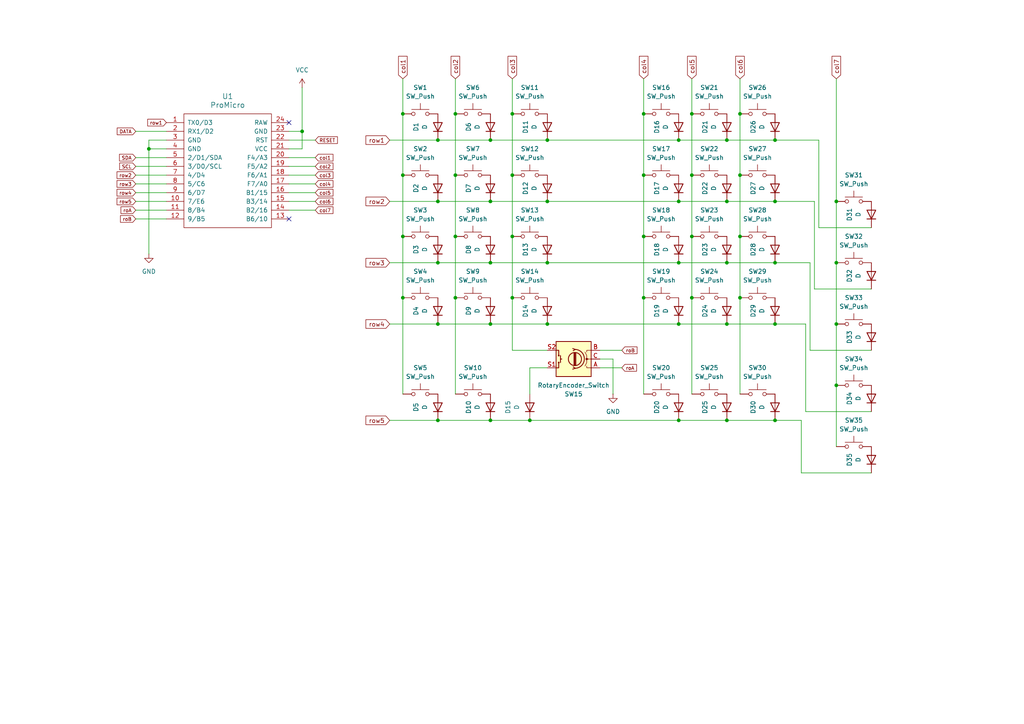
<source format=kicad_sch>
(kicad_sch
	(version 20250114)
	(generator "eeschema")
	(generator_version "9.0")
	(uuid "19d4b7e0-17a0-4c54-923c-72f52ae510e4")
	(paper "A4")
	(lib_symbols
		(symbol "Device:D"
			(pin_numbers
				(hide yes)
			)
			(pin_names
				(offset 1.016)
				(hide yes)
			)
			(exclude_from_sim no)
			(in_bom yes)
			(on_board yes)
			(property "Reference" "D"
				(at 0 2.54 0)
				(effects
					(font
						(size 1.27 1.27)
					)
				)
			)
			(property "Value" "D"
				(at 0 -2.54 0)
				(effects
					(font
						(size 1.27 1.27)
					)
				)
			)
			(property "Footprint" ""
				(at 0 0 0)
				(effects
					(font
						(size 1.27 1.27)
					)
					(hide yes)
				)
			)
			(property "Datasheet" "~"
				(at 0 0 0)
				(effects
					(font
						(size 1.27 1.27)
					)
					(hide yes)
				)
			)
			(property "Description" "Diode"
				(at 0 0 0)
				(effects
					(font
						(size 1.27 1.27)
					)
					(hide yes)
				)
			)
			(property "Sim.Device" "D"
				(at 0 0 0)
				(effects
					(font
						(size 1.27 1.27)
					)
					(hide yes)
				)
			)
			(property "Sim.Pins" "1=K 2=A"
				(at 0 0 0)
				(effects
					(font
						(size 1.27 1.27)
					)
					(hide yes)
				)
			)
			(property "ki_keywords" "diode"
				(at 0 0 0)
				(effects
					(font
						(size 1.27 1.27)
					)
					(hide yes)
				)
			)
			(property "ki_fp_filters" "TO-???* *_Diode_* *SingleDiode* D_*"
				(at 0 0 0)
				(effects
					(font
						(size 1.27 1.27)
					)
					(hide yes)
				)
			)
			(symbol "D_0_1"
				(polyline
					(pts
						(xy -1.27 1.27) (xy -1.27 -1.27)
					)
					(stroke
						(width 0.254)
						(type default)
					)
					(fill
						(type none)
					)
				)
				(polyline
					(pts
						(xy 1.27 1.27) (xy 1.27 -1.27) (xy -1.27 0) (xy 1.27 1.27)
					)
					(stroke
						(width 0.254)
						(type default)
					)
					(fill
						(type none)
					)
				)
				(polyline
					(pts
						(xy 1.27 0) (xy -1.27 0)
					)
					(stroke
						(width 0)
						(type default)
					)
					(fill
						(type none)
					)
				)
			)
			(symbol "D_1_1"
				(pin passive line
					(at -3.81 0 0)
					(length 2.54)
					(name "K"
						(effects
							(font
								(size 1.27 1.27)
							)
						)
					)
					(number "1"
						(effects
							(font
								(size 1.27 1.27)
							)
						)
					)
				)
				(pin passive line
					(at 3.81 0 180)
					(length 2.54)
					(name "A"
						(effects
							(font
								(size 1.27 1.27)
							)
						)
					)
					(number "2"
						(effects
							(font
								(size 1.27 1.27)
							)
						)
					)
				)
			)
			(embedded_fonts no)
		)
		(symbol "Device:RotaryEncoder_Switch"
			(pin_names
				(offset 0.254)
				(hide yes)
			)
			(exclude_from_sim no)
			(in_bom yes)
			(on_board yes)
			(property "Reference" "SW"
				(at 0 6.604 0)
				(effects
					(font
						(size 1.27 1.27)
					)
				)
			)
			(property "Value" "RotaryEncoder_Switch"
				(at 0 -6.604 0)
				(effects
					(font
						(size 1.27 1.27)
					)
				)
			)
			(property "Footprint" ""
				(at -3.81 4.064 0)
				(effects
					(font
						(size 1.27 1.27)
					)
					(hide yes)
				)
			)
			(property "Datasheet" "~"
				(at 0 6.604 0)
				(effects
					(font
						(size 1.27 1.27)
					)
					(hide yes)
				)
			)
			(property "Description" "Rotary encoder, dual channel, incremental quadrate outputs, with switch"
				(at 0 0 0)
				(effects
					(font
						(size 1.27 1.27)
					)
					(hide yes)
				)
			)
			(property "ki_keywords" "rotary switch encoder switch push button"
				(at 0 0 0)
				(effects
					(font
						(size 1.27 1.27)
					)
					(hide yes)
				)
			)
			(property "ki_fp_filters" "RotaryEncoder*Switch*"
				(at 0 0 0)
				(effects
					(font
						(size 1.27 1.27)
					)
					(hide yes)
				)
			)
			(symbol "RotaryEncoder_Switch_0_1"
				(rectangle
					(start -5.08 5.08)
					(end 5.08 -5.08)
					(stroke
						(width 0.254)
						(type default)
					)
					(fill
						(type background)
					)
				)
				(polyline
					(pts
						(xy -5.08 2.54) (xy -3.81 2.54) (xy -3.81 2.032)
					)
					(stroke
						(width 0)
						(type default)
					)
					(fill
						(type none)
					)
				)
				(polyline
					(pts
						(xy -5.08 0) (xy -3.81 0) (xy -3.81 -1.016) (xy -3.302 -2.032)
					)
					(stroke
						(width 0)
						(type default)
					)
					(fill
						(type none)
					)
				)
				(polyline
					(pts
						(xy -5.08 -2.54) (xy -3.81 -2.54) (xy -3.81 -2.032)
					)
					(stroke
						(width 0)
						(type default)
					)
					(fill
						(type none)
					)
				)
				(polyline
					(pts
						(xy -4.318 0) (xy -3.81 0) (xy -3.81 1.016) (xy -3.302 2.032)
					)
					(stroke
						(width 0)
						(type default)
					)
					(fill
						(type none)
					)
				)
				(circle
					(center -3.81 0)
					(radius 0.254)
					(stroke
						(width 0)
						(type default)
					)
					(fill
						(type outline)
					)
				)
				(polyline
					(pts
						(xy -0.635 -1.778) (xy -0.635 1.778)
					)
					(stroke
						(width 0.254)
						(type default)
					)
					(fill
						(type none)
					)
				)
				(circle
					(center -0.381 0)
					(radius 1.905)
					(stroke
						(width 0.254)
						(type default)
					)
					(fill
						(type none)
					)
				)
				(polyline
					(pts
						(xy -0.381 -1.778) (xy -0.381 1.778)
					)
					(stroke
						(width 0.254)
						(type default)
					)
					(fill
						(type none)
					)
				)
				(arc
					(start -0.381 -2.794)
					(mid -3.0988 -0.0635)
					(end -0.381 2.667)
					(stroke
						(width 0.254)
						(type default)
					)
					(fill
						(type none)
					)
				)
				(polyline
					(pts
						(xy -0.127 1.778) (xy -0.127 -1.778)
					)
					(stroke
						(width 0.254)
						(type default)
					)
					(fill
						(type none)
					)
				)
				(polyline
					(pts
						(xy 0.254 2.921) (xy -0.508 2.667) (xy 0.127 2.286)
					)
					(stroke
						(width 0.254)
						(type default)
					)
					(fill
						(type none)
					)
				)
				(polyline
					(pts
						(xy 0.254 -3.048) (xy -0.508 -2.794) (xy 0.127 -2.413)
					)
					(stroke
						(width 0.254)
						(type default)
					)
					(fill
						(type none)
					)
				)
				(polyline
					(pts
						(xy 3.81 1.016) (xy 3.81 -1.016)
					)
					(stroke
						(width 0.254)
						(type default)
					)
					(fill
						(type none)
					)
				)
				(polyline
					(pts
						(xy 3.81 0) (xy 3.429 0)
					)
					(stroke
						(width 0.254)
						(type default)
					)
					(fill
						(type none)
					)
				)
				(circle
					(center 4.318 1.016)
					(radius 0.127)
					(stroke
						(width 0.254)
						(type default)
					)
					(fill
						(type none)
					)
				)
				(circle
					(center 4.318 -1.016)
					(radius 0.127)
					(stroke
						(width 0.254)
						(type default)
					)
					(fill
						(type none)
					)
				)
				(polyline
					(pts
						(xy 5.08 2.54) (xy 4.318 2.54) (xy 4.318 1.016)
					)
					(stroke
						(width 0.254)
						(type default)
					)
					(fill
						(type none)
					)
				)
				(polyline
					(pts
						(xy 5.08 -2.54) (xy 4.318 -2.54) (xy 4.318 -1.016)
					)
					(stroke
						(width 0.254)
						(type default)
					)
					(fill
						(type none)
					)
				)
			)
			(symbol "RotaryEncoder_Switch_1_1"
				(pin passive line
					(at -7.62 2.54 0)
					(length 2.54)
					(name "A"
						(effects
							(font
								(size 1.27 1.27)
							)
						)
					)
					(number "A"
						(effects
							(font
								(size 1.27 1.27)
							)
						)
					)
				)
				(pin passive line
					(at -7.62 0 0)
					(length 2.54)
					(name "C"
						(effects
							(font
								(size 1.27 1.27)
							)
						)
					)
					(number "C"
						(effects
							(font
								(size 1.27 1.27)
							)
						)
					)
				)
				(pin passive line
					(at -7.62 -2.54 0)
					(length 2.54)
					(name "B"
						(effects
							(font
								(size 1.27 1.27)
							)
						)
					)
					(number "B"
						(effects
							(font
								(size 1.27 1.27)
							)
						)
					)
				)
				(pin passive line
					(at 7.62 2.54 180)
					(length 2.54)
					(name "S1"
						(effects
							(font
								(size 1.27 1.27)
							)
						)
					)
					(number "S1"
						(effects
							(font
								(size 1.27 1.27)
							)
						)
					)
				)
				(pin passive line
					(at 7.62 -2.54 180)
					(length 2.54)
					(name "S2"
						(effects
							(font
								(size 1.27 1.27)
							)
						)
					)
					(number "S2"
						(effects
							(font
								(size 1.27 1.27)
							)
						)
					)
				)
			)
			(embedded_fonts no)
		)
		(symbol "Switch:SW_Push"
			(pin_numbers
				(hide yes)
			)
			(pin_names
				(offset 1.016)
				(hide yes)
			)
			(exclude_from_sim no)
			(in_bom yes)
			(on_board yes)
			(property "Reference" "SW"
				(at 1.27 2.54 0)
				(effects
					(font
						(size 1.27 1.27)
					)
					(justify left)
				)
			)
			(property "Value" "SW_Push"
				(at 0 -1.524 0)
				(effects
					(font
						(size 1.27 1.27)
					)
				)
			)
			(property "Footprint" ""
				(at 0 5.08 0)
				(effects
					(font
						(size 1.27 1.27)
					)
					(hide yes)
				)
			)
			(property "Datasheet" "~"
				(at 0 5.08 0)
				(effects
					(font
						(size 1.27 1.27)
					)
					(hide yes)
				)
			)
			(property "Description" "Push button switch, generic, two pins"
				(at 0 0 0)
				(effects
					(font
						(size 1.27 1.27)
					)
					(hide yes)
				)
			)
			(property "ki_keywords" "switch normally-open pushbutton push-button"
				(at 0 0 0)
				(effects
					(font
						(size 1.27 1.27)
					)
					(hide yes)
				)
			)
			(symbol "SW_Push_0_1"
				(circle
					(center -2.032 0)
					(radius 0.508)
					(stroke
						(width 0)
						(type default)
					)
					(fill
						(type none)
					)
				)
				(polyline
					(pts
						(xy 0 1.27) (xy 0 3.048)
					)
					(stroke
						(width 0)
						(type default)
					)
					(fill
						(type none)
					)
				)
				(circle
					(center 2.032 0)
					(radius 0.508)
					(stroke
						(width 0)
						(type default)
					)
					(fill
						(type none)
					)
				)
				(polyline
					(pts
						(xy 2.54 1.27) (xy -2.54 1.27)
					)
					(stroke
						(width 0)
						(type default)
					)
					(fill
						(type none)
					)
				)
				(pin passive line
					(at -5.08 0 0)
					(length 2.54)
					(name "1"
						(effects
							(font
								(size 1.27 1.27)
							)
						)
					)
					(number "1"
						(effects
							(font
								(size 1.27 1.27)
							)
						)
					)
				)
				(pin passive line
					(at 5.08 0 180)
					(length 2.54)
					(name "2"
						(effects
							(font
								(size 1.27 1.27)
							)
						)
					)
					(number "2"
						(effects
							(font
								(size 1.27 1.27)
							)
						)
					)
				)
			)
			(embedded_fonts no)
		)
		(symbol "kbd:ProMicro"
			(pin_names
				(offset 1.016)
			)
			(exclude_from_sim no)
			(in_bom yes)
			(on_board yes)
			(property "Reference" "U"
				(at 0 19.05 0)
				(effects
					(font
						(size 1.524 1.524)
					)
				)
			)
			(property "Value" "ProMicro"
				(at 0 -19.05 0)
				(effects
					(font
						(size 1.524 1.524)
					)
				)
			)
			(property "Footprint" ""
				(at 2.54 -26.67 0)
				(effects
					(font
						(size 1.524 1.524)
					)
				)
			)
			(property "Datasheet" ""
				(at 2.54 -26.67 0)
				(effects
					(font
						(size 1.524 1.524)
					)
				)
			)
			(property "Description" ""
				(at 0 0 0)
				(effects
					(font
						(size 1.27 1.27)
					)
					(hide yes)
				)
			)
			(symbol "ProMicro_0_1"
				(rectangle
					(start -12.7 16.51)
					(end 12.7 -16.51)
					(stroke
						(width 0)
						(type solid)
					)
					(fill
						(type none)
					)
				)
			)
			(symbol "ProMicro_1_1"
				(pin bidirectional line
					(at -17.78 13.97 0)
					(length 5.08)
					(name "TX0/D3"
						(effects
							(font
								(size 1.27 1.27)
							)
						)
					)
					(number "1"
						(effects
							(font
								(size 1.27 1.27)
							)
						)
					)
				)
				(pin bidirectional line
					(at -17.78 11.43 0)
					(length 5.08)
					(name "RX1/D2"
						(effects
							(font
								(size 1.27 1.27)
							)
						)
					)
					(number "2"
						(effects
							(font
								(size 1.27 1.27)
							)
						)
					)
				)
				(pin power_in line
					(at -17.78 8.89 0)
					(length 5.08)
					(name "GND"
						(effects
							(font
								(size 1.27 1.27)
							)
						)
					)
					(number "3"
						(effects
							(font
								(size 1.27 1.27)
							)
						)
					)
				)
				(pin power_in line
					(at -17.78 6.35 0)
					(length 5.08)
					(name "GND"
						(effects
							(font
								(size 1.27 1.27)
							)
						)
					)
					(number "4"
						(effects
							(font
								(size 1.27 1.27)
							)
						)
					)
				)
				(pin bidirectional line
					(at -17.78 3.81 0)
					(length 5.08)
					(name "2/D1/SDA"
						(effects
							(font
								(size 1.27 1.27)
							)
						)
					)
					(number "5"
						(effects
							(font
								(size 1.27 1.27)
							)
						)
					)
				)
				(pin bidirectional line
					(at -17.78 1.27 0)
					(length 5.08)
					(name "3/D0/SCL"
						(effects
							(font
								(size 1.27 1.27)
							)
						)
					)
					(number "6"
						(effects
							(font
								(size 1.27 1.27)
							)
						)
					)
				)
				(pin bidirectional line
					(at -17.78 -1.27 0)
					(length 5.08)
					(name "4/D4"
						(effects
							(font
								(size 1.27 1.27)
							)
						)
					)
					(number "7"
						(effects
							(font
								(size 1.27 1.27)
							)
						)
					)
				)
				(pin bidirectional line
					(at -17.78 -3.81 0)
					(length 5.08)
					(name "5/C6"
						(effects
							(font
								(size 1.27 1.27)
							)
						)
					)
					(number "8"
						(effects
							(font
								(size 1.27 1.27)
							)
						)
					)
				)
				(pin bidirectional line
					(at -17.78 -6.35 0)
					(length 5.08)
					(name "6/D7"
						(effects
							(font
								(size 1.27 1.27)
							)
						)
					)
					(number "9"
						(effects
							(font
								(size 1.27 1.27)
							)
						)
					)
				)
				(pin bidirectional line
					(at -17.78 -8.89 0)
					(length 5.08)
					(name "7/E6"
						(effects
							(font
								(size 1.27 1.27)
							)
						)
					)
					(number "10"
						(effects
							(font
								(size 1.27 1.27)
							)
						)
					)
				)
				(pin bidirectional line
					(at -17.78 -11.43 0)
					(length 5.08)
					(name "8/B4"
						(effects
							(font
								(size 1.27 1.27)
							)
						)
					)
					(number "11"
						(effects
							(font
								(size 1.27 1.27)
							)
						)
					)
				)
				(pin bidirectional line
					(at -17.78 -13.97 0)
					(length 5.08)
					(name "9/B5"
						(effects
							(font
								(size 1.27 1.27)
							)
						)
					)
					(number "12"
						(effects
							(font
								(size 1.27 1.27)
							)
						)
					)
				)
				(pin power_out line
					(at 17.78 13.97 180)
					(length 5.08)
					(name "RAW"
						(effects
							(font
								(size 1.27 1.27)
							)
						)
					)
					(number "24"
						(effects
							(font
								(size 1.27 1.27)
							)
						)
					)
				)
				(pin power_in line
					(at 17.78 11.43 180)
					(length 5.08)
					(name "GND"
						(effects
							(font
								(size 1.27 1.27)
							)
						)
					)
					(number "23"
						(effects
							(font
								(size 1.27 1.27)
							)
						)
					)
				)
				(pin input line
					(at 17.78 8.89 180)
					(length 5.08)
					(name "RST"
						(effects
							(font
								(size 1.27 1.27)
							)
						)
					)
					(number "22"
						(effects
							(font
								(size 1.27 1.27)
							)
						)
					)
				)
				(pin power_in line
					(at 17.78 6.35 180)
					(length 5.08)
					(name "VCC"
						(effects
							(font
								(size 1.27 1.27)
							)
						)
					)
					(number "21"
						(effects
							(font
								(size 1.27 1.27)
							)
						)
					)
				)
				(pin bidirectional line
					(at 17.78 3.81 180)
					(length 5.08)
					(name "F4/A3"
						(effects
							(font
								(size 1.27 1.27)
							)
						)
					)
					(number "20"
						(effects
							(font
								(size 1.27 1.27)
							)
						)
					)
				)
				(pin bidirectional line
					(at 17.78 1.27 180)
					(length 5.08)
					(name "F5/A2"
						(effects
							(font
								(size 1.27 1.27)
							)
						)
					)
					(number "19"
						(effects
							(font
								(size 1.27 1.27)
							)
						)
					)
				)
				(pin bidirectional line
					(at 17.78 -1.27 180)
					(length 5.08)
					(name "F6/A1"
						(effects
							(font
								(size 1.27 1.27)
							)
						)
					)
					(number "18"
						(effects
							(font
								(size 1.27 1.27)
							)
						)
					)
				)
				(pin bidirectional line
					(at 17.78 -3.81 180)
					(length 5.08)
					(name "F7/A0"
						(effects
							(font
								(size 1.27 1.27)
							)
						)
					)
					(number "17"
						(effects
							(font
								(size 1.27 1.27)
							)
						)
					)
				)
				(pin bidirectional line
					(at 17.78 -6.35 180)
					(length 5.08)
					(name "B1/15"
						(effects
							(font
								(size 1.27 1.27)
							)
						)
					)
					(number "16"
						(effects
							(font
								(size 1.27 1.27)
							)
						)
					)
				)
				(pin bidirectional line
					(at 17.78 -8.89 180)
					(length 5.08)
					(name "B3/14"
						(effects
							(font
								(size 1.27 1.27)
							)
						)
					)
					(number "15"
						(effects
							(font
								(size 1.27 1.27)
							)
						)
					)
				)
				(pin bidirectional line
					(at 17.78 -11.43 180)
					(length 5.08)
					(name "B2/16"
						(effects
							(font
								(size 1.27 1.27)
							)
						)
					)
					(number "14"
						(effects
							(font
								(size 1.27 1.27)
							)
						)
					)
				)
				(pin bidirectional line
					(at 17.78 -13.97 180)
					(length 5.08)
					(name "B6/10"
						(effects
							(font
								(size 1.27 1.27)
							)
						)
					)
					(number "13"
						(effects
							(font
								(size 1.27 1.27)
							)
						)
					)
				)
			)
			(embedded_fonts no)
		)
		(symbol "power:GND"
			(power)
			(pin_numbers
				(hide yes)
			)
			(pin_names
				(offset 0)
				(hide yes)
			)
			(exclude_from_sim no)
			(in_bom yes)
			(on_board yes)
			(property "Reference" "#PWR"
				(at 0 -6.35 0)
				(effects
					(font
						(size 1.27 1.27)
					)
					(hide yes)
				)
			)
			(property "Value" "GND"
				(at 0 -3.81 0)
				(effects
					(font
						(size 1.27 1.27)
					)
				)
			)
			(property "Footprint" ""
				(at 0 0 0)
				(effects
					(font
						(size 1.27 1.27)
					)
					(hide yes)
				)
			)
			(property "Datasheet" ""
				(at 0 0 0)
				(effects
					(font
						(size 1.27 1.27)
					)
					(hide yes)
				)
			)
			(property "Description" "Power symbol creates a global label with name \"GND\" , ground"
				(at 0 0 0)
				(effects
					(font
						(size 1.27 1.27)
					)
					(hide yes)
				)
			)
			(property "ki_keywords" "global power"
				(at 0 0 0)
				(effects
					(font
						(size 1.27 1.27)
					)
					(hide yes)
				)
			)
			(symbol "GND_0_1"
				(polyline
					(pts
						(xy 0 0) (xy 0 -1.27) (xy 1.27 -1.27) (xy 0 -2.54) (xy -1.27 -1.27) (xy 0 -1.27)
					)
					(stroke
						(width 0)
						(type default)
					)
					(fill
						(type none)
					)
				)
			)
			(symbol "GND_1_1"
				(pin power_in line
					(at 0 0 270)
					(length 0)
					(name "~"
						(effects
							(font
								(size 1.27 1.27)
							)
						)
					)
					(number "1"
						(effects
							(font
								(size 1.27 1.27)
							)
						)
					)
				)
			)
			(embedded_fonts no)
		)
		(symbol "power:VCC"
			(power)
			(pin_numbers
				(hide yes)
			)
			(pin_names
				(offset 0)
				(hide yes)
			)
			(exclude_from_sim no)
			(in_bom yes)
			(on_board yes)
			(property "Reference" "#PWR"
				(at 0 -3.81 0)
				(effects
					(font
						(size 1.27 1.27)
					)
					(hide yes)
				)
			)
			(property "Value" "VCC"
				(at 0 3.556 0)
				(effects
					(font
						(size 1.27 1.27)
					)
				)
			)
			(property "Footprint" ""
				(at 0 0 0)
				(effects
					(font
						(size 1.27 1.27)
					)
					(hide yes)
				)
			)
			(property "Datasheet" ""
				(at 0 0 0)
				(effects
					(font
						(size 1.27 1.27)
					)
					(hide yes)
				)
			)
			(property "Description" "Power symbol creates a global label with name \"VCC\""
				(at 0 0 0)
				(effects
					(font
						(size 1.27 1.27)
					)
					(hide yes)
				)
			)
			(property "ki_keywords" "global power"
				(at 0 0 0)
				(effects
					(font
						(size 1.27 1.27)
					)
					(hide yes)
				)
			)
			(symbol "VCC_0_1"
				(polyline
					(pts
						(xy -0.762 1.27) (xy 0 2.54)
					)
					(stroke
						(width 0)
						(type default)
					)
					(fill
						(type none)
					)
				)
				(polyline
					(pts
						(xy 0 2.54) (xy 0.762 1.27)
					)
					(stroke
						(width 0)
						(type default)
					)
					(fill
						(type none)
					)
				)
				(polyline
					(pts
						(xy 0 0) (xy 0 2.54)
					)
					(stroke
						(width 0)
						(type default)
					)
					(fill
						(type none)
					)
				)
			)
			(symbol "VCC_1_1"
				(pin power_in line
					(at 0 0 90)
					(length 0)
					(name "~"
						(effects
							(font
								(size 1.27 1.27)
							)
						)
					)
					(number "1"
						(effects
							(font
								(size 1.27 1.27)
							)
						)
					)
				)
			)
			(embedded_fonts no)
		)
	)
	(junction
		(at 210.82 121.92)
		(diameter 0)
		(color 0 0 0 0)
		(uuid "02b12bab-12d3-4554-be03-c6e91d06c6d6")
	)
	(junction
		(at 43.18 43.18)
		(diameter 0)
		(color 0 0 0 0)
		(uuid "114d8b9f-12c8-40c3-8073-c75ce80caa46")
	)
	(junction
		(at 132.08 33.02)
		(diameter 0)
		(color 0 0 0 0)
		(uuid "13334bc8-aeeb-4eb8-a09f-713e11b06481")
	)
	(junction
		(at 242.57 76.2)
		(diameter 0)
		(color 0 0 0 0)
		(uuid "13dc4f04-3d82-4c2f-8b8c-bace90e64ded")
	)
	(junction
		(at 142.24 93.98)
		(diameter 0)
		(color 0 0 0 0)
		(uuid "149e9cf3-cce6-4c01-9c2a-64028740674b")
	)
	(junction
		(at 158.75 58.42)
		(diameter 0)
		(color 0 0 0 0)
		(uuid "14fa2511-d90d-4cde-86e5-97ce39fdc4ab")
	)
	(junction
		(at 186.69 50.8)
		(diameter 0)
		(color 0 0 0 0)
		(uuid "16d131b7-d3c2-4ec7-8ef0-993c938629a1")
	)
	(junction
		(at 186.69 68.58)
		(diameter 0)
		(color 0 0 0 0)
		(uuid "1e56380e-1291-4cc8-bf98-f9c80fc08774")
	)
	(junction
		(at 224.79 93.98)
		(diameter 0)
		(color 0 0 0 0)
		(uuid "1f5160ed-55a7-44be-953e-29fd78d94fd0")
	)
	(junction
		(at 158.75 93.98)
		(diameter 0)
		(color 0 0 0 0)
		(uuid "2c9733d9-2f84-4eec-a253-3ba2845b393a")
	)
	(junction
		(at 132.08 50.8)
		(diameter 0)
		(color 0 0 0 0)
		(uuid "2dfbea08-b142-4709-b82d-193908cf235d")
	)
	(junction
		(at 242.57 93.98)
		(diameter 0)
		(color 0 0 0 0)
		(uuid "2eb0aa27-1218-489d-8bf7-37ec4b060557")
	)
	(junction
		(at 214.63 50.8)
		(diameter 0)
		(color 0 0 0 0)
		(uuid "307fcf71-0253-49d3-a202-5cea9cc50f59")
	)
	(junction
		(at 210.82 40.64)
		(diameter 0)
		(color 0 0 0 0)
		(uuid "3a922e71-cd40-42bc-bdc0-8340f7d90808")
	)
	(junction
		(at 148.59 86.36)
		(diameter 0)
		(color 0 0 0 0)
		(uuid "3be2f745-5d02-44a5-b679-97f2d29736aa")
	)
	(junction
		(at 196.85 76.2)
		(diameter 0)
		(color 0 0 0 0)
		(uuid "3c6d5c07-d538-4d4c-9e2b-914a28a091f2")
	)
	(junction
		(at 224.79 76.2)
		(diameter 0)
		(color 0 0 0 0)
		(uuid "3e1638da-2e6a-4aa6-aa3e-dfeff9671882")
	)
	(junction
		(at 200.66 33.02)
		(diameter 0)
		(color 0 0 0 0)
		(uuid "3feba5b2-9974-45e7-bda6-c28ff12d4070")
	)
	(junction
		(at 132.08 86.36)
		(diameter 0)
		(color 0 0 0 0)
		(uuid "42516601-2eb1-4f1c-8fd3-43fef163718a")
	)
	(junction
		(at 200.66 50.8)
		(diameter 0)
		(color 0 0 0 0)
		(uuid "4dd8c40b-a1da-4d42-9cb4-6416cc1d2cf1")
	)
	(junction
		(at 210.82 93.98)
		(diameter 0)
		(color 0 0 0 0)
		(uuid "576573ab-0401-4664-9f99-b38c68452cd9")
	)
	(junction
		(at 158.75 76.2)
		(diameter 0)
		(color 0 0 0 0)
		(uuid "6a3b2678-8c5a-4a99-bb78-66cf430ab684")
	)
	(junction
		(at 116.84 68.58)
		(diameter 0)
		(color 0 0 0 0)
		(uuid "6e7df1d4-8a7e-4ada-807f-28a8561ad41e")
	)
	(junction
		(at 142.24 121.92)
		(diameter 0)
		(color 0 0 0 0)
		(uuid "705d27f9-5d18-4ea9-8f16-895db401eb41")
	)
	(junction
		(at 127 93.98)
		(diameter 0)
		(color 0 0 0 0)
		(uuid "71f42d4c-37bc-4764-8f20-c286d87fb6d8")
	)
	(junction
		(at 148.59 68.58)
		(diameter 0)
		(color 0 0 0 0)
		(uuid "75db122f-1f53-4d37-86ea-2026ab6012b5")
	)
	(junction
		(at 186.69 86.36)
		(diameter 0)
		(color 0 0 0 0)
		(uuid "77d10c2a-869f-47e2-8f93-0498e90a072f")
	)
	(junction
		(at 116.84 33.02)
		(diameter 0)
		(color 0 0 0 0)
		(uuid "7ae4617c-e17d-4885-bb2d-71875e1c13ac")
	)
	(junction
		(at 196.85 40.64)
		(diameter 0)
		(color 0 0 0 0)
		(uuid "7b6c2858-64d6-4559-8f85-bd44cf929880")
	)
	(junction
		(at 127 76.2)
		(diameter 0)
		(color 0 0 0 0)
		(uuid "7f8d1b9a-ad19-4cee-aa31-54b9462da48a")
	)
	(junction
		(at 214.63 86.36)
		(diameter 0)
		(color 0 0 0 0)
		(uuid "836ffa00-844c-4081-8f21-e4f67d4cb3b2")
	)
	(junction
		(at 224.79 40.64)
		(diameter 0)
		(color 0 0 0 0)
		(uuid "8822b0fc-f99f-4b45-81ce-f9cc83fd80a8")
	)
	(junction
		(at 132.08 68.58)
		(diameter 0)
		(color 0 0 0 0)
		(uuid "8d8e7638-8649-432d-af15-801779f566ec")
	)
	(junction
		(at 116.84 86.36)
		(diameter 0)
		(color 0 0 0 0)
		(uuid "8f909ef3-1cfc-4490-8b3a-399504aca890")
	)
	(junction
		(at 210.82 58.42)
		(diameter 0)
		(color 0 0 0 0)
		(uuid "950cc487-005c-43da-8668-97d7fc309eef")
	)
	(junction
		(at 224.79 58.42)
		(diameter 0)
		(color 0 0 0 0)
		(uuid "a2b6a30f-2a3d-4940-b5b5-02dd452df255")
	)
	(junction
		(at 127 40.64)
		(diameter 0)
		(color 0 0 0 0)
		(uuid "a59ae982-e3a6-47c4-a159-45f5fe6583d1")
	)
	(junction
		(at 242.57 111.76)
		(diameter 0)
		(color 0 0 0 0)
		(uuid "a5c6f520-d42d-4135-a64d-b64d6da48c6c")
	)
	(junction
		(at 148.59 50.8)
		(diameter 0)
		(color 0 0 0 0)
		(uuid "b23aec3d-d529-4b6d-9ad0-c0584ef6898e")
	)
	(junction
		(at 142.24 58.42)
		(diameter 0)
		(color 0 0 0 0)
		(uuid "b529365a-1921-4f8d-8574-310fa5804ec9")
	)
	(junction
		(at 158.75 40.64)
		(diameter 0)
		(color 0 0 0 0)
		(uuid "bc194ecb-b93b-4b91-9f68-f828dca1ad80")
	)
	(junction
		(at 87.63 38.1)
		(diameter 0)
		(color 0 0 0 0)
		(uuid "c46061e0-db5c-4e6f-833c-cd27b372bad7")
	)
	(junction
		(at 148.59 33.02)
		(diameter 0)
		(color 0 0 0 0)
		(uuid "c614e1dc-2ddf-4a18-b4be-78098cda4654")
	)
	(junction
		(at 186.69 33.02)
		(diameter 0)
		(color 0 0 0 0)
		(uuid "cbc4e704-cdba-4a70-8d5b-95bfbd31ee07")
	)
	(junction
		(at 196.85 58.42)
		(diameter 0)
		(color 0 0 0 0)
		(uuid "ce2fe6ee-68db-4af4-a5cc-8ce39e23ba54")
	)
	(junction
		(at 224.79 121.92)
		(diameter 0)
		(color 0 0 0 0)
		(uuid "d4e498aa-6184-4088-b06b-dbbcd8590332")
	)
	(junction
		(at 196.85 121.92)
		(diameter 0)
		(color 0 0 0 0)
		(uuid "d5fb2436-787b-4d1a-990c-a78cafbddf25")
	)
	(junction
		(at 153.67 121.92)
		(diameter 0)
		(color 0 0 0 0)
		(uuid "d8473f84-0717-4d6b-82b6-cdb496d0e04d")
	)
	(junction
		(at 214.63 33.02)
		(diameter 0)
		(color 0 0 0 0)
		(uuid "dbc3086f-9b2f-41fc-8910-8eb1d86faa2a")
	)
	(junction
		(at 196.85 93.98)
		(diameter 0)
		(color 0 0 0 0)
		(uuid "dd39df08-b64e-4c56-900e-559eb42ee2f8")
	)
	(junction
		(at 127 121.92)
		(diameter 0)
		(color 0 0 0 0)
		(uuid "e31e16e7-673c-4693-98a1-7b4746e3c507")
	)
	(junction
		(at 200.66 86.36)
		(diameter 0)
		(color 0 0 0 0)
		(uuid "edb62b92-a3bf-4343-9380-70d15e02c232")
	)
	(junction
		(at 214.63 68.58)
		(diameter 0)
		(color 0 0 0 0)
		(uuid "edd77c55-4ca1-46b1-918c-0925f6c219b0")
	)
	(junction
		(at 200.66 68.58)
		(diameter 0)
		(color 0 0 0 0)
		(uuid "ee57b692-cfad-4ccf-8669-d9fc12fd5dff")
	)
	(junction
		(at 142.24 40.64)
		(diameter 0)
		(color 0 0 0 0)
		(uuid "f122e3d7-5c52-4bf0-9fa1-14dae688c671")
	)
	(junction
		(at 116.84 50.8)
		(diameter 0)
		(color 0 0 0 0)
		(uuid "f387272c-5bed-42de-9702-f70d20c56239")
	)
	(junction
		(at 127 58.42)
		(diameter 0)
		(color 0 0 0 0)
		(uuid "f6abe5a7-541a-44f3-92ef-99434bb78a94")
	)
	(junction
		(at 242.57 58.42)
		(diameter 0)
		(color 0 0 0 0)
		(uuid "f6bc56e0-9b54-4e5d-a22e-1702ff09bae3")
	)
	(junction
		(at 142.24 76.2)
		(diameter 0)
		(color 0 0 0 0)
		(uuid "f8fca528-a47e-4f19-922d-373104aca93e")
	)
	(junction
		(at 210.82 76.2)
		(diameter 0)
		(color 0 0 0 0)
		(uuid "ff82eed0-d549-4909-ae6e-dd19d1f112c6")
	)
	(no_connect
		(at 83.82 35.56)
		(uuid "3bc10844-8561-481b-9be8-7add2457091f")
	)
	(no_connect
		(at 83.82 63.5)
		(uuid "af76a905-90bc-4b67-9878-f564d7e5428b")
	)
	(wire
		(pts
			(xy 210.82 93.98) (xy 224.79 93.98)
		)
		(stroke
			(width 0)
			(type default)
		)
		(uuid "01a6f174-ab7e-4120-950c-fafcac8ee5ad")
	)
	(wire
		(pts
			(xy 91.44 53.34) (xy 83.82 53.34)
		)
		(stroke
			(width 0)
			(type default)
		)
		(uuid "051591bf-1508-4f2b-b8cd-d2609e902366")
	)
	(wire
		(pts
			(xy 196.85 76.2) (xy 210.82 76.2)
		)
		(stroke
			(width 0)
			(type default)
		)
		(uuid "07beba3f-802c-45ee-b273-78d46c156a46")
	)
	(wire
		(pts
			(xy 232.41 137.16) (xy 252.73 137.16)
		)
		(stroke
			(width 0)
			(type default)
		)
		(uuid "087ed7dc-a573-4862-8dac-d027c91ba0b1")
	)
	(wire
		(pts
			(xy 196.85 58.42) (xy 210.82 58.42)
		)
		(stroke
			(width 0)
			(type default)
		)
		(uuid "08e1a01b-55d0-4c0b-82f8-7c22aaf14c46")
	)
	(wire
		(pts
			(xy 116.84 86.36) (xy 116.84 114.3)
		)
		(stroke
			(width 0)
			(type default)
		)
		(uuid "0afe1bb3-38d7-42f0-ad0e-b311776a7aec")
	)
	(wire
		(pts
			(xy 91.44 48.26) (xy 83.82 48.26)
		)
		(stroke
			(width 0)
			(type default)
		)
		(uuid "0e8c92ad-b7c6-4f6f-8a04-1491e2a1c3d4")
	)
	(wire
		(pts
			(xy 48.26 40.64) (xy 43.18 40.64)
		)
		(stroke
			(width 0)
			(type default)
		)
		(uuid "0eb3e4c0-4246-41e6-a04b-c325bb4d8441")
	)
	(wire
		(pts
			(xy 87.63 25.4) (xy 87.63 38.1)
		)
		(stroke
			(width 0)
			(type default)
		)
		(uuid "109ee1f9-a659-4bcb-9319-f49a9f29490c")
	)
	(wire
		(pts
			(xy 91.44 60.96) (xy 83.82 60.96)
		)
		(stroke
			(width 0)
			(type default)
		)
		(uuid "112cbae2-8506-4e83-b080-becf4bd8e045")
	)
	(wire
		(pts
			(xy 214.63 33.02) (xy 214.63 50.8)
		)
		(stroke
			(width 0)
			(type default)
		)
		(uuid "132ff5ae-a4dd-4648-b70e-c54edc9b4d79")
	)
	(wire
		(pts
			(xy 242.57 111.76) (xy 242.57 129.54)
		)
		(stroke
			(width 0)
			(type default)
		)
		(uuid "148ec0f4-e93f-48a9-a436-2fd47f73cc86")
	)
	(wire
		(pts
			(xy 132.08 22.86) (xy 132.08 33.02)
		)
		(stroke
			(width 0)
			(type default)
		)
		(uuid "1805f1a5-e17b-440c-9b15-14e55ca11b5f")
	)
	(wire
		(pts
			(xy 232.41 137.16) (xy 232.41 121.92)
		)
		(stroke
			(width 0)
			(type default)
		)
		(uuid "19193499-5b42-4569-8e13-77e48afbd40f")
	)
	(wire
		(pts
			(xy 186.69 86.36) (xy 186.69 114.3)
		)
		(stroke
			(width 0)
			(type default)
		)
		(uuid "1f351603-9583-4b71-b27a-0aaaa8cdb4a2")
	)
	(wire
		(pts
			(xy 200.66 33.02) (xy 200.66 50.8)
		)
		(stroke
			(width 0)
			(type default)
		)
		(uuid "2099f8c9-1276-4930-abee-ce8da72e44d4")
	)
	(wire
		(pts
			(xy 132.08 50.8) (xy 132.08 68.58)
		)
		(stroke
			(width 0)
			(type default)
		)
		(uuid "25f8d4e5-839f-483c-99d4-833640b65a8d")
	)
	(wire
		(pts
			(xy 148.59 50.8) (xy 148.59 68.58)
		)
		(stroke
			(width 0)
			(type default)
		)
		(uuid "293f1366-c9e3-43b5-b1f9-be17e25e0525")
	)
	(wire
		(pts
			(xy 91.44 45.72) (xy 83.82 45.72)
		)
		(stroke
			(width 0)
			(type default)
		)
		(uuid "2987af7e-f603-4f10-a4a1-c3024317c897")
	)
	(wire
		(pts
			(xy 116.84 68.58) (xy 116.84 86.36)
		)
		(stroke
			(width 0)
			(type default)
		)
		(uuid "2c0f585a-0d8b-4fd9-b48d-7b26dd7e8230")
	)
	(wire
		(pts
			(xy 210.82 40.64) (xy 224.79 40.64)
		)
		(stroke
			(width 0)
			(type default)
		)
		(uuid "2cd80ed9-67c4-4497-9b2e-7dae22fe5326")
	)
	(wire
		(pts
			(xy 210.82 121.92) (xy 224.79 121.92)
		)
		(stroke
			(width 0)
			(type default)
		)
		(uuid "313ae2e7-ae1c-4fd1-a47d-4d7a72636c3d")
	)
	(wire
		(pts
			(xy 39.37 58.42) (xy 48.26 58.42)
		)
		(stroke
			(width 0)
			(type default)
		)
		(uuid "31b7740f-75ca-45bc-a88f-f472c9c0e8d4")
	)
	(wire
		(pts
			(xy 43.18 43.18) (xy 43.18 73.66)
		)
		(stroke
			(width 0)
			(type default)
		)
		(uuid "352fcd51-411b-4a68-abb4-20b99d5bd0ae")
	)
	(wire
		(pts
			(xy 233.68 119.38) (xy 252.73 119.38)
		)
		(stroke
			(width 0)
			(type default)
		)
		(uuid "36101133-8408-4e8b-8ac3-975765e1ea41")
	)
	(wire
		(pts
			(xy 132.08 33.02) (xy 132.08 50.8)
		)
		(stroke
			(width 0)
			(type default)
		)
		(uuid "3f4bc9c4-2012-4d1b-95df-81e2457f5bb6")
	)
	(wire
		(pts
			(xy 43.18 40.64) (xy 43.18 43.18)
		)
		(stroke
			(width 0)
			(type default)
		)
		(uuid "401dee1f-b2db-4875-8f72-23c4dfcf080e")
	)
	(wire
		(pts
			(xy 173.99 104.14) (xy 177.8 104.14)
		)
		(stroke
			(width 0)
			(type default)
		)
		(uuid "421e2522-6945-47cf-ab00-ffac64dd4af6")
	)
	(wire
		(pts
			(xy 39.37 60.96) (xy 48.26 60.96)
		)
		(stroke
			(width 0)
			(type default)
		)
		(uuid "4312d4e9-8a12-4f92-ae60-be90e0ad30ae")
	)
	(wire
		(pts
			(xy 236.22 83.82) (xy 236.22 58.42)
		)
		(stroke
			(width 0)
			(type default)
		)
		(uuid "438d97f8-ba1b-4edd-a701-5b209918002d")
	)
	(wire
		(pts
			(xy 116.84 22.86) (xy 116.84 33.02)
		)
		(stroke
			(width 0)
			(type default)
		)
		(uuid "49ce8f76-f4b0-4399-bd42-227baf8de547")
	)
	(wire
		(pts
			(xy 113.03 121.92) (xy 127 121.92)
		)
		(stroke
			(width 0)
			(type default)
		)
		(uuid "4a933b66-3ea3-43d3-a77c-84b001afae61")
	)
	(wire
		(pts
			(xy 186.69 33.02) (xy 186.69 50.8)
		)
		(stroke
			(width 0)
			(type default)
		)
		(uuid "4da20629-25a6-468b-b70f-e7043c769905")
	)
	(wire
		(pts
			(xy 158.75 106.68) (xy 153.67 106.68)
		)
		(stroke
			(width 0)
			(type default)
		)
		(uuid "507c755e-5bf2-41eb-943f-7044ed699210")
	)
	(wire
		(pts
			(xy 233.68 119.38) (xy 233.68 93.98)
		)
		(stroke
			(width 0)
			(type default)
		)
		(uuid "558ef12a-1b24-4508-9f92-d316f497c809")
	)
	(wire
		(pts
			(xy 91.44 40.64) (xy 83.82 40.64)
		)
		(stroke
			(width 0)
			(type default)
		)
		(uuid "57eee780-488b-478b-89e1-3c16902e6d79")
	)
	(wire
		(pts
			(xy 39.37 55.88) (xy 48.26 55.88)
		)
		(stroke
			(width 0)
			(type default)
		)
		(uuid "5891ce04-1402-43a3-a176-af5d6998dbfd")
	)
	(wire
		(pts
			(xy 153.67 106.68) (xy 153.67 114.3)
		)
		(stroke
			(width 0)
			(type default)
		)
		(uuid "58f31cfb-598f-4b25-953d-8e5b9f493ed5")
	)
	(wire
		(pts
			(xy 214.63 22.86) (xy 214.63 33.02)
		)
		(stroke
			(width 0)
			(type default)
		)
		(uuid "5dfcd91a-7166-4fec-9aa5-7ef74619d8e6")
	)
	(wire
		(pts
			(xy 142.24 76.2) (xy 158.75 76.2)
		)
		(stroke
			(width 0)
			(type default)
		)
		(uuid "5e0f6e9d-30f2-4ce4-96fa-51e8651bd033")
	)
	(wire
		(pts
			(xy 232.41 121.92) (xy 224.79 121.92)
		)
		(stroke
			(width 0)
			(type default)
		)
		(uuid "65fe9a35-de83-4a43-9318-5b366892a2b0")
	)
	(wire
		(pts
			(xy 127 40.64) (xy 142.24 40.64)
		)
		(stroke
			(width 0)
			(type default)
		)
		(uuid "6608945f-3255-4871-b828-d449081ab86d")
	)
	(wire
		(pts
			(xy 142.24 58.42) (xy 158.75 58.42)
		)
		(stroke
			(width 0)
			(type default)
		)
		(uuid "672326d4-6aba-4fa1-8869-99815e3d5d4f")
	)
	(wire
		(pts
			(xy 158.75 93.98) (xy 196.85 93.98)
		)
		(stroke
			(width 0)
			(type default)
		)
		(uuid "69766191-42de-4f98-9282-4f9ccbf4b95f")
	)
	(wire
		(pts
			(xy 158.75 58.42) (xy 196.85 58.42)
		)
		(stroke
			(width 0)
			(type default)
		)
		(uuid "6c4bd859-2646-480a-9831-7edcb287b7b2")
	)
	(wire
		(pts
			(xy 242.57 22.86) (xy 242.57 58.42)
		)
		(stroke
			(width 0)
			(type default)
		)
		(uuid "6e1c6be0-8808-4845-af12-77aa9482ae95")
	)
	(wire
		(pts
			(xy 148.59 33.02) (xy 148.59 50.8)
		)
		(stroke
			(width 0)
			(type default)
		)
		(uuid "6f7528e4-e2fe-476c-bcdf-815842753d55")
	)
	(wire
		(pts
			(xy 200.66 50.8) (xy 200.66 68.58)
		)
		(stroke
			(width 0)
			(type default)
		)
		(uuid "7037c416-747e-43e2-a0a8-59424948039e")
	)
	(wire
		(pts
			(xy 113.03 76.2) (xy 127 76.2)
		)
		(stroke
			(width 0)
			(type default)
		)
		(uuid "708b962d-ca0c-4248-bbff-77ec493c2cea")
	)
	(wire
		(pts
			(xy 39.37 53.34) (xy 48.26 53.34)
		)
		(stroke
			(width 0)
			(type default)
		)
		(uuid "7128dfce-8d0b-412a-9386-b8fe78673e4a")
	)
	(wire
		(pts
			(xy 116.84 50.8) (xy 116.84 68.58)
		)
		(stroke
			(width 0)
			(type default)
		)
		(uuid "78ded31a-31b7-4b5a-abd9-a3784448cef5")
	)
	(wire
		(pts
			(xy 43.18 43.18) (xy 48.26 43.18)
		)
		(stroke
			(width 0)
			(type default)
		)
		(uuid "79f3bdf3-b7ba-49e3-9645-190a2083c659")
	)
	(wire
		(pts
			(xy 87.63 38.1) (xy 87.63 43.18)
		)
		(stroke
			(width 0)
			(type default)
		)
		(uuid "7e78e030-d42c-4583-a1a9-58ac5509e0ee")
	)
	(wire
		(pts
			(xy 242.57 76.2) (xy 242.57 93.98)
		)
		(stroke
			(width 0)
			(type default)
		)
		(uuid "7ee263dd-1f80-4c57-8aa5-39cc1b76336c")
	)
	(wire
		(pts
			(xy 233.68 93.98) (xy 224.79 93.98)
		)
		(stroke
			(width 0)
			(type default)
		)
		(uuid "82487663-4123-4d6f-8315-374ffb64d943")
	)
	(wire
		(pts
			(xy 210.82 76.2) (xy 224.79 76.2)
		)
		(stroke
			(width 0)
			(type default)
		)
		(uuid "83025ae8-5888-409e-9069-76f296666d49")
	)
	(wire
		(pts
			(xy 236.22 58.42) (xy 224.79 58.42)
		)
		(stroke
			(width 0)
			(type default)
		)
		(uuid "84a741e8-4041-49f9-897a-c0824a91e804")
	)
	(wire
		(pts
			(xy 91.44 50.8) (xy 83.82 50.8)
		)
		(stroke
			(width 0)
			(type default)
		)
		(uuid "88638238-dabd-4180-a60d-b3077569bfef")
	)
	(wire
		(pts
			(xy 242.57 58.42) (xy 242.57 76.2)
		)
		(stroke
			(width 0)
			(type default)
		)
		(uuid "8993895a-b765-42ec-b9dd-92c73c60bb0b")
	)
	(wire
		(pts
			(xy 237.49 66.04) (xy 252.73 66.04)
		)
		(stroke
			(width 0)
			(type default)
		)
		(uuid "8d059c49-2473-4dbb-9e46-995e04dc1d53")
	)
	(wire
		(pts
			(xy 127 58.42) (xy 142.24 58.42)
		)
		(stroke
			(width 0)
			(type default)
		)
		(uuid "8ec3d26d-64c6-45a2-8356-1e562af7fb51")
	)
	(wire
		(pts
			(xy 210.82 58.42) (xy 224.79 58.42)
		)
		(stroke
			(width 0)
			(type default)
		)
		(uuid "8ecba545-1dbe-4763-85d1-862c708ff0ff")
	)
	(wire
		(pts
			(xy 142.24 93.98) (xy 158.75 93.98)
		)
		(stroke
			(width 0)
			(type default)
		)
		(uuid "91ecef04-2dd6-45c6-9a1e-aa10da656319")
	)
	(wire
		(pts
			(xy 132.08 68.58) (xy 132.08 86.36)
		)
		(stroke
			(width 0)
			(type default)
		)
		(uuid "948c37fb-7bfd-48fd-90f2-7c402d0960e0")
	)
	(wire
		(pts
			(xy 200.66 22.86) (xy 200.66 33.02)
		)
		(stroke
			(width 0)
			(type default)
		)
		(uuid "94ce34cb-18e3-49dc-8893-1b1c675b19ee")
	)
	(wire
		(pts
			(xy 200.66 86.36) (xy 200.66 114.3)
		)
		(stroke
			(width 0)
			(type default)
		)
		(uuid "94ec1f3e-58f4-40ec-a653-d48ed4ae0bca")
	)
	(wire
		(pts
			(xy 186.69 50.8) (xy 186.69 68.58)
		)
		(stroke
			(width 0)
			(type default)
		)
		(uuid "9a820ff1-4160-4ba6-9e51-e73385a91943")
	)
	(wire
		(pts
			(xy 200.66 68.58) (xy 200.66 86.36)
		)
		(stroke
			(width 0)
			(type default)
		)
		(uuid "9cef3db1-017b-4092-b060-5587e8dad90d")
	)
	(wire
		(pts
			(xy 234.95 101.6) (xy 234.95 76.2)
		)
		(stroke
			(width 0)
			(type default)
		)
		(uuid "a0f11b54-0f3d-4c34-93cf-1407da6b9c51")
	)
	(wire
		(pts
			(xy 39.37 63.5) (xy 48.26 63.5)
		)
		(stroke
			(width 0)
			(type default)
		)
		(uuid "a2bfecb3-5805-4c2e-b8c5-152fab70f088")
	)
	(wire
		(pts
			(xy 39.37 50.8) (xy 48.26 50.8)
		)
		(stroke
			(width 0)
			(type default)
		)
		(uuid "a41de566-0834-40ba-9594-fef26518ba17")
	)
	(wire
		(pts
			(xy 142.24 121.92) (xy 153.67 121.92)
		)
		(stroke
			(width 0)
			(type default)
		)
		(uuid "a54ddaeb-8d29-4cba-ae37-3eaf7a152df0")
	)
	(wire
		(pts
			(xy 148.59 101.6) (xy 158.75 101.6)
		)
		(stroke
			(width 0)
			(type default)
		)
		(uuid "a6999b68-247f-4ff2-9fdf-056d402be8cd")
	)
	(wire
		(pts
			(xy 83.82 43.18) (xy 87.63 43.18)
		)
		(stroke
			(width 0)
			(type default)
		)
		(uuid "a6b65445-5bec-4fcf-99b8-707fa0692553")
	)
	(wire
		(pts
			(xy 39.37 38.1) (xy 48.26 38.1)
		)
		(stroke
			(width 0)
			(type default)
		)
		(uuid "a6dcb602-f11d-4e9b-82d5-39a1105ebf87")
	)
	(wire
		(pts
			(xy 237.49 66.04) (xy 237.49 40.64)
		)
		(stroke
			(width 0)
			(type default)
		)
		(uuid "ac4b793d-a219-4c53-91bb-3e4e6df3252e")
	)
	(wire
		(pts
			(xy 180.34 101.6) (xy 173.99 101.6)
		)
		(stroke
			(width 0)
			(type default)
		)
		(uuid "ada71f46-22d1-466f-9455-f6c9ef6a47d1")
	)
	(wire
		(pts
			(xy 116.84 33.02) (xy 116.84 50.8)
		)
		(stroke
			(width 0)
			(type default)
		)
		(uuid "ae0f01b3-f416-4a8a-8c05-a8f76219c76b")
	)
	(wire
		(pts
			(xy 196.85 40.64) (xy 210.82 40.64)
		)
		(stroke
			(width 0)
			(type default)
		)
		(uuid "bca17ad8-c591-4766-ba9c-7b45451deae5")
	)
	(wire
		(pts
			(xy 234.95 101.6) (xy 252.73 101.6)
		)
		(stroke
			(width 0)
			(type default)
		)
		(uuid "c69ddff4-ed32-45fa-815b-39eb5e61af27")
	)
	(wire
		(pts
			(xy 113.03 40.64) (xy 127 40.64)
		)
		(stroke
			(width 0)
			(type default)
		)
		(uuid "cd345255-de7d-4dc7-8ba8-80f0ed508c0e")
	)
	(wire
		(pts
			(xy 196.85 121.92) (xy 210.82 121.92)
		)
		(stroke
			(width 0)
			(type default)
		)
		(uuid "cd4f6ae7-3551-4a43-96b7-bfe2d5800bb9")
	)
	(wire
		(pts
			(xy 158.75 40.64) (xy 196.85 40.64)
		)
		(stroke
			(width 0)
			(type default)
		)
		(uuid "cee608cc-f098-4222-bed4-d835619c343c")
	)
	(wire
		(pts
			(xy 127 76.2) (xy 142.24 76.2)
		)
		(stroke
			(width 0)
			(type default)
		)
		(uuid "ceec77a6-e3e0-4879-bf56-24acc3779a2b")
	)
	(wire
		(pts
			(xy 113.03 58.42) (xy 127 58.42)
		)
		(stroke
			(width 0)
			(type default)
		)
		(uuid "d0e16ec5-8b95-4a5b-842b-53dc0e20920c")
	)
	(wire
		(pts
			(xy 237.49 40.64) (xy 224.79 40.64)
		)
		(stroke
			(width 0)
			(type default)
		)
		(uuid "d571d9a1-0755-496f-ba18-005e24bf7064")
	)
	(wire
		(pts
			(xy 180.34 106.68) (xy 173.99 106.68)
		)
		(stroke
			(width 0)
			(type default)
		)
		(uuid "d6b13ece-1701-4f8e-9dd7-6308b6453c83")
	)
	(wire
		(pts
			(xy 148.59 86.36) (xy 148.59 101.6)
		)
		(stroke
			(width 0)
			(type default)
		)
		(uuid "d6d84796-1e23-4021-a4b7-1d62a77f219d")
	)
	(wire
		(pts
			(xy 158.75 76.2) (xy 196.85 76.2)
		)
		(stroke
			(width 0)
			(type default)
		)
		(uuid "d7fb2156-5c42-473a-94ef-608cab108f25")
	)
	(wire
		(pts
			(xy 148.59 68.58) (xy 148.59 86.36)
		)
		(stroke
			(width 0)
			(type default)
		)
		(uuid "d803c902-0720-4186-a4b9-eda2cca091e3")
	)
	(wire
		(pts
			(xy 127 93.98) (xy 142.24 93.98)
		)
		(stroke
			(width 0)
			(type default)
		)
		(uuid "d9206e0a-329a-46bf-9c42-a683599c9f5e")
	)
	(wire
		(pts
			(xy 234.95 76.2) (xy 224.79 76.2)
		)
		(stroke
			(width 0)
			(type default)
		)
		(uuid "da17b55a-b4fc-456f-88a1-1eb627db6467")
	)
	(wire
		(pts
			(xy 186.69 68.58) (xy 186.69 86.36)
		)
		(stroke
			(width 0)
			(type default)
		)
		(uuid "e0c57f52-d4f4-442e-9fe8-94e6a1daf8f9")
	)
	(wire
		(pts
			(xy 39.37 45.72) (xy 48.26 45.72)
		)
		(stroke
			(width 0)
			(type default)
		)
		(uuid "e10872dc-059f-4923-a386-85393fefe580")
	)
	(wire
		(pts
			(xy 214.63 50.8) (xy 214.63 68.58)
		)
		(stroke
			(width 0)
			(type default)
		)
		(uuid "e159bf90-7385-4d80-8c0b-8359baeb966e")
	)
	(wire
		(pts
			(xy 142.24 40.64) (xy 158.75 40.64)
		)
		(stroke
			(width 0)
			(type default)
		)
		(uuid "e1b7aa0e-cb09-4f7b-beb3-995993bc62f4")
	)
	(wire
		(pts
			(xy 186.69 22.86) (xy 186.69 33.02)
		)
		(stroke
			(width 0)
			(type default)
		)
		(uuid "e32c443d-ff19-4125-8df5-f1fa5731d43f")
	)
	(wire
		(pts
			(xy 132.08 86.36) (xy 132.08 114.3)
		)
		(stroke
			(width 0)
			(type default)
		)
		(uuid "e435ae42-bb86-439c-9e7a-19b42ac8a98b")
	)
	(wire
		(pts
			(xy 153.67 121.92) (xy 196.85 121.92)
		)
		(stroke
			(width 0)
			(type default)
		)
		(uuid "e47b6dc5-01fa-4bdf-985e-892769761306")
	)
	(wire
		(pts
			(xy 39.37 48.26) (xy 48.26 48.26)
		)
		(stroke
			(width 0)
			(type default)
		)
		(uuid "e55d09db-7790-41ee-9c54-1953bd0e2afa")
	)
	(wire
		(pts
			(xy 242.57 93.98) (xy 242.57 111.76)
		)
		(stroke
			(width 0)
			(type default)
		)
		(uuid "e56b1e66-ee28-494c-9a00-232dad873d08")
	)
	(wire
		(pts
			(xy 148.59 22.86) (xy 148.59 33.02)
		)
		(stroke
			(width 0)
			(type default)
		)
		(uuid "e9a4cc01-2c33-41a3-9004-ff5897c850b4")
	)
	(wire
		(pts
			(xy 214.63 68.58) (xy 214.63 86.36)
		)
		(stroke
			(width 0)
			(type default)
		)
		(uuid "ea6d08ae-e475-4229-a2b9-561ab9cf457b")
	)
	(wire
		(pts
			(xy 83.82 38.1) (xy 87.63 38.1)
		)
		(stroke
			(width 0)
			(type default)
		)
		(uuid "ea9f9aab-8af6-4d87-b765-f843a5feefd3")
	)
	(wire
		(pts
			(xy 113.03 93.98) (xy 127 93.98)
		)
		(stroke
			(width 0)
			(type default)
		)
		(uuid "eb135d86-088f-4c6b-864a-5fd1d42e98bd")
	)
	(wire
		(pts
			(xy 236.22 83.82) (xy 252.73 83.82)
		)
		(stroke
			(width 0)
			(type default)
		)
		(uuid "ef2bb6c2-5689-4760-83ed-8458f21d0fd8")
	)
	(wire
		(pts
			(xy 214.63 86.36) (xy 214.63 114.3)
		)
		(stroke
			(width 0)
			(type default)
		)
		(uuid "f04db952-2d58-4544-9347-799f60141fd7")
	)
	(wire
		(pts
			(xy 91.44 55.88) (xy 83.82 55.88)
		)
		(stroke
			(width 0)
			(type default)
		)
		(uuid "f0c8f0f2-db3e-4fd7-b9ec-4237c220a505")
	)
	(wire
		(pts
			(xy 177.8 104.14) (xy 177.8 114.3)
		)
		(stroke
			(width 0)
			(type default)
		)
		(uuid "f4c213bf-6314-44d9-9cbd-2cf9d4108782")
	)
	(wire
		(pts
			(xy 127 121.92) (xy 142.24 121.92)
		)
		(stroke
			(width 0)
			(type default)
		)
		(uuid "f5b0c01a-b143-48ab-8829-2d62e401bac5")
	)
	(wire
		(pts
			(xy 196.85 93.98) (xy 210.82 93.98)
		)
		(stroke
			(width 0)
			(type default)
		)
		(uuid "f90f4a67-7e83-4142-9e9f-69f674e8610d")
	)
	(wire
		(pts
			(xy 91.44 58.42) (xy 83.82 58.42)
		)
		(stroke
			(width 0)
			(type default)
		)
		(uuid "f9359299-abe8-47ec-a763-9444ea949a43")
	)
	(global_label "col3"
		(shape input)
		(at 148.59 22.86 90)
		(fields_autoplaced yes)
		(effects
			(font
				(size 1.27 1.27)
			)
			(justify left)
		)
		(uuid "15215d4f-cc57-4f0a-9ecb-feb7923ecebe")
		(property "Intersheetrefs" "${INTERSHEET_REFS}"
			(at 148.59 15.7625 90)
			(effects
				(font
					(size 1.27 1.27)
				)
				(justify left)
				(hide yes)
			)
		)
	)
	(global_label "row5"
		(shape input)
		(at 113.03 121.92 180)
		(fields_autoplaced yes)
		(effects
			(font
				(size 1.27 1.27)
			)
			(justify right)
		)
		(uuid "1d059707-f03f-4e41-bdaa-e666f4dcc2f4")
		(property "Intersheetrefs" "${INTERSHEET_REFS}"
			(at 105.5696 121.92 0)
			(effects
				(font
					(size 1.27 1.27)
				)
				(justify right)
				(hide yes)
			)
		)
	)
	(global_label "col4"
		(shape input)
		(at 186.69 22.86 90)
		(fields_autoplaced yes)
		(effects
			(font
				(size 1.27 1.27)
			)
			(justify left)
		)
		(uuid "21564fd0-21b9-442f-813f-19a25022865b")
		(property "Intersheetrefs" "${INTERSHEET_REFS}"
			(at 186.69 15.7625 90)
			(effects
				(font
					(size 1.27 1.27)
				)
				(justify left)
				(hide yes)
			)
		)
	)
	(global_label "roA"
		(shape input)
		(at 39.37 60.96 180)
		(fields_autoplaced yes)
		(effects
			(font
				(size 1 1)
			)
			(justify right)
		)
		(uuid "2e778150-f226-47e9-b047-c91c9b2cdd89")
		(property "Intersheetrefs" "${INTERSHEET_REFS}"
			(at 44.5744 60.96 0)
			(effects
				(font
					(size 1.27 1.27)
				)
				(justify left)
				(hide yes)
			)
		)
	)
	(global_label "roB"
		(shape input)
		(at 39.37 63.5 180)
		(fields_autoplaced yes)
		(effects
			(font
				(size 1 1)
			)
			(justify right)
		)
		(uuid "2e778150-f226-47e9-b047-c91c9b2cdd89")
		(property "Intersheetrefs" "${INTERSHEET_REFS}"
			(at 44.7315 63.5 0)
			(effects
				(font
					(size 1.27 1.27)
				)
				(justify left)
				(hide yes)
			)
		)
	)
	(global_label "row4"
		(shape input)
		(at 113.03 93.98 180)
		(fields_autoplaced yes)
		(effects
			(font
				(size 1.27 1.27)
			)
			(justify right)
		)
		(uuid "36a9af61-27cb-4623-968d-f9315b0e2493")
		(property "Intersheetrefs" "${INTERSHEET_REFS}"
			(at 105.5696 93.98 0)
			(effects
				(font
					(size 1.27 1.27)
				)
				(justify right)
				(hide yes)
			)
		)
	)
	(global_label "row2"
		(shape input)
		(at 113.03 58.42 180)
		(fields_autoplaced yes)
		(effects
			(font
				(size 1.27 1.27)
			)
			(justify right)
		)
		(uuid "4935782d-39cb-4a96-be88-8b6c06cd822d")
		(property "Intersheetrefs" "${INTERSHEET_REFS}"
			(at 105.5696 58.42 0)
			(effects
				(font
					(size 1.27 1.27)
				)
				(justify right)
				(hide yes)
			)
		)
	)
	(global_label "col5"
		(shape input)
		(at 200.66 22.86 90)
		(fields_autoplaced yes)
		(effects
			(font
				(size 1.27 1.27)
			)
			(justify left)
		)
		(uuid "4eeb8bc0-a00a-4131-bd69-bc551576016d")
		(property "Intersheetrefs" "${INTERSHEET_REFS}"
			(at 200.66 15.7625 90)
			(effects
				(font
					(size 1.27 1.27)
				)
				(justify left)
				(hide yes)
			)
		)
	)
	(global_label "roB"
		(shape input)
		(at 180.34 101.6 0)
		(fields_autoplaced yes)
		(effects
			(font
				(size 1 1)
			)
			(justify left)
		)
		(uuid "535a4449-52cf-4854-b96d-71e0ac768aa0")
		(property "Intersheetrefs" "${INTERSHEET_REFS}"
			(at 185.7015 101.6 0)
			(effects
				(font
					(size 1.27 1.27)
				)
				(justify left)
				(hide yes)
			)
		)
	)
	(global_label "col7"
		(shape input)
		(at 242.57 22.86 90)
		(fields_autoplaced yes)
		(effects
			(font
				(size 1.27 1.27)
			)
			(justify left)
		)
		(uuid "608e1aa6-98a1-453a-b69e-d167591d82dd")
		(property "Intersheetrefs" "${INTERSHEET_REFS}"
			(at 242.57 15.7625 90)
			(effects
				(font
					(size 1.27 1.27)
				)
				(justify left)
				(hide yes)
			)
		)
	)
	(global_label "col6"
		(shape input)
		(at 214.63 22.86 90)
		(fields_autoplaced yes)
		(effects
			(font
				(size 1.27 1.27)
			)
			(justify left)
		)
		(uuid "6c4efefc-92e8-4c62-9c0a-31fa92dde489")
		(property "Intersheetrefs" "${INTERSHEET_REFS}"
			(at 214.63 15.7625 90)
			(effects
				(font
					(size 1.27 1.27)
				)
				(justify left)
				(hide yes)
			)
		)
	)
	(global_label "roA"
		(shape input)
		(at 180.34 106.68 0)
		(fields_autoplaced yes)
		(effects
			(font
				(size 1 1)
			)
			(justify left)
		)
		(uuid "8dd95f1a-b373-4359-98fb-b304bcc31ace")
		(property "Intersheetrefs" "${INTERSHEET_REFS}"
			(at 185.5444 106.68 0)
			(effects
				(font
					(size 1.27 1.27)
				)
				(justify left)
				(hide yes)
			)
		)
	)
	(global_label "col1"
		(shape input)
		(at 116.84 22.86 90)
		(fields_autoplaced yes)
		(effects
			(font
				(size 1.27 1.27)
			)
			(justify left)
		)
		(uuid "90c8ef4d-104e-42ca-a54b-be962bd71a7d")
		(property "Intersheetrefs" "${INTERSHEET_REFS}"
			(at 116.84 15.7625 90)
			(effects
				(font
					(size 1.27 1.27)
				)
				(justify left)
				(hide yes)
			)
		)
	)
	(global_label "col5"
		(shape input)
		(at 91.44 55.88 0)
		(fields_autoplaced yes)
		(effects
			(font
				(size 1 1)
			)
			(justify left)
		)
		(uuid "b37fd224-98b9-406c-9bbe-2318edad1fe6")
		(property "Intersheetrefs" "${INTERSHEET_REFS}"
			(at 97.0284 55.88 0)
			(effects
				(font
					(size 1.27 1.27)
				)
				(justify left)
				(hide yes)
			)
		)
	)
	(global_label "col4"
		(shape input)
		(at 91.44 53.34 0)
		(fields_autoplaced yes)
		(effects
			(font
				(size 1 1)
			)
			(justify left)
		)
		(uuid "b37fd224-98b9-406c-9bbe-2318edad1fe6")
		(property "Intersheetrefs" "${INTERSHEET_REFS}"
			(at 97.0284 53.34 0)
			(effects
				(font
					(size 1.27 1.27)
				)
				(justify left)
				(hide yes)
			)
		)
	)
	(global_label "col6"
		(shape input)
		(at 91.44 58.42 0)
		(fields_autoplaced yes)
		(effects
			(font
				(size 1 1)
			)
			(justify left)
		)
		(uuid "b37fd224-98b9-406c-9bbe-2318edad1fe6")
		(property "Intersheetrefs" "${INTERSHEET_REFS}"
			(at 97.0284 58.42 0)
			(effects
				(font
					(size 1.27 1.27)
				)
				(justify left)
				(hide yes)
			)
		)
	)
	(global_label "col7"
		(shape input)
		(at 91.44 60.96 0)
		(fields_autoplaced yes)
		(effects
			(font
				(size 1 1)
			)
			(justify left)
		)
		(uuid "b37fd224-98b9-406c-9bbe-2318edad1fe6")
		(property "Intersheetrefs" "${INTERSHEET_REFS}"
			(at 97.0284 60.96 0)
			(effects
				(font
					(size 1.27 1.27)
				)
				(justify left)
				(hide yes)
			)
		)
	)
	(global_label "RESET"
		(shape input)
		(at 91.44 40.64 0)
		(fields_autoplaced yes)
		(effects
			(font
				(size 1 1)
			)
			(justify left)
		)
		(uuid "b37fd224-98b9-406c-9bbe-2318edad1fe6")
		(property "Intersheetrefs" "${INTERSHEET_REFS}"
			(at 98.3142 40.64 0)
			(effects
				(font
					(size 1.27 1.27)
				)
				(justify left)
				(hide yes)
			)
		)
	)
	(global_label "col1"
		(shape input)
		(at 91.44 45.72 0)
		(fields_autoplaced yes)
		(effects
			(font
				(size 1 1)
			)
			(justify left)
		)
		(uuid "b37fd224-98b9-406c-9bbe-2318edad1fe6")
		(property "Intersheetrefs" "${INTERSHEET_REFS}"
			(at 97.0284 45.72 0)
			(effects
				(font
					(size 1.27 1.27)
				)
				(justify left)
				(hide yes)
			)
		)
	)
	(global_label "col2"
		(shape input)
		(at 91.44 48.26 0)
		(fields_autoplaced yes)
		(effects
			(font
				(size 1 1)
			)
			(justify left)
		)
		(uuid "b37fd224-98b9-406c-9bbe-2318edad1fe6")
		(property "Intersheetrefs" "${INTERSHEET_REFS}"
			(at 97.0284 48.26 0)
			(effects
				(font
					(size 1.27 1.27)
				)
				(justify left)
				(hide yes)
			)
		)
	)
	(global_label "col3"
		(shape input)
		(at 91.44 50.8 0)
		(fields_autoplaced yes)
		(effects
			(font
				(size 1 1)
			)
			(justify left)
		)
		(uuid "b37fd224-98b9-406c-9bbe-2318edad1fe6")
		(property "Intersheetrefs" "${INTERSHEET_REFS}"
			(at 97.0284 50.8 0)
			(effects
				(font
					(size 1.27 1.27)
				)
				(justify left)
				(hide yes)
			)
		)
	)
	(global_label "col2"
		(shape input)
		(at 132.08 22.86 90)
		(fields_autoplaced yes)
		(effects
			(font
				(size 1.27 1.27)
			)
			(justify left)
		)
		(uuid "cfb1a25d-d00f-4f6f-9eb8-68aeaecbba93")
		(property "Intersheetrefs" "${INTERSHEET_REFS}"
			(at 132.08 15.7625 90)
			(effects
				(font
					(size 1.27 1.27)
				)
				(justify left)
				(hide yes)
			)
		)
	)
	(global_label "row4"
		(shape input)
		(at 39.37 55.88 180)
		(fields_autoplaced yes)
		(effects
			(font
				(size 1 1)
			)
			(justify right)
		)
		(uuid "d0a79083-6015-47b3-b315-0f3ac0551d6c")
		(property "Intersheetrefs" "${INTERSHEET_REFS}"
			(at 33.4959 55.88 0)
			(effects
				(font
					(size 1.27 1.27)
				)
				(justify right)
				(hide yes)
			)
		)
	)
	(global_label "row3"
		(shape input)
		(at 39.37 53.34 180)
		(fields_autoplaced yes)
		(effects
			(font
				(size 1 1)
			)
			(justify right)
		)
		(uuid "d0a79083-6015-47b3-b315-0f3ac0551d6c")
		(property "Intersheetrefs" "${INTERSHEET_REFS}"
			(at 33.4959 53.34 0)
			(effects
				(font
					(size 1.27 1.27)
				)
				(justify right)
				(hide yes)
			)
		)
	)
	(global_label "row5"
		(shape input)
		(at 39.37 58.42 180)
		(fields_autoplaced yes)
		(effects
			(font
				(size 1 1)
			)
			(justify right)
		)
		(uuid "d0a79083-6015-47b3-b315-0f3ac0551d6c")
		(property "Intersheetrefs" "${INTERSHEET_REFS}"
			(at 33.4959 58.42 0)
			(effects
				(font
					(size 1.27 1.27)
				)
				(justify right)
				(hide yes)
			)
		)
	)
	(global_label "row2"
		(shape input)
		(at 39.37 50.8 180)
		(fields_autoplaced yes)
		(effects
			(font
				(size 1 1)
			)
			(justify right)
		)
		(uuid "d0a79083-6015-47b3-b315-0f3ac0551d6c")
		(property "Intersheetrefs" "${INTERSHEET_REFS}"
			(at 33.4959 50.8 0)
			(effects
				(font
					(size 1.27 1.27)
				)
				(justify right)
				(hide yes)
			)
		)
	)
	(global_label "SCL"
		(shape input)
		(at 39.37 48.26 180)
		(fields_autoplaced yes)
		(effects
			(font
				(size 1 1)
			)
			(justify right)
		)
		(uuid "d0a79083-6015-47b3-b315-0f3ac0551d6c")
		(property "Intersheetrefs" "${INTERSHEET_REFS}"
			(at 34.2578 48.26 0)
			(effects
				(font
					(size 1.27 1.27)
				)
				(justify right)
				(hide yes)
			)
		)
	)
	(global_label "SDA"
		(shape input)
		(at 39.37 45.72 180)
		(fields_autoplaced yes)
		(effects
			(font
				(size 1 1)
			)
			(justify right)
		)
		(uuid "d0a79083-6015-47b3-b315-0f3ac0551d6c")
		(property "Intersheetrefs" "${INTERSHEET_REFS}"
			(at 34.2102 45.72 0)
			(effects
				(font
					(size 1.27 1.27)
				)
				(justify right)
				(hide yes)
			)
		)
	)
	(global_label "row1"
		(shape input)
		(at 48.26 35.56 180)
		(fields_autoplaced yes)
		(effects
			(font
				(size 1 1)
			)
			(justify right)
		)
		(uuid "d0a79083-6015-47b3-b315-0f3ac0551d6c")
		(property "Intersheetrefs" "${INTERSHEET_REFS}"
			(at 42.3859 35.56 0)
			(effects
				(font
					(size 1.27 1.27)
				)
				(justify right)
				(hide yes)
			)
		)
	)
	(global_label "DATA"
		(shape input)
		(at 39.37 38.1 180)
		(fields_autoplaced yes)
		(effects
			(font
				(size 1 1)
			)
			(justify right)
		)
		(uuid "e001439d-1b56-47dc-bce2-5c0da640ca4b")
		(property "Intersheetrefs" "${INTERSHEET_REFS}"
			(at 33.5436 38.1 0)
			(effects
				(font
					(size 1.27 1.27)
				)
				(justify right)
				(hide yes)
			)
		)
	)
	(global_label "row1"
		(shape input)
		(at 113.03 40.64 180)
		(fields_autoplaced yes)
		(effects
			(font
				(size 1.27 1.27)
			)
			(justify right)
		)
		(uuid "f70734c1-301f-42cf-acb9-a51cce34c051")
		(property "Intersheetrefs" "${INTERSHEET_REFS}"
			(at 105.5696 40.64 0)
			(effects
				(font
					(size 1.27 1.27)
				)
				(justify right)
				(hide yes)
			)
		)
	)
	(global_label "row3"
		(shape input)
		(at 113.03 76.2 180)
		(fields_autoplaced yes)
		(effects
			(font
				(size 1.27 1.27)
			)
			(justify right)
		)
		(uuid "fc3019a6-5425-4f0a-8b1e-68656a95da3a")
		(property "Intersheetrefs" "${INTERSHEET_REFS}"
			(at 105.5696 76.2 0)
			(effects
				(font
					(size 1.27 1.27)
				)
				(justify right)
				(hide yes)
			)
		)
	)
	(symbol
		(lib_id "Switch:SW_Push")
		(at 191.77 33.02 0)
		(unit 1)
		(exclude_from_sim no)
		(in_bom yes)
		(on_board yes)
		(dnp no)
		(fields_autoplaced yes)
		(uuid "04a7a8aa-f755-4636-9267-d35b9fa3f9e1")
		(property "Reference" "SW16"
			(at 191.77 25.4 0)
			(effects
				(font
					(size 1.27 1.27)
				)
			)
		)
		(property "Value" "SW_Push"
			(at 191.77 27.94 0)
			(effects
				(font
					(size 1.27 1.27)
				)
			)
		)
		(property "Footprint" ""
			(at 191.77 27.94 0)
			(effects
				(font
					(size 1.27 1.27)
				)
				(hide yes)
			)
		)
		(property "Datasheet" "~"
			(at 191.77 27.94 0)
			(effects
				(font
					(size 1.27 1.27)
				)
				(hide yes)
			)
		)
		(property "Description" "Push button switch, generic, two pins"
			(at 191.77 33.02 0)
			(effects
				(font
					(size 1.27 1.27)
				)
				(hide yes)
			)
		)
		(pin "2"
			(uuid "f4cbb579-8c8f-47eb-acdf-0c72bfee97d6")
		)
		(pin "1"
			(uuid "283e15f7-5c1e-42ec-a107-2ca03fa6a2c4")
		)
		(instances
			(project "MicErgo"
				(path "/19d4b7e0-17a0-4c54-923c-72f52ae510e4"
					(reference "SW16")
					(unit 1)
				)
			)
		)
	)
	(symbol
		(lib_id "Device:D")
		(at 196.85 90.17 90)
		(unit 1)
		(exclude_from_sim no)
		(in_bom yes)
		(on_board yes)
		(dnp no)
		(fields_autoplaced yes)
		(uuid "04d34ac9-e264-4319-9593-7b788c4a8e39")
		(property "Reference" "D19"
			(at 190.5 90.17 0)
			(effects
				(font
					(size 1.27 1.27)
				)
			)
		)
		(property "Value" "D"
			(at 193.04 90.17 0)
			(effects
				(font
					(size 1.27 1.27)
				)
			)
		)
		(property "Footprint" ""
			(at 196.85 90.17 0)
			(effects
				(font
					(size 1.27 1.27)
				)
				(hide yes)
			)
		)
		(property "Datasheet" "~"
			(at 196.85 90.17 0)
			(effects
				(font
					(size 1.27 1.27)
				)
				(hide yes)
			)
		)
		(property "Description" "Diode"
			(at 196.85 90.17 0)
			(effects
				(font
					(size 1.27 1.27)
				)
				(hide yes)
			)
		)
		(property "Sim.Device" "D"
			(at 196.85 90.17 0)
			(effects
				(font
					(size 1.27 1.27)
				)
				(hide yes)
			)
		)
		(property "Sim.Pins" "1=K 2=A"
			(at 196.85 90.17 0)
			(effects
				(font
					(size 1.27 1.27)
				)
				(hide yes)
			)
		)
		(pin "2"
			(uuid "07ae7d80-8f96-4eb4-ba0a-98a629aa945d")
		)
		(pin "1"
			(uuid "b4421abc-446c-45eb-8def-ba730fa660a2")
		)
		(instances
			(project "MicErgo"
				(path "/19d4b7e0-17a0-4c54-923c-72f52ae510e4"
					(reference "D19")
					(unit 1)
				)
			)
		)
	)
	(symbol
		(lib_id "Device:D")
		(at 210.82 72.39 90)
		(unit 1)
		(exclude_from_sim no)
		(in_bom yes)
		(on_board yes)
		(dnp no)
		(fields_autoplaced yes)
		(uuid "0ce67e4a-5d4d-4fa4-a450-ecbfd8d751e8")
		(property "Reference" "D23"
			(at 204.47 72.39 0)
			(effects
				(font
					(size 1.27 1.27)
				)
			)
		)
		(property "Value" "D"
			(at 207.01 72.39 0)
			(effects
				(font
					(size 1.27 1.27)
				)
			)
		)
		(property "Footprint" ""
			(at 210.82 72.39 0)
			(effects
				(font
					(size 1.27 1.27)
				)
				(hide yes)
			)
		)
		(property "Datasheet" "~"
			(at 210.82 72.39 0)
			(effects
				(font
					(size 1.27 1.27)
				)
				(hide yes)
			)
		)
		(property "Description" "Diode"
			(at 210.82 72.39 0)
			(effects
				(font
					(size 1.27 1.27)
				)
				(hide yes)
			)
		)
		(property "Sim.Device" "D"
			(at 210.82 72.39 0)
			(effects
				(font
					(size 1.27 1.27)
				)
				(hide yes)
			)
		)
		(property "Sim.Pins" "1=K 2=A"
			(at 210.82 72.39 0)
			(effects
				(font
					(size 1.27 1.27)
				)
				(hide yes)
			)
		)
		(pin "2"
			(uuid "d38dce41-e2fb-4020-8515-cb48e033b07e")
		)
		(pin "1"
			(uuid "4a4f6b93-a743-4495-93e5-5b87e73d0f94")
		)
		(instances
			(project "MicErgo"
				(path "/19d4b7e0-17a0-4c54-923c-72f52ae510e4"
					(reference "D23")
					(unit 1)
				)
			)
		)
	)
	(symbol
		(lib_id "Device:D")
		(at 158.75 72.39 90)
		(unit 1)
		(exclude_from_sim no)
		(in_bom yes)
		(on_board yes)
		(dnp no)
		(fields_autoplaced yes)
		(uuid "104b551a-bcd7-46b3-811a-603089908580")
		(property "Reference" "D13"
			(at 152.4 72.39 0)
			(effects
				(font
					(size 1.27 1.27)
				)
			)
		)
		(property "Value" "D"
			(at 154.94 72.39 0)
			(effects
				(font
					(size 1.27 1.27)
				)
			)
		)
		(property "Footprint" ""
			(at 158.75 72.39 0)
			(effects
				(font
					(size 1.27 1.27)
				)
				(hide yes)
			)
		)
		(property "Datasheet" "~"
			(at 158.75 72.39 0)
			(effects
				(font
					(size 1.27 1.27)
				)
				(hide yes)
			)
		)
		(property "Description" "Diode"
			(at 158.75 72.39 0)
			(effects
				(font
					(size 1.27 1.27)
				)
				(hide yes)
			)
		)
		(property "Sim.Device" "D"
			(at 158.75 72.39 0)
			(effects
				(font
					(size 1.27 1.27)
				)
				(hide yes)
			)
		)
		(property "Sim.Pins" "1=K 2=A"
			(at 158.75 72.39 0)
			(effects
				(font
					(size 1.27 1.27)
				)
				(hide yes)
			)
		)
		(pin "2"
			(uuid "8bc9c697-2b50-4928-9a18-6bebe0bf873a")
		)
		(pin "1"
			(uuid "7fa6f152-1d2e-4a95-aa57-4ad66c4521e1")
		)
		(instances
			(project "MicErgo"
				(path "/19d4b7e0-17a0-4c54-923c-72f52ae510e4"
					(reference "D13")
					(unit 1)
				)
			)
		)
	)
	(symbol
		(lib_id "Switch:SW_Push")
		(at 191.77 114.3 0)
		(unit 1)
		(exclude_from_sim no)
		(in_bom yes)
		(on_board yes)
		(dnp no)
		(fields_autoplaced yes)
		(uuid "127ee22f-72c8-475e-8b9e-afb9fcc2098c")
		(property "Reference" "SW20"
			(at 191.77 106.68 0)
			(effects
				(font
					(size 1.27 1.27)
				)
			)
		)
		(property "Value" "SW_Push"
			(at 191.77 109.22 0)
			(effects
				(font
					(size 1.27 1.27)
				)
			)
		)
		(property "Footprint" ""
			(at 191.77 109.22 0)
			(effects
				(font
					(size 1.27 1.27)
				)
				(hide yes)
			)
		)
		(property "Datasheet" "~"
			(at 191.77 109.22 0)
			(effects
				(font
					(size 1.27 1.27)
				)
				(hide yes)
			)
		)
		(property "Description" "Push button switch, generic, two pins"
			(at 191.77 114.3 0)
			(effects
				(font
					(size 1.27 1.27)
				)
				(hide yes)
			)
		)
		(pin "2"
			(uuid "2b7d6c81-9345-4194-b92f-0c4bb5e6d8c8")
		)
		(pin "1"
			(uuid "438ce409-e4cc-4a17-b0d2-00a7537b58ee")
		)
		(instances
			(project "MicErgo"
				(path "/19d4b7e0-17a0-4c54-923c-72f52ae510e4"
					(reference "SW20")
					(unit 1)
				)
			)
		)
	)
	(symbol
		(lib_id "Switch:SW_Push")
		(at 219.71 114.3 0)
		(unit 1)
		(exclude_from_sim no)
		(in_bom yes)
		(on_board yes)
		(dnp no)
		(fields_autoplaced yes)
		(uuid "13516c7e-7e97-47db-9f54-e77b01a16b54")
		(property "Reference" "SW30"
			(at 219.71 106.68 0)
			(effects
				(font
					(size 1.27 1.27)
				)
			)
		)
		(property "Value" "SW_Push"
			(at 219.71 109.22 0)
			(effects
				(font
					(size 1.27 1.27)
				)
			)
		)
		(property "Footprint" ""
			(at 219.71 109.22 0)
			(effects
				(font
					(size 1.27 1.27)
				)
				(hide yes)
			)
		)
		(property "Datasheet" "~"
			(at 219.71 109.22 0)
			(effects
				(font
					(size 1.27 1.27)
				)
				(hide yes)
			)
		)
		(property "Description" "Push button switch, generic, two pins"
			(at 219.71 114.3 0)
			(effects
				(font
					(size 1.27 1.27)
				)
				(hide yes)
			)
		)
		(pin "2"
			(uuid "d10d3fed-102c-4083-8338-8d2d06117ac0")
		)
		(pin "1"
			(uuid "0a612a76-39fe-41b2-bf6f-d621a2095bf8")
		)
		(instances
			(project "MicErgo"
				(path "/19d4b7e0-17a0-4c54-923c-72f52ae510e4"
					(reference "SW30")
					(unit 1)
				)
			)
		)
	)
	(symbol
		(lib_id "Switch:SW_Push")
		(at 153.67 33.02 0)
		(unit 1)
		(exclude_from_sim no)
		(in_bom yes)
		(on_board yes)
		(dnp no)
		(fields_autoplaced yes)
		(uuid "16050831-e8e4-4105-8ee8-0daf59b79085")
		(property "Reference" "SW11"
			(at 153.67 25.4 0)
			(effects
				(font
					(size 1.27 1.27)
				)
			)
		)
		(property "Value" "SW_Push"
			(at 153.67 27.94 0)
			(effects
				(font
					(size 1.27 1.27)
				)
			)
		)
		(property "Footprint" ""
			(at 153.67 27.94 0)
			(effects
				(font
					(size 1.27 1.27)
				)
				(hide yes)
			)
		)
		(property "Datasheet" "~"
			(at 153.67 27.94 0)
			(effects
				(font
					(size 1.27 1.27)
				)
				(hide yes)
			)
		)
		(property "Description" "Push button switch, generic, two pins"
			(at 153.67 33.02 0)
			(effects
				(font
					(size 1.27 1.27)
				)
				(hide yes)
			)
		)
		(pin "2"
			(uuid "4a922369-8d21-4c4b-8c5d-efd65ed8263e")
		)
		(pin "1"
			(uuid "1afb24a5-7a5c-46d4-85b8-b53ee30f4f78")
		)
		(instances
			(project "MicErgo"
				(path "/19d4b7e0-17a0-4c54-923c-72f52ae510e4"
					(reference "SW11")
					(unit 1)
				)
			)
		)
	)
	(symbol
		(lib_id "Device:D")
		(at 210.82 36.83 90)
		(unit 1)
		(exclude_from_sim no)
		(in_bom yes)
		(on_board yes)
		(dnp no)
		(fields_autoplaced yes)
		(uuid "16059b3f-0c8e-4579-b12a-3c4d432ea283")
		(property "Reference" "D21"
			(at 204.47 36.83 0)
			(effects
				(font
					(size 1.27 1.27)
				)
			)
		)
		(property "Value" "D"
			(at 207.01 36.83 0)
			(effects
				(font
					(size 1.27 1.27)
				)
			)
		)
		(property "Footprint" ""
			(at 210.82 36.83 0)
			(effects
				(font
					(size 1.27 1.27)
				)
				(hide yes)
			)
		)
		(property "Datasheet" "~"
			(at 210.82 36.83 0)
			(effects
				(font
					(size 1.27 1.27)
				)
				(hide yes)
			)
		)
		(property "Description" "Diode"
			(at 210.82 36.83 0)
			(effects
				(font
					(size 1.27 1.27)
				)
				(hide yes)
			)
		)
		(property "Sim.Device" "D"
			(at 210.82 36.83 0)
			(effects
				(font
					(size 1.27 1.27)
				)
				(hide yes)
			)
		)
		(property "Sim.Pins" "1=K 2=A"
			(at 210.82 36.83 0)
			(effects
				(font
					(size 1.27 1.27)
				)
				(hide yes)
			)
		)
		(pin "2"
			(uuid "0a151915-f6f7-44ef-9775-790e03c4da05")
		)
		(pin "1"
			(uuid "24c7510a-b061-4855-862b-76d8780ed6da")
		)
		(instances
			(project "MicErgo"
				(path "/19d4b7e0-17a0-4c54-923c-72f52ae510e4"
					(reference "D21")
					(unit 1)
				)
			)
		)
	)
	(symbol
		(lib_id "Device:D")
		(at 158.75 90.17 90)
		(unit 1)
		(exclude_from_sim no)
		(in_bom yes)
		(on_board yes)
		(dnp no)
		(fields_autoplaced yes)
		(uuid "16b46681-1a42-4be5-9dbd-97a93ae84966")
		(property "Reference" "D14"
			(at 152.4 90.17 0)
			(effects
				(font
					(size 1.27 1.27)
				)
			)
		)
		(property "Value" "D"
			(at 154.94 90.17 0)
			(effects
				(font
					(size 1.27 1.27)
				)
			)
		)
		(property "Footprint" ""
			(at 158.75 90.17 0)
			(effects
				(font
					(size 1.27 1.27)
				)
				(hide yes)
			)
		)
		(property "Datasheet" "~"
			(at 158.75 90.17 0)
			(effects
				(font
					(size 1.27 1.27)
				)
				(hide yes)
			)
		)
		(property "Description" "Diode"
			(at 158.75 90.17 0)
			(effects
				(font
					(size 1.27 1.27)
				)
				(hide yes)
			)
		)
		(property "Sim.Device" "D"
			(at 158.75 90.17 0)
			(effects
				(font
					(size 1.27 1.27)
				)
				(hide yes)
			)
		)
		(property "Sim.Pins" "1=K 2=A"
			(at 158.75 90.17 0)
			(effects
				(font
					(size 1.27 1.27)
				)
				(hide yes)
			)
		)
		(pin "2"
			(uuid "08c62999-fc4f-4c9f-a78c-d573d7e6c2af")
		)
		(pin "1"
			(uuid "a1780ccd-b297-40be-91aa-32acfb53b73d")
		)
		(instances
			(project "MicErgo"
				(path "/19d4b7e0-17a0-4c54-923c-72f52ae510e4"
					(reference "D14")
					(unit 1)
				)
			)
		)
	)
	(symbol
		(lib_id "Device:D")
		(at 142.24 118.11 90)
		(unit 1)
		(exclude_from_sim no)
		(in_bom yes)
		(on_board yes)
		(dnp no)
		(fields_autoplaced yes)
		(uuid "17acef88-64e8-416e-b21f-4d7d7ca37283")
		(property "Reference" "D10"
			(at 135.89 118.11 0)
			(effects
				(font
					(size 1.27 1.27)
				)
			)
		)
		(property "Value" "D"
			(at 138.43 118.11 0)
			(effects
				(font
					(size 1.27 1.27)
				)
			)
		)
		(property "Footprint" ""
			(at 142.24 118.11 0)
			(effects
				(font
					(size 1.27 1.27)
				)
				(hide yes)
			)
		)
		(property "Datasheet" "~"
			(at 142.24 118.11 0)
			(effects
				(font
					(size 1.27 1.27)
				)
				(hide yes)
			)
		)
		(property "Description" "Diode"
			(at 142.24 118.11 0)
			(effects
				(font
					(size 1.27 1.27)
				)
				(hide yes)
			)
		)
		(property "Sim.Device" "D"
			(at 142.24 118.11 0)
			(effects
				(font
					(size 1.27 1.27)
				)
				(hide yes)
			)
		)
		(property "Sim.Pins" "1=K 2=A"
			(at 142.24 118.11 0)
			(effects
				(font
					(size 1.27 1.27)
				)
				(hide yes)
			)
		)
		(pin "2"
			(uuid "5882fd31-1286-4063-a9a5-755badaf1dea")
		)
		(pin "1"
			(uuid "5af54f65-652b-4d7c-a471-6d042bed7736")
		)
		(instances
			(project "MicErgo"
				(path "/19d4b7e0-17a0-4c54-923c-72f52ae510e4"
					(reference "D10")
					(unit 1)
				)
			)
		)
	)
	(symbol
		(lib_id "Switch:SW_Push")
		(at 219.71 86.36 0)
		(unit 1)
		(exclude_from_sim no)
		(in_bom yes)
		(on_board yes)
		(dnp no)
		(fields_autoplaced yes)
		(uuid "1c0cd85c-77d3-4e7a-8800-9d33e7a950c6")
		(property "Reference" "SW29"
			(at 219.71 78.74 0)
			(effects
				(font
					(size 1.27 1.27)
				)
			)
		)
		(property "Value" "SW_Push"
			(at 219.71 81.28 0)
			(effects
				(font
					(size 1.27 1.27)
				)
			)
		)
		(property "Footprint" ""
			(at 219.71 81.28 0)
			(effects
				(font
					(size 1.27 1.27)
				)
				(hide yes)
			)
		)
		(property "Datasheet" "~"
			(at 219.71 81.28 0)
			(effects
				(font
					(size 1.27 1.27)
				)
				(hide yes)
			)
		)
		(property "Description" "Push button switch, generic, two pins"
			(at 219.71 86.36 0)
			(effects
				(font
					(size 1.27 1.27)
				)
				(hide yes)
			)
		)
		(pin "2"
			(uuid "3e745088-e1c0-4d14-b068-735f14a33fe7")
		)
		(pin "1"
			(uuid "8d65db89-bba8-43dd-8bce-3e8b76b35e16")
		)
		(instances
			(project "MicErgo"
				(path "/19d4b7e0-17a0-4c54-923c-72f52ae510e4"
					(reference "SW29")
					(unit 1)
				)
			)
		)
	)
	(symbol
		(lib_id "Device:D")
		(at 196.85 118.11 90)
		(unit 1)
		(exclude_from_sim no)
		(in_bom yes)
		(on_board yes)
		(dnp no)
		(fields_autoplaced yes)
		(uuid "26424996-8b8a-4449-9bcc-09531704653b")
		(property "Reference" "D20"
			(at 190.5 118.11 0)
			(effects
				(font
					(size 1.27 1.27)
				)
			)
		)
		(property "Value" "D"
			(at 193.04 118.11 0)
			(effects
				(font
					(size 1.27 1.27)
				)
			)
		)
		(property "Footprint" ""
			(at 196.85 118.11 0)
			(effects
				(font
					(size 1.27 1.27)
				)
				(hide yes)
			)
		)
		(property "Datasheet" "~"
			(at 196.85 118.11 0)
			(effects
				(font
					(size 1.27 1.27)
				)
				(hide yes)
			)
		)
		(property "Description" "Diode"
			(at 196.85 118.11 0)
			(effects
				(font
					(size 1.27 1.27)
				)
				(hide yes)
			)
		)
		(property "Sim.Device" "D"
			(at 196.85 118.11 0)
			(effects
				(font
					(size 1.27 1.27)
				)
				(hide yes)
			)
		)
		(property "Sim.Pins" "1=K 2=A"
			(at 196.85 118.11 0)
			(effects
				(font
					(size 1.27 1.27)
				)
				(hide yes)
			)
		)
		(pin "2"
			(uuid "1e11d7f8-b585-44f3-b4b5-10d7e205b20b")
		)
		(pin "1"
			(uuid "32649765-a49c-4b18-93d4-7fd6ed085677")
		)
		(instances
			(project "MicErgo"
				(path "/19d4b7e0-17a0-4c54-923c-72f52ae510e4"
					(reference "D20")
					(unit 1)
				)
			)
		)
	)
	(symbol
		(lib_id "Device:D")
		(at 158.75 36.83 90)
		(unit 1)
		(exclude_from_sim no)
		(in_bom yes)
		(on_board yes)
		(dnp no)
		(fields_autoplaced yes)
		(uuid "26ad93fb-2668-40cb-ad3f-31d9c72ba68a")
		(property "Reference" "D11"
			(at 152.4 36.83 0)
			(effects
				(font
					(size 1.27 1.27)
				)
			)
		)
		(property "Value" "D"
			(at 154.94 36.83 0)
			(effects
				(font
					(size 1.27 1.27)
				)
			)
		)
		(property "Footprint" ""
			(at 158.75 36.83 0)
			(effects
				(font
					(size 1.27 1.27)
				)
				(hide yes)
			)
		)
		(property "Datasheet" "~"
			(at 158.75 36.83 0)
			(effects
				(font
					(size 1.27 1.27)
				)
				(hide yes)
			)
		)
		(property "Description" "Diode"
			(at 158.75 36.83 0)
			(effects
				(font
					(size 1.27 1.27)
				)
				(hide yes)
			)
		)
		(property "Sim.Device" "D"
			(at 158.75 36.83 0)
			(effects
				(font
					(size 1.27 1.27)
				)
				(hide yes)
			)
		)
		(property "Sim.Pins" "1=K 2=A"
			(at 158.75 36.83 0)
			(effects
				(font
					(size 1.27 1.27)
				)
				(hide yes)
			)
		)
		(pin "2"
			(uuid "6e69388d-5a78-47c1-880b-cc5e2a6544dc")
		)
		(pin "1"
			(uuid "34c57657-d7e6-4556-9bae-1554706f211a")
		)
		(instances
			(project "MicErgo"
				(path "/19d4b7e0-17a0-4c54-923c-72f52ae510e4"
					(reference "D11")
					(unit 1)
				)
			)
		)
	)
	(symbol
		(lib_id "Switch:SW_Push")
		(at 137.16 114.3 0)
		(unit 1)
		(exclude_from_sim no)
		(in_bom yes)
		(on_board yes)
		(dnp no)
		(fields_autoplaced yes)
		(uuid "2a3149a6-4475-47e2-95b3-7658f38a1753")
		(property "Reference" "SW10"
			(at 137.16 106.68 0)
			(effects
				(font
					(size 1.27 1.27)
				)
			)
		)
		(property "Value" "SW_Push"
			(at 137.16 109.22 0)
			(effects
				(font
					(size 1.27 1.27)
				)
			)
		)
		(property "Footprint" ""
			(at 137.16 109.22 0)
			(effects
				(font
					(size 1.27 1.27)
				)
				(hide yes)
			)
		)
		(property "Datasheet" "~"
			(at 137.16 109.22 0)
			(effects
				(font
					(size 1.27 1.27)
				)
				(hide yes)
			)
		)
		(property "Description" "Push button switch, generic, two pins"
			(at 137.16 114.3 0)
			(effects
				(font
					(size 1.27 1.27)
				)
				(hide yes)
			)
		)
		(pin "2"
			(uuid "14ab79d6-bca7-4087-ae69-adf1125000a1")
		)
		(pin "1"
			(uuid "1bbfadaa-7684-4c02-948d-c58c7e843854")
		)
		(instances
			(project "MicErgo"
				(path "/19d4b7e0-17a0-4c54-923c-72f52ae510e4"
					(reference "SW10")
					(unit 1)
				)
			)
		)
	)
	(symbol
		(lib_id "Switch:SW_Push")
		(at 247.65 111.76 0)
		(unit 1)
		(exclude_from_sim no)
		(in_bom yes)
		(on_board yes)
		(dnp no)
		(fields_autoplaced yes)
		(uuid "2ce9dff7-1395-4f26-846c-d67b85871e9a")
		(property "Reference" "SW34"
			(at 247.65 104.14 0)
			(effects
				(font
					(size 1.27 1.27)
				)
			)
		)
		(property "Value" "SW_Push"
			(at 247.65 106.68 0)
			(effects
				(font
					(size 1.27 1.27)
				)
			)
		)
		(property "Footprint" ""
			(at 247.65 106.68 0)
			(effects
				(font
					(size 1.27 1.27)
				)
				(hide yes)
			)
		)
		(property "Datasheet" "~"
			(at 247.65 106.68 0)
			(effects
				(font
					(size 1.27 1.27)
				)
				(hide yes)
			)
		)
		(property "Description" "Push button switch, generic, two pins"
			(at 247.65 111.76 0)
			(effects
				(font
					(size 1.27 1.27)
				)
				(hide yes)
			)
		)
		(pin "2"
			(uuid "7427c0c9-6a3e-4d55-9954-f67ebb64783c")
		)
		(pin "1"
			(uuid "55fec85c-e39c-4736-af20-0941662ebf80")
		)
		(instances
			(project "MicErgo"
				(path "/19d4b7e0-17a0-4c54-923c-72f52ae510e4"
					(reference "SW34")
					(unit 1)
				)
			)
		)
	)
	(symbol
		(lib_id "Device:D")
		(at 224.79 36.83 90)
		(unit 1)
		(exclude_from_sim no)
		(in_bom yes)
		(on_board yes)
		(dnp no)
		(fields_autoplaced yes)
		(uuid "3696b90b-94c8-4ad3-9415-6664e4163d1e")
		(property "Reference" "D26"
			(at 218.44 36.83 0)
			(effects
				(font
					(size 1.27 1.27)
				)
			)
		)
		(property "Value" "D"
			(at 220.98 36.83 0)
			(effects
				(font
					(size 1.27 1.27)
				)
			)
		)
		(property "Footprint" ""
			(at 224.79 36.83 0)
			(effects
				(font
					(size 1.27 1.27)
				)
				(hide yes)
			)
		)
		(property "Datasheet" "~"
			(at 224.79 36.83 0)
			(effects
				(font
					(size 1.27 1.27)
				)
				(hide yes)
			)
		)
		(property "Description" "Diode"
			(at 224.79 36.83 0)
			(effects
				(font
					(size 1.27 1.27)
				)
				(hide yes)
			)
		)
		(property "Sim.Device" "D"
			(at 224.79 36.83 0)
			(effects
				(font
					(size 1.27 1.27)
				)
				(hide yes)
			)
		)
		(property "Sim.Pins" "1=K 2=A"
			(at 224.79 36.83 0)
			(effects
				(font
					(size 1.27 1.27)
				)
				(hide yes)
			)
		)
		(pin "2"
			(uuid "6f3ae873-afab-459e-9cbd-70d6bcb68a83")
		)
		(pin "1"
			(uuid "50802bb0-3b84-4730-9ad9-bec92b259f70")
		)
		(instances
			(project "MicErgo"
				(path "/19d4b7e0-17a0-4c54-923c-72f52ae510e4"
					(reference "D26")
					(unit 1)
				)
			)
		)
	)
	(symbol
		(lib_id "Switch:SW_Push")
		(at 121.92 68.58 0)
		(unit 1)
		(exclude_from_sim no)
		(in_bom yes)
		(on_board yes)
		(dnp no)
		(fields_autoplaced yes)
		(uuid "38285148-598e-4fe6-a585-f4cc335c6fa3")
		(property "Reference" "SW3"
			(at 121.92 60.96 0)
			(effects
				(font
					(size 1.27 1.27)
				)
			)
		)
		(property "Value" "SW_Push"
			(at 121.92 63.5 0)
			(effects
				(font
					(size 1.27 1.27)
				)
			)
		)
		(property "Footprint" ""
			(at 121.92 63.5 0)
			(effects
				(font
					(size 1.27 1.27)
				)
				(hide yes)
			)
		)
		(property "Datasheet" "~"
			(at 121.92 63.5 0)
			(effects
				(font
					(size 1.27 1.27)
				)
				(hide yes)
			)
		)
		(property "Description" "Push button switch, generic, two pins"
			(at 121.92 68.58 0)
			(effects
				(font
					(size 1.27 1.27)
				)
				(hide yes)
			)
		)
		(pin "2"
			(uuid "75092649-928f-4019-9eb8-e4da80ca47ca")
		)
		(pin "1"
			(uuid "a0fcd558-c91e-4ccf-9432-2e8a1b3b5ddc")
		)
		(instances
			(project "MicErgo"
				(path "/19d4b7e0-17a0-4c54-923c-72f52ae510e4"
					(reference "SW3")
					(unit 1)
				)
			)
		)
	)
	(symbol
		(lib_id "Switch:SW_Push")
		(at 205.74 68.58 0)
		(unit 1)
		(exclude_from_sim no)
		(in_bom yes)
		(on_board yes)
		(dnp no)
		(fields_autoplaced yes)
		(uuid "4a213846-fb63-480b-ac0d-d24e0cce62ca")
		(property "Reference" "SW23"
			(at 205.74 60.96 0)
			(effects
				(font
					(size 1.27 1.27)
				)
			)
		)
		(property "Value" "SW_Push"
			(at 205.74 63.5 0)
			(effects
				(font
					(size 1.27 1.27)
				)
			)
		)
		(property "Footprint" ""
			(at 205.74 63.5 0)
			(effects
				(font
					(size 1.27 1.27)
				)
				(hide yes)
			)
		)
		(property "Datasheet" "~"
			(at 205.74 63.5 0)
			(effects
				(font
					(size 1.27 1.27)
				)
				(hide yes)
			)
		)
		(property "Description" "Push button switch, generic, two pins"
			(at 205.74 68.58 0)
			(effects
				(font
					(size 1.27 1.27)
				)
				(hide yes)
			)
		)
		(pin "2"
			(uuid "735713f5-1efd-40be-94b3-de68426bcfe6")
		)
		(pin "1"
			(uuid "ccdfa6b3-b5b1-44ff-894d-b1ab0ccef32e")
		)
		(instances
			(project "MicErgo"
				(path "/19d4b7e0-17a0-4c54-923c-72f52ae510e4"
					(reference "SW23")
					(unit 1)
				)
			)
		)
	)
	(symbol
		(lib_id "Switch:SW_Push")
		(at 137.16 68.58 0)
		(unit 1)
		(exclude_from_sim no)
		(in_bom yes)
		(on_board yes)
		(dnp no)
		(fields_autoplaced yes)
		(uuid "4ce0f636-1aab-4339-92fd-57320db4f07e")
		(property "Reference" "SW8"
			(at 137.16 60.96 0)
			(effects
				(font
					(size 1.27 1.27)
				)
			)
		)
		(property "Value" "SW_Push"
			(at 137.16 63.5 0)
			(effects
				(font
					(size 1.27 1.27)
				)
			)
		)
		(property "Footprint" ""
			(at 137.16 63.5 0)
			(effects
				(font
					(size 1.27 1.27)
				)
				(hide yes)
			)
		)
		(property "Datasheet" "~"
			(at 137.16 63.5 0)
			(effects
				(font
					(size 1.27 1.27)
				)
				(hide yes)
			)
		)
		(property "Description" "Push button switch, generic, two pins"
			(at 137.16 68.58 0)
			(effects
				(font
					(size 1.27 1.27)
				)
				(hide yes)
			)
		)
		(pin "2"
			(uuid "76e6e604-541c-4f8e-a69b-e95f3277d583")
		)
		(pin "1"
			(uuid "e658815d-5913-4594-a8d7-551cd23f743a")
		)
		(instances
			(project "MicErgo"
				(path "/19d4b7e0-17a0-4c54-923c-72f52ae510e4"
					(reference "SW8")
					(unit 1)
				)
			)
		)
	)
	(symbol
		(lib_id "Switch:SW_Push")
		(at 121.92 50.8 0)
		(unit 1)
		(exclude_from_sim no)
		(in_bom yes)
		(on_board yes)
		(dnp no)
		(fields_autoplaced yes)
		(uuid "4f809e6d-b69c-4491-879e-f6bf5d4f8190")
		(property "Reference" "SW2"
			(at 121.92 43.18 0)
			(effects
				(font
					(size 1.27 1.27)
				)
			)
		)
		(property "Value" "SW_Push"
			(at 121.92 45.72 0)
			(effects
				(font
					(size 1.27 1.27)
				)
			)
		)
		(property "Footprint" ""
			(at 121.92 45.72 0)
			(effects
				(font
					(size 1.27 1.27)
				)
				(hide yes)
			)
		)
		(property "Datasheet" "~"
			(at 121.92 45.72 0)
			(effects
				(font
					(size 1.27 1.27)
				)
				(hide yes)
			)
		)
		(property "Description" "Push button switch, generic, two pins"
			(at 121.92 50.8 0)
			(effects
				(font
					(size 1.27 1.27)
				)
				(hide yes)
			)
		)
		(pin "2"
			(uuid "b33a9511-6b26-4144-833f-df005eb37f76")
		)
		(pin "1"
			(uuid "f4f3bffd-2a19-43aa-bc08-87e228ae4032")
		)
		(instances
			(project "MicErgo"
				(path "/19d4b7e0-17a0-4c54-923c-72f52ae510e4"
					(reference "SW2")
					(unit 1)
				)
			)
		)
	)
	(symbol
		(lib_id "Switch:SW_Push")
		(at 137.16 86.36 0)
		(unit 1)
		(exclude_from_sim no)
		(in_bom yes)
		(on_board yes)
		(dnp no)
		(fields_autoplaced yes)
		(uuid "60417e71-18dd-444d-b095-555dc0abe6fe")
		(property "Reference" "SW9"
			(at 137.16 78.74 0)
			(effects
				(font
					(size 1.27 1.27)
				)
			)
		)
		(property "Value" "SW_Push"
			(at 137.16 81.28 0)
			(effects
				(font
					(size 1.27 1.27)
				)
			)
		)
		(property "Footprint" ""
			(at 137.16 81.28 0)
			(effects
				(font
					(size 1.27 1.27)
				)
				(hide yes)
			)
		)
		(property "Datasheet" "~"
			(at 137.16 81.28 0)
			(effects
				(font
					(size 1.27 1.27)
				)
				(hide yes)
			)
		)
		(property "Description" "Push button switch, generic, two pins"
			(at 137.16 86.36 0)
			(effects
				(font
					(size 1.27 1.27)
				)
				(hide yes)
			)
		)
		(pin "2"
			(uuid "5500f68c-9923-41a9-82d0-39b79fa2504d")
		)
		(pin "1"
			(uuid "fdf8ceb3-aa91-4c9b-8a93-d165d8f7f743")
		)
		(instances
			(project "MicErgo"
				(path "/19d4b7e0-17a0-4c54-923c-72f52ae510e4"
					(reference "SW9")
					(unit 1)
				)
			)
		)
	)
	(symbol
		(lib_id "Device:D")
		(at 252.73 133.35 90)
		(unit 1)
		(exclude_from_sim no)
		(in_bom yes)
		(on_board yes)
		(dnp no)
		(fields_autoplaced yes)
		(uuid "628c1ea4-b78a-4117-9625-cee45e5989d2")
		(property "Reference" "D35"
			(at 246.38 133.35 0)
			(effects
				(font
					(size 1.27 1.27)
				)
			)
		)
		(property "Value" "D"
			(at 248.92 133.35 0)
			(effects
				(font
					(size 1.27 1.27)
				)
			)
		)
		(property "Footprint" ""
			(at 252.73 133.35 0)
			(effects
				(font
					(size 1.27 1.27)
				)
				(hide yes)
			)
		)
		(property "Datasheet" "~"
			(at 252.73 133.35 0)
			(effects
				(font
					(size 1.27 1.27)
				)
				(hide yes)
			)
		)
		(property "Description" "Diode"
			(at 252.73 133.35 0)
			(effects
				(font
					(size 1.27 1.27)
				)
				(hide yes)
			)
		)
		(property "Sim.Device" "D"
			(at 252.73 133.35 0)
			(effects
				(font
					(size 1.27 1.27)
				)
				(hide yes)
			)
		)
		(property "Sim.Pins" "1=K 2=A"
			(at 252.73 133.35 0)
			(effects
				(font
					(size 1.27 1.27)
				)
				(hide yes)
			)
		)
		(pin "2"
			(uuid "7a9e29fd-7d54-4f07-9470-299529a05409")
		)
		(pin "1"
			(uuid "77cce6a3-9abf-4634-a34d-7d55aada06b9")
		)
		(instances
			(project "MicErgo"
				(path "/19d4b7e0-17a0-4c54-923c-72f52ae510e4"
					(reference "D35")
					(unit 1)
				)
			)
		)
	)
	(symbol
		(lib_id "Device:D")
		(at 142.24 90.17 90)
		(unit 1)
		(exclude_from_sim no)
		(in_bom yes)
		(on_board yes)
		(dnp no)
		(fields_autoplaced yes)
		(uuid "657d122b-4d20-420f-8824-2a8ffdfe6f6e")
		(property "Reference" "D9"
			(at 135.89 90.17 0)
			(effects
				(font
					(size 1.27 1.27)
				)
			)
		)
		(property "Value" "D"
			(at 138.43 90.17 0)
			(effects
				(font
					(size 1.27 1.27)
				)
			)
		)
		(property "Footprint" ""
			(at 142.24 90.17 0)
			(effects
				(font
					(size 1.27 1.27)
				)
				(hide yes)
			)
		)
		(property "Datasheet" "~"
			(at 142.24 90.17 0)
			(effects
				(font
					(size 1.27 1.27)
				)
				(hide yes)
			)
		)
		(property "Description" "Diode"
			(at 142.24 90.17 0)
			(effects
				(font
					(size 1.27 1.27)
				)
				(hide yes)
			)
		)
		(property "Sim.Device" "D"
			(at 142.24 90.17 0)
			(effects
				(font
					(size 1.27 1.27)
				)
				(hide yes)
			)
		)
		(property "Sim.Pins" "1=K 2=A"
			(at 142.24 90.17 0)
			(effects
				(font
					(size 1.27 1.27)
				)
				(hide yes)
			)
		)
		(pin "2"
			(uuid "38636493-2669-4b4d-a760-16127bf5c853")
		)
		(pin "1"
			(uuid "ae703407-881e-4f3a-a8ce-775bb784aabc")
		)
		(instances
			(project "MicErgo"
				(path "/19d4b7e0-17a0-4c54-923c-72f52ae510e4"
					(reference "D9")
					(unit 1)
				)
			)
		)
	)
	(symbol
		(lib_id "Switch:SW_Push")
		(at 137.16 50.8 0)
		(unit 1)
		(exclude_from_sim no)
		(in_bom yes)
		(on_board yes)
		(dnp no)
		(fields_autoplaced yes)
		(uuid "67d9019a-9762-4de5-acec-b48c4d1051e9")
		(property "Reference" "SW7"
			(at 137.16 43.18 0)
			(effects
				(font
					(size 1.27 1.27)
				)
			)
		)
		(property "Value" "SW_Push"
			(at 137.16 45.72 0)
			(effects
				(font
					(size 1.27 1.27)
				)
			)
		)
		(property "Footprint" ""
			(at 137.16 45.72 0)
			(effects
				(font
					(size 1.27 1.27)
				)
				(hide yes)
			)
		)
		(property "Datasheet" "~"
			(at 137.16 45.72 0)
			(effects
				(font
					(size 1.27 1.27)
				)
				(hide yes)
			)
		)
		(property "Description" "Push button switch, generic, two pins"
			(at 137.16 50.8 0)
			(effects
				(font
					(size 1.27 1.27)
				)
				(hide yes)
			)
		)
		(pin "2"
			(uuid "46413998-fae5-46c4-a7d6-aeb1d3bd4377")
		)
		(pin "1"
			(uuid "85e296f3-23e2-4282-a6ed-7975bccdcc38")
		)
		(instances
			(project "MicErgo"
				(path "/19d4b7e0-17a0-4c54-923c-72f52ae510e4"
					(reference "SW7")
					(unit 1)
				)
			)
		)
	)
	(symbol
		(lib_id "Switch:SW_Push")
		(at 205.74 86.36 0)
		(unit 1)
		(exclude_from_sim no)
		(in_bom yes)
		(on_board yes)
		(dnp no)
		(fields_autoplaced yes)
		(uuid "6931886a-d269-4289-8b09-ffe9bc1ea20b")
		(property "Reference" "SW24"
			(at 205.74 78.74 0)
			(effects
				(font
					(size 1.27 1.27)
				)
			)
		)
		(property "Value" "SW_Push"
			(at 205.74 81.28 0)
			(effects
				(font
					(size 1.27 1.27)
				)
			)
		)
		(property "Footprint" ""
			(at 205.74 81.28 0)
			(effects
				(font
					(size 1.27 1.27)
				)
				(hide yes)
			)
		)
		(property "Datasheet" "~"
			(at 205.74 81.28 0)
			(effects
				(font
					(size 1.27 1.27)
				)
				(hide yes)
			)
		)
		(property "Description" "Push button switch, generic, two pins"
			(at 205.74 86.36 0)
			(effects
				(font
					(size 1.27 1.27)
				)
				(hide yes)
			)
		)
		(pin "2"
			(uuid "3a27f652-1ba4-49fc-9367-c62fb13ad53b")
		)
		(pin "1"
			(uuid "e86e666b-a0f1-4c7c-ba3d-584dba76269a")
		)
		(instances
			(project "MicErgo"
				(path "/19d4b7e0-17a0-4c54-923c-72f52ae510e4"
					(reference "SW24")
					(unit 1)
				)
			)
		)
	)
	(symbol
		(lib_id "Device:D")
		(at 127 118.11 90)
		(unit 1)
		(exclude_from_sim no)
		(in_bom yes)
		(on_board yes)
		(dnp no)
		(fields_autoplaced yes)
		(uuid "6ae8f8e8-35bb-4d3c-a180-ad0dc7117540")
		(property "Reference" "D5"
			(at 120.65 118.11 0)
			(effects
				(font
					(size 1.27 1.27)
				)
			)
		)
		(property "Value" "D"
			(at 123.19 118.11 0)
			(effects
				(font
					(size 1.27 1.27)
				)
			)
		)
		(property "Footprint" ""
			(at 127 118.11 0)
			(effects
				(font
					(size 1.27 1.27)
				)
				(hide yes)
			)
		)
		(property "Datasheet" "~"
			(at 127 118.11 0)
			(effects
				(font
					(size 1.27 1.27)
				)
				(hide yes)
			)
		)
		(property "Description" "Diode"
			(at 127 118.11 0)
			(effects
				(font
					(size 1.27 1.27)
				)
				(hide yes)
			)
		)
		(property "Sim.Device" "D"
			(at 127 118.11 0)
			(effects
				(font
					(size 1.27 1.27)
				)
				(hide yes)
			)
		)
		(property "Sim.Pins" "1=K 2=A"
			(at 127 118.11 0)
			(effects
				(font
					(size 1.27 1.27)
				)
				(hide yes)
			)
		)
		(pin "2"
			(uuid "7ab3cc01-0967-4c2e-a534-c3678b6e1c0a")
		)
		(pin "1"
			(uuid "9a1b7618-737b-4c0e-8d37-16043a6a310b")
		)
		(instances
			(project "MicErgo"
				(path "/19d4b7e0-17a0-4c54-923c-72f52ae510e4"
					(reference "D5")
					(unit 1)
				)
			)
		)
	)
	(symbol
		(lib_id "Switch:SW_Push")
		(at 153.67 86.36 0)
		(unit 1)
		(exclude_from_sim no)
		(in_bom yes)
		(on_board yes)
		(dnp no)
		(fields_autoplaced yes)
		(uuid "70ef891e-20c9-4b3f-85fa-288be5e564a9")
		(property "Reference" "SW14"
			(at 153.67 78.74 0)
			(effects
				(font
					(size 1.27 1.27)
				)
			)
		)
		(property "Value" "SW_Push"
			(at 153.67 81.28 0)
			(effects
				(font
					(size 1.27 1.27)
				)
			)
		)
		(property "Footprint" ""
			(at 153.67 81.28 0)
			(effects
				(font
					(size 1.27 1.27)
				)
				(hide yes)
			)
		)
		(property "Datasheet" "~"
			(at 153.67 81.28 0)
			(effects
				(font
					(size 1.27 1.27)
				)
				(hide yes)
			)
		)
		(property "Description" "Push button switch, generic, two pins"
			(at 153.67 86.36 0)
			(effects
				(font
					(size 1.27 1.27)
				)
				(hide yes)
			)
		)
		(pin "2"
			(uuid "c262ab3d-58a1-4ab2-a9b2-c9064c5d90d0")
		)
		(pin "1"
			(uuid "8dbdc0eb-7c84-48e5-b17f-eb516353c392")
		)
		(instances
			(project "MicErgo"
				(path "/19d4b7e0-17a0-4c54-923c-72f52ae510e4"
					(reference "SW14")
					(unit 1)
				)
			)
		)
	)
	(symbol
		(lib_id "Device:D")
		(at 210.82 54.61 90)
		(unit 1)
		(exclude_from_sim no)
		(in_bom yes)
		(on_board yes)
		(dnp no)
		(fields_autoplaced yes)
		(uuid "7346272a-07bf-40f8-97f9-d4c270e94319")
		(property "Reference" "D22"
			(at 204.47 54.61 0)
			(effects
				(font
					(size 1.27 1.27)
				)
			)
		)
		(property "Value" "D"
			(at 207.01 54.61 0)
			(effects
				(font
					(size 1.27 1.27)
				)
			)
		)
		(property "Footprint" ""
			(at 210.82 54.61 0)
			(effects
				(font
					(size 1.27 1.27)
				)
				(hide yes)
			)
		)
		(property "Datasheet" "~"
			(at 210.82 54.61 0)
			(effects
				(font
					(size 1.27 1.27)
				)
				(hide yes)
			)
		)
		(property "Description" "Diode"
			(at 210.82 54.61 0)
			(effects
				(font
					(size 1.27 1.27)
				)
				(hide yes)
			)
		)
		(property "Sim.Device" "D"
			(at 210.82 54.61 0)
			(effects
				(font
					(size 1.27 1.27)
				)
				(hide yes)
			)
		)
		(property "Sim.Pins" "1=K 2=A"
			(at 210.82 54.61 0)
			(effects
				(font
					(size 1.27 1.27)
				)
				(hide yes)
			)
		)
		(pin "2"
			(uuid "26412b62-a7f4-4953-9895-6da01f1cb286")
		)
		(pin "1"
			(uuid "b21e8862-2ab0-440b-ae03-0abe5d003aeb")
		)
		(instances
			(project "MicErgo"
				(path "/19d4b7e0-17a0-4c54-923c-72f52ae510e4"
					(reference "D22")
					(unit 1)
				)
			)
		)
	)
	(symbol
		(lib_id "Device:D")
		(at 252.73 115.57 90)
		(unit 1)
		(exclude_from_sim no)
		(in_bom yes)
		(on_board yes)
		(dnp no)
		(fields_autoplaced yes)
		(uuid "734b6358-3ba8-4163-ba82-7280d8dbeb50")
		(property "Reference" "D34"
			(at 246.38 115.57 0)
			(effects
				(font
					(size 1.27 1.27)
				)
			)
		)
		(property "Value" "D"
			(at 248.92 115.57 0)
			(effects
				(font
					(size 1.27 1.27)
				)
			)
		)
		(property "Footprint" ""
			(at 252.73 115.57 0)
			(effects
				(font
					(size 1.27 1.27)
				)
				(hide yes)
			)
		)
		(property "Datasheet" "~"
			(at 252.73 115.57 0)
			(effects
				(font
					(size 1.27 1.27)
				)
				(hide yes)
			)
		)
		(property "Description" "Diode"
			(at 252.73 115.57 0)
			(effects
				(font
					(size 1.27 1.27)
				)
				(hide yes)
			)
		)
		(property "Sim.Device" "D"
			(at 252.73 115.57 0)
			(effects
				(font
					(size 1.27 1.27)
				)
				(hide yes)
			)
		)
		(property "Sim.Pins" "1=K 2=A"
			(at 252.73 115.57 0)
			(effects
				(font
					(size 1.27 1.27)
				)
				(hide yes)
			)
		)
		(pin "2"
			(uuid "e9cc794c-94d4-406b-96a4-64fb0bd4c72c")
		)
		(pin "1"
			(uuid "d636e6fc-d9a9-4305-b09f-98b7b35f9b53")
		)
		(instances
			(project "MicErgo"
				(path "/19d4b7e0-17a0-4c54-923c-72f52ae510e4"
					(reference "D34")
					(unit 1)
				)
			)
		)
	)
	(symbol
		(lib_id "Device:D")
		(at 142.24 36.83 90)
		(unit 1)
		(exclude_from_sim no)
		(in_bom yes)
		(on_board yes)
		(dnp no)
		(fields_autoplaced yes)
		(uuid "7ed64772-2d9c-4490-95b8-76a642b14e71")
		(property "Reference" "D6"
			(at 135.89 36.83 0)
			(effects
				(font
					(size 1.27 1.27)
				)
			)
		)
		(property "Value" "D"
			(at 138.43 36.83 0)
			(effects
				(font
					(size 1.27 1.27)
				)
			)
		)
		(property "Footprint" ""
			(at 142.24 36.83 0)
			(effects
				(font
					(size 1.27 1.27)
				)
				(hide yes)
			)
		)
		(property "Datasheet" "~"
			(at 142.24 36.83 0)
			(effects
				(font
					(size 1.27 1.27)
				)
				(hide yes)
			)
		)
		(property "Description" "Diode"
			(at 142.24 36.83 0)
			(effects
				(font
					(size 1.27 1.27)
				)
				(hide yes)
			)
		)
		(property "Sim.Device" "D"
			(at 142.24 36.83 0)
			(effects
				(font
					(size 1.27 1.27)
				)
				(hide yes)
			)
		)
		(property "Sim.Pins" "1=K 2=A"
			(at 142.24 36.83 0)
			(effects
				(font
					(size 1.27 1.27)
				)
				(hide yes)
			)
		)
		(pin "2"
			(uuid "6a602eb8-5f9c-43d5-8527-fba38283bc22")
		)
		(pin "1"
			(uuid "59f8bb06-36b3-4600-a23e-5647e68dfa08")
		)
		(instances
			(project "MicErgo"
				(path "/19d4b7e0-17a0-4c54-923c-72f52ae510e4"
					(reference "D6")
					(unit 1)
				)
			)
		)
	)
	(symbol
		(lib_id "Device:D")
		(at 127 72.39 90)
		(unit 1)
		(exclude_from_sim no)
		(in_bom yes)
		(on_board yes)
		(dnp no)
		(fields_autoplaced yes)
		(uuid "7f4729f8-60e8-4a4f-9228-47d90edea234")
		(property "Reference" "D3"
			(at 120.65 72.39 0)
			(effects
				(font
					(size 1.27 1.27)
				)
			)
		)
		(property "Value" "D"
			(at 123.19 72.39 0)
			(effects
				(font
					(size 1.27 1.27)
				)
			)
		)
		(property "Footprint" ""
			(at 127 72.39 0)
			(effects
				(font
					(size 1.27 1.27)
				)
				(hide yes)
			)
		)
		(property "Datasheet" "~"
			(at 127 72.39 0)
			(effects
				(font
					(size 1.27 1.27)
				)
				(hide yes)
			)
		)
		(property "Description" "Diode"
			(at 127 72.39 0)
			(effects
				(font
					(size 1.27 1.27)
				)
				(hide yes)
			)
		)
		(property "Sim.Device" "D"
			(at 127 72.39 0)
			(effects
				(font
					(size 1.27 1.27)
				)
				(hide yes)
			)
		)
		(property "Sim.Pins" "1=K 2=A"
			(at 127 72.39 0)
			(effects
				(font
					(size 1.27 1.27)
				)
				(hide yes)
			)
		)
		(pin "2"
			(uuid "342604d3-5d51-49f5-bef2-20b9ce814c8c")
		)
		(pin "1"
			(uuid "61a224de-706c-4020-a5eb-631066ab5c74")
		)
		(instances
			(project "MicErgo"
				(path "/19d4b7e0-17a0-4c54-923c-72f52ae510e4"
					(reference "D3")
					(unit 1)
				)
			)
		)
	)
	(symbol
		(lib_id "Switch:SW_Push")
		(at 247.65 93.98 0)
		(unit 1)
		(exclude_from_sim no)
		(in_bom yes)
		(on_board yes)
		(dnp no)
		(fields_autoplaced yes)
		(uuid "80d26044-ecc9-4eb2-a2fb-f0fb906af698")
		(property "Reference" "SW33"
			(at 247.65 86.36 0)
			(effects
				(font
					(size 1.27 1.27)
				)
			)
		)
		(property "Value" "SW_Push"
			(at 247.65 88.9 0)
			(effects
				(font
					(size 1.27 1.27)
				)
			)
		)
		(property "Footprint" ""
			(at 247.65 88.9 0)
			(effects
				(font
					(size 1.27 1.27)
				)
				(hide yes)
			)
		)
		(property "Datasheet" "~"
			(at 247.65 88.9 0)
			(effects
				(font
					(size 1.27 1.27)
				)
				(hide yes)
			)
		)
		(property "Description" "Push button switch, generic, two pins"
			(at 247.65 93.98 0)
			(effects
				(font
					(size 1.27 1.27)
				)
				(hide yes)
			)
		)
		(pin "2"
			(uuid "7764651d-d800-470d-9c5d-0c9b3f33e5cf")
		)
		(pin "1"
			(uuid "d0fc6e28-8d4b-431f-b946-47181294f641")
		)
		(instances
			(project "MicErgo"
				(path "/19d4b7e0-17a0-4c54-923c-72f52ae510e4"
					(reference "SW33")
					(unit 1)
				)
			)
		)
	)
	(symbol
		(lib_id "Switch:SW_Push")
		(at 247.65 76.2 0)
		(unit 1)
		(exclude_from_sim no)
		(in_bom yes)
		(on_board yes)
		(dnp no)
		(fields_autoplaced yes)
		(uuid "845694b1-c00e-49a5-8c7c-672966ab8edb")
		(property "Reference" "SW32"
			(at 247.65 68.58 0)
			(effects
				(font
					(size 1.27 1.27)
				)
			)
		)
		(property "Value" "SW_Push"
			(at 247.65 71.12 0)
			(effects
				(font
					(size 1.27 1.27)
				)
			)
		)
		(property "Footprint" ""
			(at 247.65 71.12 0)
			(effects
				(font
					(size 1.27 1.27)
				)
				(hide yes)
			)
		)
		(property "Datasheet" "~"
			(at 247.65 71.12 0)
			(effects
				(font
					(size 1.27 1.27)
				)
				(hide yes)
			)
		)
		(property "Description" "Push button switch, generic, two pins"
			(at 247.65 76.2 0)
			(effects
				(font
					(size 1.27 1.27)
				)
				(hide yes)
			)
		)
		(pin "2"
			(uuid "d6417bb6-1975-46ee-9a7c-81854fc81d61")
		)
		(pin "1"
			(uuid "fcb96d90-d4ea-4858-af64-167f5d205a0f")
		)
		(instances
			(project "MicErgo"
				(path "/19d4b7e0-17a0-4c54-923c-72f52ae510e4"
					(reference "SW32")
					(unit 1)
				)
			)
		)
	)
	(symbol
		(lib_id "Switch:SW_Push")
		(at 191.77 86.36 0)
		(unit 1)
		(exclude_from_sim no)
		(in_bom yes)
		(on_board yes)
		(dnp no)
		(fields_autoplaced yes)
		(uuid "86f306eb-429e-4873-959b-a650941918fa")
		(property "Reference" "SW19"
			(at 191.77 78.74 0)
			(effects
				(font
					(size 1.27 1.27)
				)
			)
		)
		(property "Value" "SW_Push"
			(at 191.77 81.28 0)
			(effects
				(font
					(size 1.27 1.27)
				)
			)
		)
		(property "Footprint" ""
			(at 191.77 81.28 0)
			(effects
				(font
					(size 1.27 1.27)
				)
				(hide yes)
			)
		)
		(property "Datasheet" "~"
			(at 191.77 81.28 0)
			(effects
				(font
					(size 1.27 1.27)
				)
				(hide yes)
			)
		)
		(property "Description" "Push button switch, generic, two pins"
			(at 191.77 86.36 0)
			(effects
				(font
					(size 1.27 1.27)
				)
				(hide yes)
			)
		)
		(pin "2"
			(uuid "d394fa00-5208-4013-b966-8769c119d808")
		)
		(pin "1"
			(uuid "613e8827-5baa-4fa1-bca8-2fae78806ed2")
		)
		(instances
			(project "MicErgo"
				(path "/19d4b7e0-17a0-4c54-923c-72f52ae510e4"
					(reference "SW19")
					(unit 1)
				)
			)
		)
	)
	(symbol
		(lib_id "Device:D")
		(at 252.73 62.23 90)
		(unit 1)
		(exclude_from_sim no)
		(in_bom yes)
		(on_board yes)
		(dnp no)
		(fields_autoplaced yes)
		(uuid "883b1a79-7240-4069-a030-2be5e9c7774c")
		(property "Reference" "D31"
			(at 246.38 62.23 0)
			(effects
				(font
					(size 1.27 1.27)
				)
			)
		)
		(property "Value" "D"
			(at 248.92 62.23 0)
			(effects
				(font
					(size 1.27 1.27)
				)
			)
		)
		(property "Footprint" ""
			(at 252.73 62.23 0)
			(effects
				(font
					(size 1.27 1.27)
				)
				(hide yes)
			)
		)
		(property "Datasheet" "~"
			(at 252.73 62.23 0)
			(effects
				(font
					(size 1.27 1.27)
				)
				(hide yes)
			)
		)
		(property "Description" "Diode"
			(at 252.73 62.23 0)
			(effects
				(font
					(size 1.27 1.27)
				)
				(hide yes)
			)
		)
		(property "Sim.Device" "D"
			(at 252.73 62.23 0)
			(effects
				(font
					(size 1.27 1.27)
				)
				(hide yes)
			)
		)
		(property "Sim.Pins" "1=K 2=A"
			(at 252.73 62.23 0)
			(effects
				(font
					(size 1.27 1.27)
				)
				(hide yes)
			)
		)
		(pin "2"
			(uuid "12be0a6a-f534-47bf-a124-b4f0e55142ff")
		)
		(pin "1"
			(uuid "471efc0a-57bb-4dc9-8836-67e098e12a7d")
		)
		(instances
			(project "MicErgo"
				(path "/19d4b7e0-17a0-4c54-923c-72f52ae510e4"
					(reference "D31")
					(unit 1)
				)
			)
		)
	)
	(symbol
		(lib_id "Device:D")
		(at 142.24 72.39 90)
		(unit 1)
		(exclude_from_sim no)
		(in_bom yes)
		(on_board yes)
		(dnp no)
		(fields_autoplaced yes)
		(uuid "88f0810b-f2e0-4ac7-a09c-3054528c9bbb")
		(property "Reference" "D8"
			(at 135.89 72.39 0)
			(effects
				(font
					(size 1.27 1.27)
				)
			)
		)
		(property "Value" "D"
			(at 138.43 72.39 0)
			(effects
				(font
					(size 1.27 1.27)
				)
			)
		)
		(property "Footprint" ""
			(at 142.24 72.39 0)
			(effects
				(font
					(size 1.27 1.27)
				)
				(hide yes)
			)
		)
		(property "Datasheet" "~"
			(at 142.24 72.39 0)
			(effects
				(font
					(size 1.27 1.27)
				)
				(hide yes)
			)
		)
		(property "Description" "Diode"
			(at 142.24 72.39 0)
			(effects
				(font
					(size 1.27 1.27)
				)
				(hide yes)
			)
		)
		(property "Sim.Device" "D"
			(at 142.24 72.39 0)
			(effects
				(font
					(size 1.27 1.27)
				)
				(hide yes)
			)
		)
		(property "Sim.Pins" "1=K 2=A"
			(at 142.24 72.39 0)
			(effects
				(font
					(size 1.27 1.27)
				)
				(hide yes)
			)
		)
		(pin "2"
			(uuid "d153a53d-dc2b-4999-9de7-5680c0075ecd")
		)
		(pin "1"
			(uuid "7864ddbb-d8c5-4529-b76e-add9589d5bb1")
		)
		(instances
			(project "MicErgo"
				(path "/19d4b7e0-17a0-4c54-923c-72f52ae510e4"
					(reference "D8")
					(unit 1)
				)
			)
		)
	)
	(symbol
		(lib_id "Switch:SW_Push")
		(at 219.71 33.02 0)
		(unit 1)
		(exclude_from_sim no)
		(in_bom yes)
		(on_board yes)
		(dnp no)
		(fields_autoplaced yes)
		(uuid "8f4b760c-3a21-4c02-9c9e-b55f01a7c2d3")
		(property "Reference" "SW26"
			(at 219.71 25.4 0)
			(effects
				(font
					(size 1.27 1.27)
				)
			)
		)
		(property "Value" "SW_Push"
			(at 219.71 27.94 0)
			(effects
				(font
					(size 1.27 1.27)
				)
			)
		)
		(property "Footprint" ""
			(at 219.71 27.94 0)
			(effects
				(font
					(size 1.27 1.27)
				)
				(hide yes)
			)
		)
		(property "Datasheet" "~"
			(at 219.71 27.94 0)
			(effects
				(font
					(size 1.27 1.27)
				)
				(hide yes)
			)
		)
		(property "Description" "Push button switch, generic, two pins"
			(at 219.71 33.02 0)
			(effects
				(font
					(size 1.27 1.27)
				)
				(hide yes)
			)
		)
		(pin "2"
			(uuid "26627700-49ba-4877-9710-f54a8f134798")
		)
		(pin "1"
			(uuid "a9fac20a-03ef-4fc5-a24e-1f81ff5350ee")
		)
		(instances
			(project "MicErgo"
				(path "/19d4b7e0-17a0-4c54-923c-72f52ae510e4"
					(reference "SW26")
					(unit 1)
				)
			)
		)
	)
	(symbol
		(lib_id "Switch:SW_Push")
		(at 191.77 50.8 0)
		(unit 1)
		(exclude_from_sim no)
		(in_bom yes)
		(on_board yes)
		(dnp no)
		(fields_autoplaced yes)
		(uuid "92012f8e-c0ef-432d-9bc2-48bd356c41c2")
		(property "Reference" "SW17"
			(at 191.77 43.18 0)
			(effects
				(font
					(size 1.27 1.27)
				)
			)
		)
		(property "Value" "SW_Push"
			(at 191.77 45.72 0)
			(effects
				(font
					(size 1.27 1.27)
				)
			)
		)
		(property "Footprint" ""
			(at 191.77 45.72 0)
			(effects
				(font
					(size 1.27 1.27)
				)
				(hide yes)
			)
		)
		(property "Datasheet" "~"
			(at 191.77 45.72 0)
			(effects
				(font
					(size 1.27 1.27)
				)
				(hide yes)
			)
		)
		(property "Description" "Push button switch, generic, two pins"
			(at 191.77 50.8 0)
			(effects
				(font
					(size 1.27 1.27)
				)
				(hide yes)
			)
		)
		(pin "2"
			(uuid "c4b7bea4-4e4f-4d03-b096-771a6dd37fc2")
		)
		(pin "1"
			(uuid "2f08e2e6-b639-474f-ba57-6d3169d9e6c0")
		)
		(instances
			(project "MicErgo"
				(path "/19d4b7e0-17a0-4c54-923c-72f52ae510e4"
					(reference "SW17")
					(unit 1)
				)
			)
		)
	)
	(symbol
		(lib_id "Device:D")
		(at 142.24 54.61 90)
		(unit 1)
		(exclude_from_sim no)
		(in_bom yes)
		(on_board yes)
		(dnp no)
		(fields_autoplaced yes)
		(uuid "9644ad73-fb51-40d9-bfb4-0221b7f93dfe")
		(property "Reference" "D7"
			(at 135.89 54.61 0)
			(effects
				(font
					(size 1.27 1.27)
				)
			)
		)
		(property "Value" "D"
			(at 138.43 54.61 0)
			(effects
				(font
					(size 1.27 1.27)
				)
			)
		)
		(property "Footprint" ""
			(at 142.24 54.61 0)
			(effects
				(font
					(size 1.27 1.27)
				)
				(hide yes)
			)
		)
		(property "Datasheet" "~"
			(at 142.24 54.61 0)
			(effects
				(font
					(size 1.27 1.27)
				)
				(hide yes)
			)
		)
		(property "Description" "Diode"
			(at 142.24 54.61 0)
			(effects
				(font
					(size 1.27 1.27)
				)
				(hide yes)
			)
		)
		(property "Sim.Device" "D"
			(at 142.24 54.61 0)
			(effects
				(font
					(size 1.27 1.27)
				)
				(hide yes)
			)
		)
		(property "Sim.Pins" "1=K 2=A"
			(at 142.24 54.61 0)
			(effects
				(font
					(size 1.27 1.27)
				)
				(hide yes)
			)
		)
		(pin "2"
			(uuid "029263f5-11ef-4103-809b-2a168b89e12b")
		)
		(pin "1"
			(uuid "5a985ea4-0292-4c44-b973-7513ad213d54")
		)
		(instances
			(project "MicErgo"
				(path "/19d4b7e0-17a0-4c54-923c-72f52ae510e4"
					(reference "D7")
					(unit 1)
				)
			)
		)
	)
	(symbol
		(lib_id "Switch:SW_Push")
		(at 121.92 114.3 0)
		(unit 1)
		(exclude_from_sim no)
		(in_bom yes)
		(on_board yes)
		(dnp no)
		(fields_autoplaced yes)
		(uuid "968d575d-535e-4d7c-9ce5-ebae4c873ba4")
		(property "Reference" "SW5"
			(at 121.92 106.68 0)
			(effects
				(font
					(size 1.27 1.27)
				)
			)
		)
		(property "Value" "SW_Push"
			(at 121.92 109.22 0)
			(effects
				(font
					(size 1.27 1.27)
				)
			)
		)
		(property "Footprint" ""
			(at 121.92 109.22 0)
			(effects
				(font
					(size 1.27 1.27)
				)
				(hide yes)
			)
		)
		(property "Datasheet" "~"
			(at 121.92 109.22 0)
			(effects
				(font
					(size 1.27 1.27)
				)
				(hide yes)
			)
		)
		(property "Description" "Push button switch, generic, two pins"
			(at 121.92 114.3 0)
			(effects
				(font
					(size 1.27 1.27)
				)
				(hide yes)
			)
		)
		(pin "2"
			(uuid "0caff11e-ecb2-4688-beef-c64ae0778ddd")
		)
		(pin "1"
			(uuid "a5438052-bcef-4a06-9fc5-4fe173f57a48")
		)
		(instances
			(project "MicErgo"
				(path "/19d4b7e0-17a0-4c54-923c-72f52ae510e4"
					(reference "SW5")
					(unit 1)
				)
			)
		)
	)
	(symbol
		(lib_id "Switch:SW_Push")
		(at 205.74 50.8 0)
		(unit 1)
		(exclude_from_sim no)
		(in_bom yes)
		(on_board yes)
		(dnp no)
		(fields_autoplaced yes)
		(uuid "9771deb1-4f9b-4e40-98e4-d7665d8714ce")
		(property "Reference" "SW22"
			(at 205.74 43.18 0)
			(effects
				(font
					(size 1.27 1.27)
				)
			)
		)
		(property "Value" "SW_Push"
			(at 205.74 45.72 0)
			(effects
				(font
					(size 1.27 1.27)
				)
			)
		)
		(property "Footprint" ""
			(at 205.74 45.72 0)
			(effects
				(font
					(size 1.27 1.27)
				)
				(hide yes)
			)
		)
		(property "Datasheet" "~"
			(at 205.74 45.72 0)
			(effects
				(font
					(size 1.27 1.27)
				)
				(hide yes)
			)
		)
		(property "Description" "Push button switch, generic, two pins"
			(at 205.74 50.8 0)
			(effects
				(font
					(size 1.27 1.27)
				)
				(hide yes)
			)
		)
		(pin "2"
			(uuid "77eda726-5029-4f7b-9811-a9bd77375e1e")
		)
		(pin "1"
			(uuid "f9bc2039-5e3c-4c46-a1cf-11b05bcb4573")
		)
		(instances
			(project "MicErgo"
				(path "/19d4b7e0-17a0-4c54-923c-72f52ae510e4"
					(reference "SW22")
					(unit 1)
				)
			)
		)
	)
	(symbol
		(lib_id "Device:D")
		(at 196.85 72.39 90)
		(unit 1)
		(exclude_from_sim no)
		(in_bom yes)
		(on_board yes)
		(dnp no)
		(fields_autoplaced yes)
		(uuid "9953c081-2342-434a-bad0-94045f4882fd")
		(property "Reference" "D18"
			(at 190.5 72.39 0)
			(effects
				(font
					(size 1.27 1.27)
				)
			)
		)
		(property "Value" "D"
			(at 193.04 72.39 0)
			(effects
				(font
					(size 1.27 1.27)
				)
			)
		)
		(property "Footprint" ""
			(at 196.85 72.39 0)
			(effects
				(font
					(size 1.27 1.27)
				)
				(hide yes)
			)
		)
		(property "Datasheet" "~"
			(at 196.85 72.39 0)
			(effects
				(font
					(size 1.27 1.27)
				)
				(hide yes)
			)
		)
		(property "Description" "Diode"
			(at 196.85 72.39 0)
			(effects
				(font
					(size 1.27 1.27)
				)
				(hide yes)
			)
		)
		(property "Sim.Device" "D"
			(at 196.85 72.39 0)
			(effects
				(font
					(size 1.27 1.27)
				)
				(hide yes)
			)
		)
		(property "Sim.Pins" "1=K 2=A"
			(at 196.85 72.39 0)
			(effects
				(font
					(size 1.27 1.27)
				)
				(hide yes)
			)
		)
		(pin "2"
			(uuid "6eccd1b8-d300-4674-a85e-59786fd87597")
		)
		(pin "1"
			(uuid "1809d688-dd97-4068-9b9e-2656940f66b2")
		)
		(instances
			(project "MicErgo"
				(path "/19d4b7e0-17a0-4c54-923c-72f52ae510e4"
					(reference "D18")
					(unit 1)
				)
			)
		)
	)
	(symbol
		(lib_id "power:GND")
		(at 43.18 73.66 0)
		(unit 1)
		(exclude_from_sim no)
		(in_bom yes)
		(on_board yes)
		(dnp no)
		(fields_autoplaced yes)
		(uuid "9b0d152b-ed03-40cf-9da0-12367258509a")
		(property "Reference" "#PWR02"
			(at 43.18 80.01 0)
			(effects
				(font
					(size 1.27 1.27)
				)
				(hide yes)
			)
		)
		(property "Value" "GND"
			(at 43.18 78.74 0)
			(effects
				(font
					(size 1.27 1.27)
				)
			)
		)
		(property "Footprint" ""
			(at 43.18 73.66 0)
			(effects
				(font
					(size 1.27 1.27)
				)
				(hide yes)
			)
		)
		(property "Datasheet" ""
			(at 43.18 73.66 0)
			(effects
				(font
					(size 1.27 1.27)
				)
				(hide yes)
			)
		)
		(property "Description" "Power symbol creates a global label with name \"GND\" , ground"
			(at 43.18 73.66 0)
			(effects
				(font
					(size 1.27 1.27)
				)
				(hide yes)
			)
		)
		(pin "1"
			(uuid "234eb211-dd74-4624-b966-c8135730d879")
		)
		(instances
			(project ""
				(path "/19d4b7e0-17a0-4c54-923c-72f52ae510e4"
					(reference "#PWR02")
					(unit 1)
				)
			)
		)
	)
	(symbol
		(lib_id "Device:D")
		(at 127 36.83 90)
		(unit 1)
		(exclude_from_sim no)
		(in_bom yes)
		(on_board yes)
		(dnp no)
		(fields_autoplaced yes)
		(uuid "9c21e9c3-609b-4d5d-92e0-d83a33ce472c")
		(property "Reference" "D1"
			(at 120.65 36.83 0)
			(effects
				(font
					(size 1.27 1.27)
				)
			)
		)
		(property "Value" "D"
			(at 123.19 36.83 0)
			(effects
				(font
					(size 1.27 1.27)
				)
			)
		)
		(property "Footprint" ""
			(at 127 36.83 0)
			(effects
				(font
					(size 1.27 1.27)
				)
				(hide yes)
			)
		)
		(property "Datasheet" "~"
			(at 127 36.83 0)
			(effects
				(font
					(size 1.27 1.27)
				)
				(hide yes)
			)
		)
		(property "Description" "Diode"
			(at 127 36.83 0)
			(effects
				(font
					(size 1.27 1.27)
				)
				(hide yes)
			)
		)
		(property "Sim.Device" "D"
			(at 127 36.83 0)
			(effects
				(font
					(size 1.27 1.27)
				)
				(hide yes)
			)
		)
		(property "Sim.Pins" "1=K 2=A"
			(at 127 36.83 0)
			(effects
				(font
					(size 1.27 1.27)
				)
				(hide yes)
			)
		)
		(pin "2"
			(uuid "c88097f6-7efa-4091-a80f-95870b7ae456")
		)
		(pin "1"
			(uuid "ba3c3b8a-08d4-4c84-b84e-6b3668a132a0")
		)
		(instances
			(project ""
				(path "/19d4b7e0-17a0-4c54-923c-72f52ae510e4"
					(reference "D1")
					(unit 1)
				)
			)
		)
	)
	(symbol
		(lib_id "Device:D")
		(at 210.82 90.17 90)
		(unit 1)
		(exclude_from_sim no)
		(in_bom yes)
		(on_board yes)
		(dnp no)
		(fields_autoplaced yes)
		(uuid "9d37d2aa-6605-4715-bdbe-016820795c36")
		(property "Reference" "D24"
			(at 204.47 90.17 0)
			(effects
				(font
					(size 1.27 1.27)
				)
			)
		)
		(property "Value" "D"
			(at 207.01 90.17 0)
			(effects
				(font
					(size 1.27 1.27)
				)
			)
		)
		(property "Footprint" ""
			(at 210.82 90.17 0)
			(effects
				(font
					(size 1.27 1.27)
				)
				(hide yes)
			)
		)
		(property "Datasheet" "~"
			(at 210.82 90.17 0)
			(effects
				(font
					(size 1.27 1.27)
				)
				(hide yes)
			)
		)
		(property "Description" "Diode"
			(at 210.82 90.17 0)
			(effects
				(font
					(size 1.27 1.27)
				)
				(hide yes)
			)
		)
		(property "Sim.Device" "D"
			(at 210.82 90.17 0)
			(effects
				(font
					(size 1.27 1.27)
				)
				(hide yes)
			)
		)
		(property "Sim.Pins" "1=K 2=A"
			(at 210.82 90.17 0)
			(effects
				(font
					(size 1.27 1.27)
				)
				(hide yes)
			)
		)
		(pin "2"
			(uuid "6e3830a3-674c-4c30-a870-e9ad02f13aaf")
		)
		(pin "1"
			(uuid "e0b19ce4-cbd1-4bf0-970b-420df38f7fea")
		)
		(instances
			(project "MicErgo"
				(path "/19d4b7e0-17a0-4c54-923c-72f52ae510e4"
					(reference "D24")
					(unit 1)
				)
			)
		)
	)
	(symbol
		(lib_id "Device:D")
		(at 196.85 36.83 90)
		(unit 1)
		(exclude_from_sim no)
		(in_bom yes)
		(on_board yes)
		(dnp no)
		(fields_autoplaced yes)
		(uuid "a54848da-a507-420f-ae31-5ccc2dea8798")
		(property "Reference" "D16"
			(at 190.5 36.83 0)
			(effects
				(font
					(size 1.27 1.27)
				)
			)
		)
		(property "Value" "D"
			(at 193.04 36.83 0)
			(effects
				(font
					(size 1.27 1.27)
				)
			)
		)
		(property "Footprint" ""
			(at 196.85 36.83 0)
			(effects
				(font
					(size 1.27 1.27)
				)
				(hide yes)
			)
		)
		(property "Datasheet" "~"
			(at 196.85 36.83 0)
			(effects
				(font
					(size 1.27 1.27)
				)
				(hide yes)
			)
		)
		(property "Description" "Diode"
			(at 196.85 36.83 0)
			(effects
				(font
					(size 1.27 1.27)
				)
				(hide yes)
			)
		)
		(property "Sim.Device" "D"
			(at 196.85 36.83 0)
			(effects
				(font
					(size 1.27 1.27)
				)
				(hide yes)
			)
		)
		(property "Sim.Pins" "1=K 2=A"
			(at 196.85 36.83 0)
			(effects
				(font
					(size 1.27 1.27)
				)
				(hide yes)
			)
		)
		(pin "2"
			(uuid "ef3809b4-ccdd-4f01-880a-b33755ff1807")
		)
		(pin "1"
			(uuid "691f3c56-2cf4-47cf-a136-dac54f119b10")
		)
		(instances
			(project "MicErgo"
				(path "/19d4b7e0-17a0-4c54-923c-72f52ae510e4"
					(reference "D16")
					(unit 1)
				)
			)
		)
	)
	(symbol
		(lib_id "Device:RotaryEncoder_Switch")
		(at 166.37 104.14 180)
		(unit 1)
		(exclude_from_sim no)
		(in_bom yes)
		(on_board yes)
		(dnp no)
		(fields_autoplaced yes)
		(uuid "a5b45b11-923a-44b3-b5ca-45e7902a7248")
		(property "Reference" "SW15"
			(at 166.37 114.3 0)
			(effects
				(font
					(size 1.27 1.27)
				)
			)
		)
		(property "Value" "RotaryEncoder_Switch"
			(at 166.37 111.76 0)
			(effects
				(font
					(size 1.27 1.27)
				)
			)
		)
		(property "Footprint" ""
			(at 170.18 108.204 0)
			(effects
				(font
					(size 1.27 1.27)
				)
				(hide yes)
			)
		)
		(property "Datasheet" "~"
			(at 166.37 110.744 0)
			(effects
				(font
					(size 1.27 1.27)
				)
				(hide yes)
			)
		)
		(property "Description" "Rotary encoder, dual channel, incremental quadrate outputs, with switch"
			(at 166.37 104.14 0)
			(effects
				(font
					(size 1.27 1.27)
				)
				(hide yes)
			)
		)
		(pin "B"
			(uuid "e7b9b262-5be7-4a24-92fc-d160ec39bc1d")
		)
		(pin "A"
			(uuid "118282b2-a633-4127-afe0-8a6ea142bc06")
		)
		(pin "C"
			(uuid "b1ae2516-430d-456c-8d07-ec599381f62b")
		)
		(pin "S1"
			(uuid "3c619f2d-a885-443b-89e0-50ade2a5fa18")
		)
		(pin "S2"
			(uuid "98c83320-0969-453f-a96a-b163b8855a5e")
		)
		(instances
			(project ""
				(path "/19d4b7e0-17a0-4c54-923c-72f52ae510e4"
					(reference "SW15")
					(unit 1)
				)
			)
		)
	)
	(symbol
		(lib_id "Device:D")
		(at 210.82 118.11 90)
		(unit 1)
		(exclude_from_sim no)
		(in_bom yes)
		(on_board yes)
		(dnp no)
		(fields_autoplaced yes)
		(uuid "a79bec2b-9936-4445-ba4b-f413f14a3c90")
		(property "Reference" "D25"
			(at 204.47 118.11 0)
			(effects
				(font
					(size 1.27 1.27)
				)
			)
		)
		(property "Value" "D"
			(at 207.01 118.11 0)
			(effects
				(font
					(size 1.27 1.27)
				)
			)
		)
		(property "Footprint" ""
			(at 210.82 118.11 0)
			(effects
				(font
					(size 1.27 1.27)
				)
				(hide yes)
			)
		)
		(property "Datasheet" "~"
			(at 210.82 118.11 0)
			(effects
				(font
					(size 1.27 1.27)
				)
				(hide yes)
			)
		)
		(property "Description" "Diode"
			(at 210.82 118.11 0)
			(effects
				(font
					(size 1.27 1.27)
				)
				(hide yes)
			)
		)
		(property "Sim.Device" "D"
			(at 210.82 118.11 0)
			(effects
				(font
					(size 1.27 1.27)
				)
				(hide yes)
			)
		)
		(property "Sim.Pins" "1=K 2=A"
			(at 210.82 118.11 0)
			(effects
				(font
					(size 1.27 1.27)
				)
				(hide yes)
			)
		)
		(pin "2"
			(uuid "d9648632-0187-452e-9743-565ba4a03a12")
		)
		(pin "1"
			(uuid "a2e1702a-d8c5-4088-a68b-b2a701c26b01")
		)
		(instances
			(project "MicErgo"
				(path "/19d4b7e0-17a0-4c54-923c-72f52ae510e4"
					(reference "D25")
					(unit 1)
				)
			)
		)
	)
	(symbol
		(lib_id "Device:D")
		(at 196.85 54.61 90)
		(unit 1)
		(exclude_from_sim no)
		(in_bom yes)
		(on_board yes)
		(dnp no)
		(fields_autoplaced yes)
		(uuid "a93d8326-e3a7-49c1-9ea8-b0987af6e194")
		(property "Reference" "D17"
			(at 190.5 54.61 0)
			(effects
				(font
					(size 1.27 1.27)
				)
			)
		)
		(property "Value" "D"
			(at 193.04 54.61 0)
			(effects
				(font
					(size 1.27 1.27)
				)
			)
		)
		(property "Footprint" ""
			(at 196.85 54.61 0)
			(effects
				(font
					(size 1.27 1.27)
				)
				(hide yes)
			)
		)
		(property "Datasheet" "~"
			(at 196.85 54.61 0)
			(effects
				(font
					(size 1.27 1.27)
				)
				(hide yes)
			)
		)
		(property "Description" "Diode"
			(at 196.85 54.61 0)
			(effects
				(font
					(size 1.27 1.27)
				)
				(hide yes)
			)
		)
		(property "Sim.Device" "D"
			(at 196.85 54.61 0)
			(effects
				(font
					(size 1.27 1.27)
				)
				(hide yes)
			)
		)
		(property "Sim.Pins" "1=K 2=A"
			(at 196.85 54.61 0)
			(effects
				(font
					(size 1.27 1.27)
				)
				(hide yes)
			)
		)
		(pin "2"
			(uuid "d4b46d47-a55d-44a3-91e3-542dda073720")
		)
		(pin "1"
			(uuid "afc64e9f-d911-4a41-a519-a478f4ce554b")
		)
		(instances
			(project "MicErgo"
				(path "/19d4b7e0-17a0-4c54-923c-72f52ae510e4"
					(reference "D17")
					(unit 1)
				)
			)
		)
	)
	(symbol
		(lib_id "Switch:SW_Push")
		(at 219.71 68.58 0)
		(unit 1)
		(exclude_from_sim no)
		(in_bom yes)
		(on_board yes)
		(dnp no)
		(fields_autoplaced yes)
		(uuid "aa2ca632-c9fd-4f72-889c-148087760dc2")
		(property "Reference" "SW28"
			(at 219.71 60.96 0)
			(effects
				(font
					(size 1.27 1.27)
				)
			)
		)
		(property "Value" "SW_Push"
			(at 219.71 63.5 0)
			(effects
				(font
					(size 1.27 1.27)
				)
			)
		)
		(property "Footprint" ""
			(at 219.71 63.5 0)
			(effects
				(font
					(size 1.27 1.27)
				)
				(hide yes)
			)
		)
		(property "Datasheet" "~"
			(at 219.71 63.5 0)
			(effects
				(font
					(size 1.27 1.27)
				)
				(hide yes)
			)
		)
		(property "Description" "Push button switch, generic, two pins"
			(at 219.71 68.58 0)
			(effects
				(font
					(size 1.27 1.27)
				)
				(hide yes)
			)
		)
		(pin "2"
			(uuid "1d199325-22cd-4c29-8305-a83a4f165de4")
		)
		(pin "1"
			(uuid "b4f4e9a6-1aef-4c28-bd91-9cb9e52fa9c5")
		)
		(instances
			(project "MicErgo"
				(path "/19d4b7e0-17a0-4c54-923c-72f52ae510e4"
					(reference "SW28")
					(unit 1)
				)
			)
		)
	)
	(symbol
		(lib_id "Device:D")
		(at 158.75 54.61 90)
		(unit 1)
		(exclude_from_sim no)
		(in_bom yes)
		(on_board yes)
		(dnp no)
		(fields_autoplaced yes)
		(uuid "aadd5efb-d001-4472-b81c-cf362efdb7fe")
		(property "Reference" "D12"
			(at 152.4 54.61 0)
			(effects
				(font
					(size 1.27 1.27)
				)
			)
		)
		(property "Value" "D"
			(at 154.94 54.61 0)
			(effects
				(font
					(size 1.27 1.27)
				)
			)
		)
		(property "Footprint" ""
			(at 158.75 54.61 0)
			(effects
				(font
					(size 1.27 1.27)
				)
				(hide yes)
			)
		)
		(property "Datasheet" "~"
			(at 158.75 54.61 0)
			(effects
				(font
					(size 1.27 1.27)
				)
				(hide yes)
			)
		)
		(property "Description" "Diode"
			(at 158.75 54.61 0)
			(effects
				(font
					(size 1.27 1.27)
				)
				(hide yes)
			)
		)
		(property "Sim.Device" "D"
			(at 158.75 54.61 0)
			(effects
				(font
					(size 1.27 1.27)
				)
				(hide yes)
			)
		)
		(property "Sim.Pins" "1=K 2=A"
			(at 158.75 54.61 0)
			(effects
				(font
					(size 1.27 1.27)
				)
				(hide yes)
			)
		)
		(pin "2"
			(uuid "7027e951-3209-44df-99b4-d46f1e5497b0")
		)
		(pin "1"
			(uuid "2e8d69a2-888d-47c3-8fe4-86a482145184")
		)
		(instances
			(project "MicErgo"
				(path "/19d4b7e0-17a0-4c54-923c-72f52ae510e4"
					(reference "D12")
					(unit 1)
				)
			)
		)
	)
	(symbol
		(lib_id "Device:D")
		(at 153.67 118.11 90)
		(unit 1)
		(exclude_from_sim no)
		(in_bom yes)
		(on_board yes)
		(dnp no)
		(fields_autoplaced yes)
		(uuid "b26b1206-5546-4629-9b63-200d1a7cf0ea")
		(property "Reference" "D15"
			(at 147.32 118.11 0)
			(effects
				(font
					(size 1.27 1.27)
				)
			)
		)
		(property "Value" "D"
			(at 149.86 118.11 0)
			(effects
				(font
					(size 1.27 1.27)
				)
			)
		)
		(property "Footprint" ""
			(at 153.67 118.11 0)
			(effects
				(font
					(size 1.27 1.27)
				)
				(hide yes)
			)
		)
		(property "Datasheet" "~"
			(at 153.67 118.11 0)
			(effects
				(font
					(size 1.27 1.27)
				)
				(hide yes)
			)
		)
		(property "Description" "Diode"
			(at 153.67 118.11 0)
			(effects
				(font
					(size 1.27 1.27)
				)
				(hide yes)
			)
		)
		(property "Sim.Device" "D"
			(at 153.67 118.11 0)
			(effects
				(font
					(size 1.27 1.27)
				)
				(hide yes)
			)
		)
		(property "Sim.Pins" "1=K 2=A"
			(at 153.67 118.11 0)
			(effects
				(font
					(size 1.27 1.27)
				)
				(hide yes)
			)
		)
		(pin "2"
			(uuid "6618c1f5-ae50-48a6-9ef5-60f57148ab2c")
		)
		(pin "1"
			(uuid "85dfad9b-689a-428f-9a9c-2d9f977ea37e")
		)
		(instances
			(project "MicErgo"
				(path "/19d4b7e0-17a0-4c54-923c-72f52ae510e4"
					(reference "D15")
					(unit 1)
				)
			)
		)
	)
	(symbol
		(lib_id "Switch:SW_Push")
		(at 153.67 50.8 0)
		(unit 1)
		(exclude_from_sim no)
		(in_bom yes)
		(on_board yes)
		(dnp no)
		(fields_autoplaced yes)
		(uuid "ba37f166-b791-417a-b27e-9d3580ad107c")
		(property "Reference" "SW12"
			(at 153.67 43.18 0)
			(effects
				(font
					(size 1.27 1.27)
				)
			)
		)
		(property "Value" "SW_Push"
			(at 153.67 45.72 0)
			(effects
				(font
					(size 1.27 1.27)
				)
			)
		)
		(property "Footprint" ""
			(at 153.67 45.72 0)
			(effects
				(font
					(size 1.27 1.27)
				)
				(hide yes)
			)
		)
		(property "Datasheet" "~"
			(at 153.67 45.72 0)
			(effects
				(font
					(size 1.27 1.27)
				)
				(hide yes)
			)
		)
		(property "Description" "Push button switch, generic, two pins"
			(at 153.67 50.8 0)
			(effects
				(font
					(size 1.27 1.27)
				)
				(hide yes)
			)
		)
		(pin "2"
			(uuid "74fefeb2-5aab-45a6-b90b-3dddb0bdcc60")
		)
		(pin "1"
			(uuid "3e16b1d8-e272-4222-ab37-3a57e4236921")
		)
		(instances
			(project "MicErgo"
				(path "/19d4b7e0-17a0-4c54-923c-72f52ae510e4"
					(reference "SW12")
					(unit 1)
				)
			)
		)
	)
	(symbol
		(lib_id "power:GND")
		(at 177.8 114.3 0)
		(unit 1)
		(exclude_from_sim no)
		(in_bom yes)
		(on_board yes)
		(dnp no)
		(fields_autoplaced yes)
		(uuid "bb35ef0e-94a3-44e5-8788-fa0aeeb190b0")
		(property "Reference" "#PWR03"
			(at 177.8 120.65 0)
			(effects
				(font
					(size 1.27 1.27)
				)
				(hide yes)
			)
		)
		(property "Value" "GND"
			(at 177.8 119.38 0)
			(effects
				(font
					(size 1.27 1.27)
				)
			)
		)
		(property "Footprint" ""
			(at 177.8 114.3 0)
			(effects
				(font
					(size 1.27 1.27)
				)
				(hide yes)
			)
		)
		(property "Datasheet" ""
			(at 177.8 114.3 0)
			(effects
				(font
					(size 1.27 1.27)
				)
				(hide yes)
			)
		)
		(property "Description" "Power symbol creates a global label with name \"GND\" , ground"
			(at 177.8 114.3 0)
			(effects
				(font
					(size 1.27 1.27)
				)
				(hide yes)
			)
		)
		(pin "1"
			(uuid "99e22fba-0c93-4538-b704-c7f21f5593f0")
		)
		(instances
			(project "MicErgo"
				(path "/19d4b7e0-17a0-4c54-923c-72f52ae510e4"
					(reference "#PWR03")
					(unit 1)
				)
			)
		)
	)
	(symbol
		(lib_id "Switch:SW_Push")
		(at 219.71 50.8 0)
		(unit 1)
		(exclude_from_sim no)
		(in_bom yes)
		(on_board yes)
		(dnp no)
		(fields_autoplaced yes)
		(uuid "bef2f88a-c320-4353-a072-5f2492b844c1")
		(property "Reference" "SW27"
			(at 219.71 43.18 0)
			(effects
				(font
					(size 1.27 1.27)
				)
			)
		)
		(property "Value" "SW_Push"
			(at 219.71 45.72 0)
			(effects
				(font
					(size 1.27 1.27)
				)
			)
		)
		(property "Footprint" ""
			(at 219.71 45.72 0)
			(effects
				(font
					(size 1.27 1.27)
				)
				(hide yes)
			)
		)
		(property "Datasheet" "~"
			(at 219.71 45.72 0)
			(effects
				(font
					(size 1.27 1.27)
				)
				(hide yes)
			)
		)
		(property "Description" "Push button switch, generic, two pins"
			(at 219.71 50.8 0)
			(effects
				(font
					(size 1.27 1.27)
				)
				(hide yes)
			)
		)
		(pin "2"
			(uuid "ff79e387-9751-4fd6-bbee-93c9fbb277cb")
		)
		(pin "1"
			(uuid "544093f4-8cc4-4404-a429-c9f04ba5348a")
		)
		(instances
			(project "MicErgo"
				(path "/19d4b7e0-17a0-4c54-923c-72f52ae510e4"
					(reference "SW27")
					(unit 1)
				)
			)
		)
	)
	(symbol
		(lib_id "Switch:SW_Push")
		(at 205.74 33.02 0)
		(unit 1)
		(exclude_from_sim no)
		(in_bom yes)
		(on_board yes)
		(dnp no)
		(fields_autoplaced yes)
		(uuid "bf29a7ab-9bea-45ff-b79c-ab942e0e7e45")
		(property "Reference" "SW21"
			(at 205.74 25.4 0)
			(effects
				(font
					(size 1.27 1.27)
				)
			)
		)
		(property "Value" "SW_Push"
			(at 205.74 27.94 0)
			(effects
				(font
					(size 1.27 1.27)
				)
			)
		)
		(property "Footprint" ""
			(at 205.74 27.94 0)
			(effects
				(font
					(size 1.27 1.27)
				)
				(hide yes)
			)
		)
		(property "Datasheet" "~"
			(at 205.74 27.94 0)
			(effects
				(font
					(size 1.27 1.27)
				)
				(hide yes)
			)
		)
		(property "Description" "Push button switch, generic, two pins"
			(at 205.74 33.02 0)
			(effects
				(font
					(size 1.27 1.27)
				)
				(hide yes)
			)
		)
		(pin "2"
			(uuid "f512e9e1-23c1-4998-969e-953c3877aa1f")
		)
		(pin "1"
			(uuid "89afadbc-ec40-47f6-93e6-6851485e5917")
		)
		(instances
			(project "MicErgo"
				(path "/19d4b7e0-17a0-4c54-923c-72f52ae510e4"
					(reference "SW21")
					(unit 1)
				)
			)
		)
	)
	(symbol
		(lib_id "Switch:SW_Push")
		(at 153.67 68.58 0)
		(unit 1)
		(exclude_from_sim no)
		(in_bom yes)
		(on_board yes)
		(dnp no)
		(fields_autoplaced yes)
		(uuid "c0680dba-ed1f-4032-88d4-5f624c1a37c8")
		(property "Reference" "SW13"
			(at 153.67 60.96 0)
			(effects
				(font
					(size 1.27 1.27)
				)
			)
		)
		(property "Value" "SW_Push"
			(at 153.67 63.5 0)
			(effects
				(font
					(size 1.27 1.27)
				)
			)
		)
		(property "Footprint" ""
			(at 153.67 63.5 0)
			(effects
				(font
					(size 1.27 1.27)
				)
				(hide yes)
			)
		)
		(property "Datasheet" "~"
			(at 153.67 63.5 0)
			(effects
				(font
					(size 1.27 1.27)
				)
				(hide yes)
			)
		)
		(property "Description" "Push button switch, generic, two pins"
			(at 153.67 68.58 0)
			(effects
				(font
					(size 1.27 1.27)
				)
				(hide yes)
			)
		)
		(pin "2"
			(uuid "d5daab40-622e-4eba-93fe-45b735f8c7ea")
		)
		(pin "1"
			(uuid "1d289f9f-2b6a-414d-8a67-e00b8ac8af21")
		)
		(instances
			(project "MicErgo"
				(path "/19d4b7e0-17a0-4c54-923c-72f52ae510e4"
					(reference "SW13")
					(unit 1)
				)
			)
		)
	)
	(symbol
		(lib_id "Switch:SW_Push")
		(at 121.92 33.02 0)
		(unit 1)
		(exclude_from_sim no)
		(in_bom yes)
		(on_board yes)
		(dnp no)
		(fields_autoplaced yes)
		(uuid "c68043bc-5cbc-4bf3-92a1-6a95fb4d15a2")
		(property "Reference" "SW1"
			(at 121.92 25.4 0)
			(effects
				(font
					(size 1.27 1.27)
				)
			)
		)
		(property "Value" "SW_Push"
			(at 121.92 27.94 0)
			(effects
				(font
					(size 1.27 1.27)
				)
			)
		)
		(property "Footprint" ""
			(at 121.92 27.94 0)
			(effects
				(font
					(size 1.27 1.27)
				)
				(hide yes)
			)
		)
		(property "Datasheet" "~"
			(at 121.92 27.94 0)
			(effects
				(font
					(size 1.27 1.27)
				)
				(hide yes)
			)
		)
		(property "Description" "Push button switch, generic, two pins"
			(at 121.92 33.02 0)
			(effects
				(font
					(size 1.27 1.27)
				)
				(hide yes)
			)
		)
		(pin "2"
			(uuid "a9140548-db0a-46ac-937d-40a9675d5d16")
		)
		(pin "1"
			(uuid "ed234760-d660-4eef-9cee-b3b62425e19b")
		)
		(instances
			(project ""
				(path "/19d4b7e0-17a0-4c54-923c-72f52ae510e4"
					(reference "SW1")
					(unit 1)
				)
			)
		)
	)
	(symbol
		(lib_id "Switch:SW_Push")
		(at 205.74 114.3 0)
		(unit 1)
		(exclude_from_sim no)
		(in_bom yes)
		(on_board yes)
		(dnp no)
		(fields_autoplaced yes)
		(uuid "c77a24f3-a893-423e-9e32-d72f602efd7b")
		(property "Reference" "SW25"
			(at 205.74 106.68 0)
			(effects
				(font
					(size 1.27 1.27)
				)
			)
		)
		(property "Value" "SW_Push"
			(at 205.74 109.22 0)
			(effects
				(font
					(size 1.27 1.27)
				)
			)
		)
		(property "Footprint" ""
			(at 205.74 109.22 0)
			(effects
				(font
					(size 1.27 1.27)
				)
				(hide yes)
			)
		)
		(property "Datasheet" "~"
			(at 205.74 109.22 0)
			(effects
				(font
					(size 1.27 1.27)
				)
				(hide yes)
			)
		)
		(property "Description" "Push button switch, generic, two pins"
			(at 205.74 114.3 0)
			(effects
				(font
					(size 1.27 1.27)
				)
				(hide yes)
			)
		)
		(pin "2"
			(uuid "933cc602-6711-4e97-bdf0-55aab18d4af7")
		)
		(pin "1"
			(uuid "33ae9dde-4414-4268-8826-034945a4c7a3")
		)
		(instances
			(project "MicErgo"
				(path "/19d4b7e0-17a0-4c54-923c-72f52ae510e4"
					(reference "SW25")
					(unit 1)
				)
			)
		)
	)
	(symbol
		(lib_id "Device:D")
		(at 252.73 80.01 90)
		(unit 1)
		(exclude_from_sim no)
		(in_bom yes)
		(on_board yes)
		(dnp no)
		(fields_autoplaced yes)
		(uuid "c7be383a-c76d-4e72-9b31-1251b83aba0a")
		(property "Reference" "D32"
			(at 246.38 80.01 0)
			(effects
				(font
					(size 1.27 1.27)
				)
			)
		)
		(property "Value" "D"
			(at 248.92 80.01 0)
			(effects
				(font
					(size 1.27 1.27)
				)
			)
		)
		(property "Footprint" ""
			(at 252.73 80.01 0)
			(effects
				(font
					(size 1.27 1.27)
				)
				(hide yes)
			)
		)
		(property "Datasheet" "~"
			(at 252.73 80.01 0)
			(effects
				(font
					(size 1.27 1.27)
				)
				(hide yes)
			)
		)
		(property "Description" "Diode"
			(at 252.73 80.01 0)
			(effects
				(font
					(size 1.27 1.27)
				)
				(hide yes)
			)
		)
		(property "Sim.Device" "D"
			(at 252.73 80.01 0)
			(effects
				(font
					(size 1.27 1.27)
				)
				(hide yes)
			)
		)
		(property "Sim.Pins" "1=K 2=A"
			(at 252.73 80.01 0)
			(effects
				(font
					(size 1.27 1.27)
				)
				(hide yes)
			)
		)
		(pin "2"
			(uuid "234f0ae3-9ed3-4565-aad0-8acb2f759d73")
		)
		(pin "1"
			(uuid "f457f4c5-6d2b-4f24-9218-98019bedf34b")
		)
		(instances
			(project "MicErgo"
				(path "/19d4b7e0-17a0-4c54-923c-72f52ae510e4"
					(reference "D32")
					(unit 1)
				)
			)
		)
	)
	(symbol
		(lib_id "Device:D")
		(at 127 90.17 90)
		(unit 1)
		(exclude_from_sim no)
		(in_bom yes)
		(on_board yes)
		(dnp no)
		(fields_autoplaced yes)
		(uuid "cabbb101-4d6e-4d85-aab0-8e8297d93159")
		(property "Reference" "D4"
			(at 120.65 90.17 0)
			(effects
				(font
					(size 1.27 1.27)
				)
			)
		)
		(property "Value" "D"
			(at 123.19 90.17 0)
			(effects
				(font
					(size 1.27 1.27)
				)
			)
		)
		(property "Footprint" ""
			(at 127 90.17 0)
			(effects
				(font
					(size 1.27 1.27)
				)
				(hide yes)
			)
		)
		(property "Datasheet" "~"
			(at 127 90.17 0)
			(effects
				(font
					(size 1.27 1.27)
				)
				(hide yes)
			)
		)
		(property "Description" "Diode"
			(at 127 90.17 0)
			(effects
				(font
					(size 1.27 1.27)
				)
				(hide yes)
			)
		)
		(property "Sim.Device" "D"
			(at 127 90.17 0)
			(effects
				(font
					(size 1.27 1.27)
				)
				(hide yes)
			)
		)
		(property "Sim.Pins" "1=K 2=A"
			(at 127 90.17 0)
			(effects
				(font
					(size 1.27 1.27)
				)
				(hide yes)
			)
		)
		(pin "2"
			(uuid "41d1ed44-908d-4846-a33f-99a9a6f28013")
		)
		(pin "1"
			(uuid "b637e205-c0b0-4b75-922f-ad23dc832b63")
		)
		(instances
			(project "MicErgo"
				(path "/19d4b7e0-17a0-4c54-923c-72f52ae510e4"
					(reference "D4")
					(unit 1)
				)
			)
		)
	)
	(symbol
		(lib_id "Switch:SW_Push")
		(at 121.92 86.36 0)
		(unit 1)
		(exclude_from_sim no)
		(in_bom yes)
		(on_board yes)
		(dnp no)
		(fields_autoplaced yes)
		(uuid "d5ba2396-419c-4d04-bdaa-5fb885371891")
		(property "Reference" "SW4"
			(at 121.92 78.74 0)
			(effects
				(font
					(size 1.27 1.27)
				)
			)
		)
		(property "Value" "SW_Push"
			(at 121.92 81.28 0)
			(effects
				(font
					(size 1.27 1.27)
				)
			)
		)
		(property "Footprint" ""
			(at 121.92 81.28 0)
			(effects
				(font
					(size 1.27 1.27)
				)
				(hide yes)
			)
		)
		(property "Datasheet" "~"
			(at 121.92 81.28 0)
			(effects
				(font
					(size 1.27 1.27)
				)
				(hide yes)
			)
		)
		(property "Description" "Push button switch, generic, two pins"
			(at 121.92 86.36 0)
			(effects
				(font
					(size 1.27 1.27)
				)
				(hide yes)
			)
		)
		(pin "2"
			(uuid "146f658d-a4f0-4818-a4bc-045ef94cb7fe")
		)
		(pin "1"
			(uuid "07bbe296-8527-4206-ba72-b5d5a7a4dc13")
		)
		(instances
			(project "MicErgo"
				(path "/19d4b7e0-17a0-4c54-923c-72f52ae510e4"
					(reference "SW4")
					(unit 1)
				)
			)
		)
	)
	(symbol
		(lib_id "Switch:SW_Push")
		(at 137.16 33.02 0)
		(unit 1)
		(exclude_from_sim no)
		(in_bom yes)
		(on_board yes)
		(dnp no)
		(fields_autoplaced yes)
		(uuid "d864c603-6ffb-4137-adf9-6f051127881e")
		(property "Reference" "SW6"
			(at 137.16 25.4 0)
			(effects
				(font
					(size 1.27 1.27)
				)
			)
		)
		(property "Value" "SW_Push"
			(at 137.16 27.94 0)
			(effects
				(font
					(size 1.27 1.27)
				)
			)
		)
		(property "Footprint" ""
			(at 137.16 27.94 0)
			(effects
				(font
					(size 1.27 1.27)
				)
				(hide yes)
			)
		)
		(property "Datasheet" "~"
			(at 137.16 27.94 0)
			(effects
				(font
					(size 1.27 1.27)
				)
				(hide yes)
			)
		)
		(property "Description" "Push button switch, generic, two pins"
			(at 137.16 33.02 0)
			(effects
				(font
					(size 1.27 1.27)
				)
				(hide yes)
			)
		)
		(pin "2"
			(uuid "79c71347-88a5-453c-b189-920d7fc5a2b7")
		)
		(pin "1"
			(uuid "cb94571a-644e-4b96-a174-5f3a091c9b05")
		)
		(instances
			(project "MicErgo"
				(path "/19d4b7e0-17a0-4c54-923c-72f52ae510e4"
					(reference "SW6")
					(unit 1)
				)
			)
		)
	)
	(symbol
		(lib_id "Device:D")
		(at 224.79 90.17 90)
		(unit 1)
		(exclude_from_sim no)
		(in_bom yes)
		(on_board yes)
		(dnp no)
		(fields_autoplaced yes)
		(uuid "dcb06ebc-4e9c-4808-a215-9626952b7b37")
		(property "Reference" "D29"
			(at 218.44 90.17 0)
			(effects
				(font
					(size 1.27 1.27)
				)
			)
		)
		(property "Value" "D"
			(at 220.98 90.17 0)
			(effects
				(font
					(size 1.27 1.27)
				)
			)
		)
		(property "Footprint" ""
			(at 224.79 90.17 0)
			(effects
				(font
					(size 1.27 1.27)
				)
				(hide yes)
			)
		)
		(property "Datasheet" "~"
			(at 224.79 90.17 0)
			(effects
				(font
					(size 1.27 1.27)
				)
				(hide yes)
			)
		)
		(property "Description" "Diode"
			(at 224.79 90.17 0)
			(effects
				(font
					(size 1.27 1.27)
				)
				(hide yes)
			)
		)
		(property "Sim.Device" "D"
			(at 224.79 90.17 0)
			(effects
				(font
					(size 1.27 1.27)
				)
				(hide yes)
			)
		)
		(property "Sim.Pins" "1=K 2=A"
			(at 224.79 90.17 0)
			(effects
				(font
					(size 1.27 1.27)
				)
				(hide yes)
			)
		)
		(pin "2"
			(uuid "6b3b1fd3-f351-4c04-af92-5e29fb615458")
		)
		(pin "1"
			(uuid "32841e97-9b26-4461-8156-55eaaeab71b8")
		)
		(instances
			(project "MicErgo"
				(path "/19d4b7e0-17a0-4c54-923c-72f52ae510e4"
					(reference "D29")
					(unit 1)
				)
			)
		)
	)
	(symbol
		(lib_id "Device:D")
		(at 224.79 54.61 90)
		(unit 1)
		(exclude_from_sim no)
		(in_bom yes)
		(on_board yes)
		(dnp no)
		(fields_autoplaced yes)
		(uuid "e01fb7f2-e373-45f6-9140-a6d8ca4294b8")
		(property "Reference" "D27"
			(at 218.44 54.61 0)
			(effects
				(font
					(size 1.27 1.27)
				)
			)
		)
		(property "Value" "D"
			(at 220.98 54.61 0)
			(effects
				(font
					(size 1.27 1.27)
				)
			)
		)
		(property "Footprint" ""
			(at 224.79 54.61 0)
			(effects
				(font
					(size 1.27 1.27)
				)
				(hide yes)
			)
		)
		(property "Datasheet" "~"
			(at 224.79 54.61 0)
			(effects
				(font
					(size 1.27 1.27)
				)
				(hide yes)
			)
		)
		(property "Description" "Diode"
			(at 224.79 54.61 0)
			(effects
				(font
					(size 1.27 1.27)
				)
				(hide yes)
			)
		)
		(property "Sim.Device" "D"
			(at 224.79 54.61 0)
			(effects
				(font
					(size 1.27 1.27)
				)
				(hide yes)
			)
		)
		(property "Sim.Pins" "1=K 2=A"
			(at 224.79 54.61 0)
			(effects
				(font
					(size 1.27 1.27)
				)
				(hide yes)
			)
		)
		(pin "2"
			(uuid "52619dd5-e285-4931-a63b-d5d45beabcf9")
		)
		(pin "1"
			(uuid "06c8a0bc-a6d3-4b30-99d3-4c08370f3885")
		)
		(instances
			(project "MicErgo"
				(path "/19d4b7e0-17a0-4c54-923c-72f52ae510e4"
					(reference "D27")
					(unit 1)
				)
			)
		)
	)
	(symbol
		(lib_id "power:VCC")
		(at 87.63 25.4 0)
		(unit 1)
		(exclude_from_sim no)
		(in_bom yes)
		(on_board yes)
		(dnp no)
		(fields_autoplaced yes)
		(uuid "e479c176-714a-4700-a642-86674aba88e0")
		(property "Reference" "#PWR01"
			(at 87.63 29.21 0)
			(effects
				(font
					(size 1.27 1.27)
				)
				(hide yes)
			)
		)
		(property "Value" "VCC"
			(at 87.63 20.32 0)
			(effects
				(font
					(size 1.27 1.27)
				)
			)
		)
		(property "Footprint" ""
			(at 87.63 25.4 0)
			(effects
				(font
					(size 1.27 1.27)
				)
				(hide yes)
			)
		)
		(property "Datasheet" ""
			(at 87.63 25.4 0)
			(effects
				(font
					(size 1.27 1.27)
				)
				(hide yes)
			)
		)
		(property "Description" "Power symbol creates a global label with name \"VCC\""
			(at 87.63 25.4 0)
			(effects
				(font
					(size 1.27 1.27)
				)
				(hide yes)
			)
		)
		(pin "1"
			(uuid "e4e37bca-51b9-40d9-9ef0-f643188589a4")
		)
		(instances
			(project ""
				(path "/19d4b7e0-17a0-4c54-923c-72f52ae510e4"
					(reference "#PWR01")
					(unit 1)
				)
			)
		)
	)
	(symbol
		(lib_id "Device:D")
		(at 252.73 97.79 90)
		(unit 1)
		(exclude_from_sim no)
		(in_bom yes)
		(on_board yes)
		(dnp no)
		(fields_autoplaced yes)
		(uuid "e590c48e-f9c2-465d-b798-e01193e7799a")
		(property "Reference" "D33"
			(at 246.38 97.79 0)
			(effects
				(font
					(size 1.27 1.27)
				)
			)
		)
		(property "Value" "D"
			(at 248.92 97.79 0)
			(effects
				(font
					(size 1.27 1.27)
				)
			)
		)
		(property "Footprint" ""
			(at 252.73 97.79 0)
			(effects
				(font
					(size 1.27 1.27)
				)
				(hide yes)
			)
		)
		(property "Datasheet" "~"
			(at 252.73 97.79 0)
			(effects
				(font
					(size 1.27 1.27)
				)
				(hide yes)
			)
		)
		(property "Description" "Diode"
			(at 252.73 97.79 0)
			(effects
				(font
					(size 1.27 1.27)
				)
				(hide yes)
			)
		)
		(property "Sim.Device" "D"
			(at 252.73 97.79 0)
			(effects
				(font
					(size 1.27 1.27)
				)
				(hide yes)
			)
		)
		(property "Sim.Pins" "1=K 2=A"
			(at 252.73 97.79 0)
			(effects
				(font
					(size 1.27 1.27)
				)
				(hide yes)
			)
		)
		(pin "2"
			(uuid "8b104a2a-7604-453d-b144-e5c42ba36524")
		)
		(pin "1"
			(uuid "efed71ee-78e3-4b38-b7d6-61e1e5e33ae0")
		)
		(instances
			(project "MicErgo"
				(path "/19d4b7e0-17a0-4c54-923c-72f52ae510e4"
					(reference "D33")
					(unit 1)
				)
			)
		)
	)
	(symbol
		(lib_id "Switch:SW_Push")
		(at 247.65 129.54 0)
		(unit 1)
		(exclude_from_sim no)
		(in_bom yes)
		(on_board yes)
		(dnp no)
		(fields_autoplaced yes)
		(uuid "e6e78f0a-e6cc-42d4-957c-28ee2ab803e9")
		(property "Reference" "SW35"
			(at 247.65 121.92 0)
			(effects
				(font
					(size 1.27 1.27)
				)
			)
		)
		(property "Value" "SW_Push"
			(at 247.65 124.46 0)
			(effects
				(font
					(size 1.27 1.27)
				)
			)
		)
		(property "Footprint" ""
			(at 247.65 124.46 0)
			(effects
				(font
					(size 1.27 1.27)
				)
				(hide yes)
			)
		)
		(property "Datasheet" "~"
			(at 247.65 124.46 0)
			(effects
				(font
					(size 1.27 1.27)
				)
				(hide yes)
			)
		)
		(property "Description" "Push button switch, generic, two pins"
			(at 247.65 129.54 0)
			(effects
				(font
					(size 1.27 1.27)
				)
				(hide yes)
			)
		)
		(pin "2"
			(uuid "b3fa9b77-c9cb-455e-b45d-9f5c83d4819c")
		)
		(pin "1"
			(uuid "90ba2bce-bc15-456c-bf55-339c0b805e33")
		)
		(instances
			(project "MicErgo"
				(path "/19d4b7e0-17a0-4c54-923c-72f52ae510e4"
					(reference "SW35")
					(unit 1)
				)
			)
		)
	)
	(symbol
		(lib_id "Device:D")
		(at 224.79 118.11 90)
		(unit 1)
		(exclude_from_sim no)
		(in_bom yes)
		(on_board yes)
		(dnp no)
		(fields_autoplaced yes)
		(uuid "eb8450f4-f4ff-450a-b544-07225ba9dc78")
		(property "Reference" "D30"
			(at 218.44 118.11 0)
			(effects
				(font
					(size 1.27 1.27)
				)
			)
		)
		(property "Value" "D"
			(at 220.98 118.11 0)
			(effects
				(font
					(size 1.27 1.27)
				)
			)
		)
		(property "Footprint" ""
			(at 224.79 118.11 0)
			(effects
				(font
					(size 1.27 1.27)
				)
				(hide yes)
			)
		)
		(property "Datasheet" "~"
			(at 224.79 118.11 0)
			(effects
				(font
					(size 1.27 1.27)
				)
				(hide yes)
			)
		)
		(property "Description" "Diode"
			(at 224.79 118.11 0)
			(effects
				(font
					(size 1.27 1.27)
				)
				(hide yes)
			)
		)
		(property "Sim.Device" "D"
			(at 224.79 118.11 0)
			(effects
				(font
					(size 1.27 1.27)
				)
				(hide yes)
			)
		)
		(property "Sim.Pins" "1=K 2=A"
			(at 224.79 118.11 0)
			(effects
				(font
					(size 1.27 1.27)
				)
				(hide yes)
			)
		)
		(pin "2"
			(uuid "24c7bbb0-ee9b-4bd6-afd3-cb6c154a45b7")
		)
		(pin "1"
			(uuid "a8ab1735-8bef-4bb2-89e8-123000536315")
		)
		(instances
			(project "MicErgo"
				(path "/19d4b7e0-17a0-4c54-923c-72f52ae510e4"
					(reference "D30")
					(unit 1)
				)
			)
		)
	)
	(symbol
		(lib_id "Switch:SW_Push")
		(at 247.65 58.42 0)
		(unit 1)
		(exclude_from_sim no)
		(in_bom yes)
		(on_board yes)
		(dnp no)
		(fields_autoplaced yes)
		(uuid "eed07573-3431-4f23-a036-ff19c4087b91")
		(property "Reference" "SW31"
			(at 247.65 50.8 0)
			(effects
				(font
					(size 1.27 1.27)
				)
			)
		)
		(property "Value" "SW_Push"
			(at 247.65 53.34 0)
			(effects
				(font
					(size 1.27 1.27)
				)
			)
		)
		(property "Footprint" ""
			(at 247.65 53.34 0)
			(effects
				(font
					(size 1.27 1.27)
				)
				(hide yes)
			)
		)
		(property "Datasheet" "~"
			(at 247.65 53.34 0)
			(effects
				(font
					(size 1.27 1.27)
				)
				(hide yes)
			)
		)
		(property "Description" "Push button switch, generic, two pins"
			(at 247.65 58.42 0)
			(effects
				(font
					(size 1.27 1.27)
				)
				(hide yes)
			)
		)
		(pin "2"
			(uuid "f08054da-9463-49f5-a3b8-282c83977772")
		)
		(pin "1"
			(uuid "e64b0669-b20a-44da-9280-cb3dea125367")
		)
		(instances
			(project "MicErgo"
				(path "/19d4b7e0-17a0-4c54-923c-72f52ae510e4"
					(reference "SW31")
					(unit 1)
				)
			)
		)
	)
	(symbol
		(lib_id "Switch:SW_Push")
		(at 191.77 68.58 0)
		(unit 1)
		(exclude_from_sim no)
		(in_bom yes)
		(on_board yes)
		(dnp no)
		(fields_autoplaced yes)
		(uuid "f359d48b-2688-4cd3-a7d7-20a75ac6dbb1")
		(property "Reference" "SW18"
			(at 191.77 60.96 0)
			(effects
				(font
					(size 1.27 1.27)
				)
			)
		)
		(property "Value" "SW_Push"
			(at 191.77 63.5 0)
			(effects
				(font
					(size 1.27 1.27)
				)
			)
		)
		(property "Footprint" ""
			(at 191.77 63.5 0)
			(effects
				(font
					(size 1.27 1.27)
				)
				(hide yes)
			)
		)
		(property "Datasheet" "~"
			(at 191.77 63.5 0)
			(effects
				(font
					(size 1.27 1.27)
				)
				(hide yes)
			)
		)
		(property "Description" "Push button switch, generic, two pins"
			(at 191.77 68.58 0)
			(effects
				(font
					(size 1.27 1.27)
				)
				(hide yes)
			)
		)
		(pin "2"
			(uuid "ac7bf133-43b5-4b61-aa12-ca45660d57ef")
		)
		(pin "1"
			(uuid "d3ed5259-2a3f-4549-9b3a-6c19dd9ee4d6")
		)
		(instances
			(project "MicErgo"
				(path "/19d4b7e0-17a0-4c54-923c-72f52ae510e4"
					(reference "SW18")
					(unit 1)
				)
			)
		)
	)
	(symbol
		(lib_id "Device:D")
		(at 224.79 72.39 90)
		(unit 1)
		(exclude_from_sim no)
		(in_bom yes)
		(on_board yes)
		(dnp no)
		(fields_autoplaced yes)
		(uuid "f5af61a7-a8dd-4d33-8544-1a7cc56f9902")
		(property "Reference" "D28"
			(at 218.44 72.39 0)
			(effects
				(font
					(size 1.27 1.27)
				)
			)
		)
		(property "Value" "D"
			(at 220.98 72.39 0)
			(effects
				(font
					(size 1.27 1.27)
				)
			)
		)
		(property "Footprint" ""
			(at 224.79 72.39 0)
			(effects
				(font
					(size 1.27 1.27)
				)
				(hide yes)
			)
		)
		(property "Datasheet" "~"
			(at 224.79 72.39 0)
			(effects
				(font
					(size 1.27 1.27)
				)
				(hide yes)
			)
		)
		(property "Description" "Diode"
			(at 224.79 72.39 0)
			(effects
				(font
					(size 1.27 1.27)
				)
				(hide yes)
			)
		)
		(property "Sim.Device" "D"
			(at 224.79 72.39 0)
			(effects
				(font
					(size 1.27 1.27)
				)
				(hide yes)
			)
		)
		(property "Sim.Pins" "1=K 2=A"
			(at 224.79 72.39 0)
			(effects
				(font
					(size 1.27 1.27)
				)
				(hide yes)
			)
		)
		(pin "2"
			(uuid "584a81fb-c6d8-4c91-aa6f-0209395908cb")
		)
		(pin "1"
			(uuid "f6f4d541-11c8-437a-b266-d84560576f82")
		)
		(instances
			(project "MicErgo"
				(path "/19d4b7e0-17a0-4c54-923c-72f52ae510e4"
					(reference "D28")
					(unit 1)
				)
			)
		)
	)
	(symbol
		(lib_id "kbd:ProMicro")
		(at 66.04 49.53 0)
		(unit 1)
		(exclude_from_sim no)
		(in_bom yes)
		(on_board yes)
		(dnp no)
		(fields_autoplaced yes)
		(uuid "f9501f88-228c-4a3b-8567-ac1045ae1457")
		(property "Reference" "U1"
			(at 66.04 27.94 0)
			(effects
				(font
					(size 1.524 1.524)
				)
			)
		)
		(property "Value" "ProMicro"
			(at 66.04 30.48 0)
			(effects
				(font
					(size 1.524 1.524)
				)
			)
		)
		(property "Footprint" ""
			(at 68.58 76.2 0)
			(effects
				(font
					(size 1.524 1.524)
				)
			)
		)
		(property "Datasheet" ""
			(at 68.58 76.2 0)
			(effects
				(font
					(size 1.524 1.524)
				)
			)
		)
		(property "Description" ""
			(at 66.04 49.53 0)
			(effects
				(font
					(size 1.27 1.27)
				)
				(hide yes)
			)
		)
		(pin "1"
			(uuid "851e1f95-5700-4e11-b929-0bc2f6d7583f")
		)
		(pin "12"
			(uuid "171086c1-01da-412a-9107-4d02e795fa42")
		)
		(pin "6"
			(uuid "af096582-e4cd-4d01-8e4c-4f4c2d1c5ac8")
		)
		(pin "15"
			(uuid "1f127c03-fc8e-41a6-a823-bb2d97b37236")
		)
		(pin "8"
			(uuid "c01d4c73-c127-49fd-8cc2-0579ec2cca19")
		)
		(pin "10"
			(uuid "61dedc2c-78a6-4f3b-810a-07b6be9c6199")
		)
		(pin "24"
			(uuid "55b99efc-a9f6-495d-9c3b-b06b400581e3")
		)
		(pin "7"
			(uuid "afa641a7-e55f-4993-9402-471ddd7097fe")
		)
		(pin "18"
			(uuid "551853b5-b4b2-4f02-8c28-aeca8049c88b")
		)
		(pin "16"
			(uuid "ba8a51c5-697b-4e9c-bc2a-481aa48e2b6d")
		)
		(pin "3"
			(uuid "bffd71e6-7e89-4959-a605-02dcf775d941")
		)
		(pin "5"
			(uuid "8341d6ee-e052-4edc-998b-7b0ddb7a08ac")
		)
		(pin "9"
			(uuid "ef8b508b-2ec2-4ecb-b501-4e9cc79f4369")
		)
		(pin "23"
			(uuid "4d7e4223-df42-49fa-9cbb-b7eb8eb4ad5d")
		)
		(pin "22"
			(uuid "c446a91f-874a-4357-bb2e-8b55a42456c0")
		)
		(pin "11"
			(uuid "9ade4df0-3367-4991-9558-159629232b64")
		)
		(pin "17"
			(uuid "d2b5b3ee-73b1-45d2-af73-292c36eab01c")
		)
		(pin "2"
			(uuid "ec282e8e-6266-487b-96c9-06ebf7a04337")
		)
		(pin "4"
			(uuid "2de86fff-a2e7-4866-9304-4b7ac98feefe")
		)
		(pin "21"
			(uuid "fc12a9f3-39ab-4923-963f-59ecf7b940e0")
		)
		(pin "20"
			(uuid "e534bd52-d0ac-4299-8603-5faa54200142")
		)
		(pin "19"
			(uuid "7c0ec123-ace3-466a-a570-ebd89ecab37b")
		)
		(pin "14"
			(uuid "dab8f877-19c4-43bb-8f45-e2543eb23cc4")
		)
		(pin "13"
			(uuid "f1d101cc-b372-4fc6-8f82-521a7d1a1435")
		)
		(instances
			(project ""
				(path "/19d4b7e0-17a0-4c54-923c-72f52ae510e4"
					(reference "U1")
					(unit 1)
				)
			)
		)
	)
	(symbol
		(lib_id "Device:D")
		(at 127 54.61 90)
		(unit 1)
		(exclude_from_sim no)
		(in_bom yes)
		(on_board yes)
		(dnp no)
		(fields_autoplaced yes)
		(uuid "fc31418d-a687-4b7b-b7ef-2359b19d650b")
		(property "Reference" "D2"
			(at 120.65 54.61 0)
			(effects
				(font
					(size 1.27 1.27)
				)
			)
		)
		(property "Value" "D"
			(at 123.19 54.61 0)
			(effects
				(font
					(size 1.27 1.27)
				)
			)
		)
		(property "Footprint" ""
			(at 127 54.61 0)
			(effects
				(font
					(size 1.27 1.27)
				)
				(hide yes)
			)
		)
		(property "Datasheet" "~"
			(at 127 54.61 0)
			(effects
				(font
					(size 1.27 1.27)
				)
				(hide yes)
			)
		)
		(property "Description" "Diode"
			(at 127 54.61 0)
			(effects
				(font
					(size 1.27 1.27)
				)
				(hide yes)
			)
		)
		(property "Sim.Device" "D"
			(at 127 54.61 0)
			(effects
				(font
					(size 1.27 1.27)
				)
				(hide yes)
			)
		)
		(property "Sim.Pins" "1=K 2=A"
			(at 127 54.61 0)
			(effects
				(font
					(size 1.27 1.27)
				)
				(hide yes)
			)
		)
		(pin "2"
			(uuid "96991cee-da9f-4d13-85d5-13c9090060d4")
		)
		(pin "1"
			(uuid "4ff47987-47e4-476c-abfc-3cee6841335c")
		)
		(instances
			(project "MicErgo"
				(path "/19d4b7e0-17a0-4c54-923c-72f52ae510e4"
					(reference "D2")
					(unit 1)
				)
			)
		)
	)
	(sheet_instances
		(path "/"
			(page "1")
		)
	)
	(embedded_fonts no)
)

</source>
